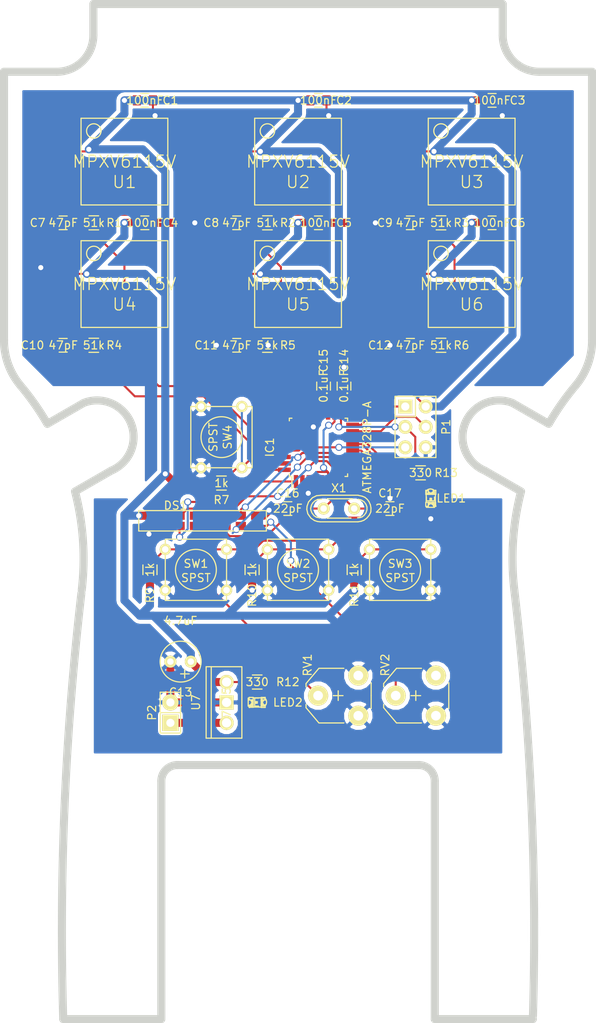
<source format=kicad_pcb>
(kicad_pcb (version 4) (host pcbnew 0.201501062116+5355~20~ubuntu14.04.1-product)

  (general
    (links 126)
    (no_connects 4)
    (area -205.470001 25.607999 469.630001 167.821641)
    (thickness 1.6)
    (drawings 30)
    (tracks 495)
    (zones 0)
    (modules 49)
    (nets 68)
  )

  (page A4)
  (layers
    (0 F.Cu signal)
    (31 B.Cu signal)
    (32 B.Adhes user)
    (33 F.Adhes user)
    (34 B.Paste user)
    (35 F.Paste user)
    (36 B.SilkS user)
    (37 F.SilkS user)
    (38 B.Mask user)
    (39 F.Mask user)
    (40 Dwgs.User user)
    (41 Cmts.User user)
    (42 Eco1.User user)
    (43 Eco2.User user)
    (44 Edge.Cuts user)
    (45 Margin user)
    (46 B.CrtYd user)
    (47 F.CrtYd user)
    (48 B.Fab user)
    (49 F.Fab user)
  )

  (setup
    (last_trace_width 0.254)
    (user_trace_width 0.254)
    (user_trace_width 1)
    (trace_clearance 0.254)
    (zone_clearance 0.508)
    (zone_45_only no)
    (trace_min 0.254)
    (segment_width 0.2)
    (edge_width 1)
    (via_size 0.889)
    (via_drill 0.635)
    (via_min_size 0.889)
    (via_min_drill 0.508)
    (uvia_size 0.508)
    (uvia_drill 0.127)
    (uvias_allowed no)
    (uvia_min_size 0.508)
    (uvia_min_drill 0.127)
    (pcb_text_width 0.3)
    (pcb_text_size 1.5 1.5)
    (mod_edge_width 0.15)
    (mod_text_size 1 1)
    (mod_text_width 0.15)
    (pad_size 1.5 1.5)
    (pad_drill 0.6)
    (pad_to_mask_clearance 0)
    (aux_axis_origin 0 0)
    (visible_elements FFFFFF7F)
    (pcbplotparams
      (layerselection 0x01030_80000001)
      (usegerberextensions false)
      (excludeedgelayer true)
      (linewidth 0.100000)
      (plotframeref false)
      (viasonmask false)
      (mode 1)
      (useauxorigin false)
      (hpglpennumber 1)
      (hpglpenspeed 20)
      (hpglpendiameter 15)
      (hpglpenoverlay 2)
      (psnegative false)
      (psa4output false)
      (plotreference true)
      (plotvalue true)
      (plotinvisibletext false)
      (padsonsilk false)
      (subtractmaskfromsilk false)
      (outputformat 1)
      (mirror false)
      (drillshape 0)
      (scaleselection 1)
      (outputdirectory /home/ndq/dev/kicad/CS/Gerbers/))
  )

  (net 0 "")
  (net 1 +5V)
  (net 2 GND)
  (net 3 S1)
  (net 4 S2)
  (net 5 S3)
  (net 6 S4)
  (net 7 S5)
  (net 8 S6)
  (net 9 "Net-(C16-Pad2)")
  (net 10 "Net-(C17-Pad2)")
  (net 11 LCD_RS)
  (net 12 LCD_RW)
  (net 13 LCD_E)
  (net 14 LCD_DB4)
  (net 15 LCD_DB5)
  (net 16 LCD_DB6)
  (net 17 LCD_DB7)
  (net 18 B0)
  (net 19 B1)
  (net 20 B2)
  (net 21 /MOSI)
  (net 22 /MISO)
  (net 23 /SCK)
  (net 24 "Net-(IC1-Pad19)")
  (net 25 "Net-(IC1-Pad22)")
  (net 26 /RESET)
  (net 27 "Net-(IC1-Pad30)")
  (net 28 "Net-(U1-Pad6)")
  (net 29 "Net-(U1-Pad7)")
  (net 30 "Net-(U1-Pad8)")
  (net 31 "Net-(U1-Pad5)")
  (net 32 "Net-(U1-Pad1)")
  (net 33 "Net-(U2-Pad6)")
  (net 34 "Net-(U2-Pad7)")
  (net 35 "Net-(U2-Pad8)")
  (net 36 "Net-(U2-Pad5)")
  (net 37 "Net-(U2-Pad1)")
  (net 38 "Net-(U3-Pad6)")
  (net 39 "Net-(U3-Pad7)")
  (net 40 "Net-(U3-Pad8)")
  (net 41 "Net-(U3-Pad5)")
  (net 42 "Net-(U3-Pad1)")
  (net 43 "Net-(U4-Pad6)")
  (net 44 "Net-(U4-Pad7)")
  (net 45 "Net-(U4-Pad8)")
  (net 46 "Net-(U4-Pad5)")
  (net 47 "Net-(U4-Pad1)")
  (net 48 "Net-(U5-Pad6)")
  (net 49 "Net-(U5-Pad7)")
  (net 50 "Net-(U5-Pad8)")
  (net 51 "Net-(U5-Pad5)")
  (net 52 "Net-(U5-Pad1)")
  (net 53 "Net-(U6-Pad6)")
  (net 54 "Net-(U6-Pad7)")
  (net 55 "Net-(U6-Pad8)")
  (net 56 "Net-(U6-Pad5)")
  (net 57 "Net-(U6-Pad1)")
  (net 58 +BATT)
  (net 59 "Net-(C15-Pad1)")
  (net 60 "Net-(LED1-Pad1)")
  (net 61 "Net-(LED2-Pad1)")
  (net 62 "Net-(DS1-Pad3)")
  (net 63 "Net-(DS1-Pad15)")
  (net 64 "Net-(DS1-Pad7)")
  (net 65 "Net-(DS1-Pad8)")
  (net 66 "Net-(DS1-Pad9)")
  (net 67 "Net-(DS1-Pad10)")

  (net_class Default "This is the default net class."
    (clearance 0.254)
    (trace_width 0.254)
    (via_dia 0.889)
    (via_drill 0.635)
    (uvia_dia 0.508)
    (uvia_drill 0.127)
    (add_net /MISO)
    (add_net /MOSI)
    (add_net /RESET)
    (add_net /SCK)
    (add_net B0)
    (add_net B1)
    (add_net B2)
    (add_net LCD_DB4)
    (add_net LCD_DB5)
    (add_net LCD_DB6)
    (add_net LCD_DB7)
    (add_net LCD_E)
    (add_net LCD_RS)
    (add_net LCD_RW)
    (add_net "Net-(C15-Pad1)")
    (add_net "Net-(C16-Pad2)")
    (add_net "Net-(C17-Pad2)")
    (add_net "Net-(DS1-Pad10)")
    (add_net "Net-(DS1-Pad15)")
    (add_net "Net-(DS1-Pad3)")
    (add_net "Net-(DS1-Pad7)")
    (add_net "Net-(DS1-Pad8)")
    (add_net "Net-(DS1-Pad9)")
    (add_net "Net-(IC1-Pad19)")
    (add_net "Net-(IC1-Pad22)")
    (add_net "Net-(IC1-Pad30)")
    (add_net "Net-(LED1-Pad1)")
    (add_net "Net-(LED2-Pad1)")
    (add_net "Net-(U1-Pad1)")
    (add_net "Net-(U1-Pad5)")
    (add_net "Net-(U1-Pad6)")
    (add_net "Net-(U1-Pad7)")
    (add_net "Net-(U1-Pad8)")
    (add_net "Net-(U2-Pad1)")
    (add_net "Net-(U2-Pad5)")
    (add_net "Net-(U2-Pad6)")
    (add_net "Net-(U2-Pad7)")
    (add_net "Net-(U2-Pad8)")
    (add_net "Net-(U3-Pad1)")
    (add_net "Net-(U3-Pad5)")
    (add_net "Net-(U3-Pad6)")
    (add_net "Net-(U3-Pad7)")
    (add_net "Net-(U3-Pad8)")
    (add_net "Net-(U4-Pad1)")
    (add_net "Net-(U4-Pad5)")
    (add_net "Net-(U4-Pad6)")
    (add_net "Net-(U4-Pad7)")
    (add_net "Net-(U4-Pad8)")
    (add_net "Net-(U5-Pad1)")
    (add_net "Net-(U5-Pad5)")
    (add_net "Net-(U5-Pad6)")
    (add_net "Net-(U5-Pad7)")
    (add_net "Net-(U5-Pad8)")
    (add_net "Net-(U6-Pad1)")
    (add_net "Net-(U6-Pad5)")
    (add_net "Net-(U6-Pad6)")
    (add_net "Net-(U6-Pad7)")
    (add_net "Net-(U6-Pad8)")
    (add_net S1)
    (add_net S2)
    (add_net S3)
    (add_net S4)
    (add_net S5)
    (add_net S6)
  )

  (net_class Power ""
    (clearance 0.254)
    (trace_width 1)
    (via_dia 0.889)
    (via_drill 0.635)
    (uvia_dia 0.508)
    (uvia_drill 0.127)
    (add_net +5V)
    (add_net +BATT)
    (add_net GND)
  )

  (module Capacitors_SMD:C_0805 (layer F.Cu) (tedit 5415D6EA) (tstamp 54D7F87D)
    (at 124.46 68.58 180)
    (descr "Capacitor SMD 0805, reflow soldering, AVX (see smccp.pdf)")
    (tags "capacitor 0805")
    (path /54D70DFC)
    (attr smd)
    (fp_text reference C11 (at 3.81 0 180) (layer F.SilkS)
      (effects (font (size 1 1) (thickness 0.15)))
    )
    (fp_text value 47pF (at 0 0 360) (layer F.SilkS)
      (effects (font (size 1 1) (thickness 0.15)))
    )
    (fp_line (start -1.8 -1) (end 1.8 -1) (layer F.CrtYd) (width 0.05))
    (fp_line (start -1.8 1) (end 1.8 1) (layer F.CrtYd) (width 0.05))
    (fp_line (start -1.8 -1) (end -1.8 1) (layer F.CrtYd) (width 0.05))
    (fp_line (start 1.8 -1) (end 1.8 1) (layer F.CrtYd) (width 0.05))
    (fp_line (start 0.5 -0.85) (end -0.5 -0.85) (layer F.SilkS) (width 0.15))
    (fp_line (start -0.5 0.85) (end 0.5 0.85) (layer F.SilkS) (width 0.15))
    (pad 1 smd rect (at -1 0 180) (size 1 1.25) (layers F.Cu F.Paste F.Mask)
      (net 6 S4))
    (pad 2 smd rect (at 1 0 180) (size 1 1.25) (layers F.Cu F.Paste F.Mask)
      (net 2 GND))
    (model Capacitors_SMD/C_0805.wrl
      (at (xyz 0 0 0))
      (scale (xyz 1 1 1))
      (rotate (xyz 0 0 0))
    )
  )

  (module NQBit_edit:MPXV6115V (layer F.Cu) (tedit 54D6E417) (tstamp 54D6F550)
    (at 153.67 60.96)
    (path /54D6CE9C)
    (fp_text reference U6 (at 0 2.54) (layer F.SilkS)
      (effects (font (size 1.5 1.5) (thickness 0.15)))
    )
    (fp_text value MPXV6115V (at 0 0) (layer F.SilkS)
      (effects (font (size 1.5 1.5) (thickness 0.15)))
    )
    (fp_circle (center -3.81 -3.81) (end -3.175 -4.445) (layer F.SilkS) (width 0.15))
    (fp_line (start -5.395 -5.395) (end 5.395 -5.395) (layer F.SilkS) (width 0.15))
    (fp_line (start 5.395 -5.395) (end 5.395 5.395) (layer F.SilkS) (width 0.15))
    (fp_line (start 5.395 5.395) (end -5.395 5.395) (layer F.SilkS) (width 0.15))
    (fp_line (start -5.395 5.395) (end -5.395 -5.395) (layer F.SilkS) (width 0.15))
    (pad 6 smd rect (at 8.38 1.27) (size 2.54 1.524) (layers F.Cu F.Paste F.Mask)
      (net 53 "Net-(U6-Pad6)"))
    (pad 7 smd rect (at 8.38 -1.27) (size 2.54 1.524) (layers F.Cu F.Paste F.Mask)
      (net 54 "Net-(U6-Pad7)"))
    (pad 8 smd rect (at 8.38 -3.81) (size 2.54 1.524) (layers F.Cu F.Paste F.Mask)
      (net 55 "Net-(U6-Pad8)"))
    (pad 5 smd rect (at 8.38 3.81) (size 2.54 1.524) (layers F.Cu F.Paste F.Mask)
      (net 56 "Net-(U6-Pad5)"))
    (pad 4 smd rect (at -8.38 3.81) (size 2.54 1.524) (layers F.Cu F.Paste F.Mask)
      (net 4 S2))
    (pad 3 smd rect (at -8.38 1.27) (size 2.54 1.524) (layers F.Cu F.Paste F.Mask)
      (net 2 GND))
    (pad 2 smd rect (at -8.38 -1.27) (size 2.54 1.524) (layers F.Cu F.Paste F.Mask)
      (net 1 +5V))
    (pad 1 smd rect (at -8.38 -3.81) (size 2.54 1.524) (layers F.Cu F.Paste F.Mask)
      (net 57 "Net-(U6-Pad1)"))
  )

  (module Capacitors_SMD:C_0805 (layer F.Cu) (tedit 5415D6EA) (tstamp 54D70100)
    (at 113.03 38.1)
    (descr "Capacitor SMD 0805, reflow soldering, AVX (see smccp.pdf)")
    (tags "capacitor 0805")
    (path /54D6D4C4)
    (attr smd)
    (fp_text reference C1 (at 3.175 0) (layer F.SilkS)
      (effects (font (size 1 1) (thickness 0.15)))
    )
    (fp_text value 100nF (at 0 0) (layer F.SilkS)
      (effects (font (size 1 1) (thickness 0.15)))
    )
    (fp_line (start -1.8 -1) (end 1.8 -1) (layer F.CrtYd) (width 0.05))
    (fp_line (start -1.8 1) (end 1.8 1) (layer F.CrtYd) (width 0.05))
    (fp_line (start -1.8 -1) (end -1.8 1) (layer F.CrtYd) (width 0.05))
    (fp_line (start 1.8 -1) (end 1.8 1) (layer F.CrtYd) (width 0.05))
    (fp_line (start 0.5 -0.85) (end -0.5 -0.85) (layer F.SilkS) (width 0.15))
    (fp_line (start -0.5 0.85) (end 0.5 0.85) (layer F.SilkS) (width 0.15))
    (pad 1 smd rect (at -1 0) (size 1 1.25) (layers F.Cu F.Paste F.Mask)
      (net 1 +5V))
    (pad 2 smd rect (at 1 0) (size 1 1.25) (layers F.Cu F.Paste F.Mask)
      (net 2 GND))
    (model Capacitors_SMD/C_0805.wrl
      (at (xyz 0 0 0))
      (scale (xyz 1 1 1))
      (rotate (xyz 0 0 0))
    )
  )

  (module Capacitors_SMD:C_0805 (layer F.Cu) (tedit 5415D6EA) (tstamp 54D6E1A0)
    (at 134.62 38.1)
    (descr "Capacitor SMD 0805, reflow soldering, AVX (see smccp.pdf)")
    (tags "capacitor 0805")
    (path /54D6DFF6)
    (attr smd)
    (fp_text reference C2 (at 3.175 0) (layer F.SilkS)
      (effects (font (size 1 1) (thickness 0.15)))
    )
    (fp_text value 100nF (at 0 0) (layer F.SilkS)
      (effects (font (size 1 1) (thickness 0.15)))
    )
    (fp_line (start -1.8 -1) (end 1.8 -1) (layer F.CrtYd) (width 0.05))
    (fp_line (start -1.8 1) (end 1.8 1) (layer F.CrtYd) (width 0.05))
    (fp_line (start -1.8 -1) (end -1.8 1) (layer F.CrtYd) (width 0.05))
    (fp_line (start 1.8 -1) (end 1.8 1) (layer F.CrtYd) (width 0.05))
    (fp_line (start 0.5 -0.85) (end -0.5 -0.85) (layer F.SilkS) (width 0.15))
    (fp_line (start -0.5 0.85) (end 0.5 0.85) (layer F.SilkS) (width 0.15))
    (pad 1 smd rect (at -1 0) (size 1 1.25) (layers F.Cu F.Paste F.Mask)
      (net 1 +5V))
    (pad 2 smd rect (at 1 0) (size 1 1.25) (layers F.Cu F.Paste F.Mask)
      (net 2 GND))
    (model Capacitors_SMD/C_0805.wrl
      (at (xyz 0 0 0))
      (scale (xyz 1 1 1))
      (rotate (xyz 0 0 0))
    )
  )

  (module Capacitors_SMD:C_0805 (layer F.Cu) (tedit 5415D6EA) (tstamp 54D6F79D)
    (at 156.21 38.1)
    (descr "Capacitor SMD 0805, reflow soldering, AVX (see smccp.pdf)")
    (tags "capacitor 0805")
    (path /54D6E04C)
    (attr smd)
    (fp_text reference C3 (at 3.175 0 180) (layer F.SilkS)
      (effects (font (size 1 1) (thickness 0.15)))
    )
    (fp_text value 100nF (at 0 0) (layer F.SilkS)
      (effects (font (size 1 1) (thickness 0.15)))
    )
    (fp_line (start -1.8 -1) (end 1.8 -1) (layer F.CrtYd) (width 0.05))
    (fp_line (start -1.8 1) (end 1.8 1) (layer F.CrtYd) (width 0.05))
    (fp_line (start -1.8 -1) (end -1.8 1) (layer F.CrtYd) (width 0.05))
    (fp_line (start 1.8 -1) (end 1.8 1) (layer F.CrtYd) (width 0.05))
    (fp_line (start 0.5 -0.85) (end -0.5 -0.85) (layer F.SilkS) (width 0.15))
    (fp_line (start -0.5 0.85) (end 0.5 0.85) (layer F.SilkS) (width 0.15))
    (pad 1 smd rect (at -1 0) (size 1 1.25) (layers F.Cu F.Paste F.Mask)
      (net 1 +5V))
    (pad 2 smd rect (at 1 0) (size 1 1.25) (layers F.Cu F.Paste F.Mask)
      (net 2 GND))
    (model Capacitors_SMD/C_0805.wrl
      (at (xyz 0 0 0))
      (scale (xyz 1 1 1))
      (rotate (xyz 0 0 0))
    )
  )

  (module Capacitors_SMD:C_0805 (layer F.Cu) (tedit 54D6F100) (tstamp 54D6E1B8)
    (at 113.03 53.34)
    (descr "Capacitor SMD 0805, reflow soldering, AVX (see smccp.pdf)")
    (tags "capacitor 0805")
    (path /54D6E073)
    (attr smd)
    (fp_text reference C4 (at 3.175 0) (layer F.SilkS)
      (effects (font (size 1 1) (thickness 0.15)))
    )
    (fp_text value 100nF (at 0 0) (layer F.SilkS)
      (effects (font (size 1 1) (thickness 0.15)))
    )
    (fp_line (start -1.8 -1) (end 1.8 -1) (layer F.CrtYd) (width 0.05))
    (fp_line (start -1.8 1) (end 1.8 1) (layer F.CrtYd) (width 0.05))
    (fp_line (start -1.8 -1) (end -1.8 1) (layer F.CrtYd) (width 0.05))
    (fp_line (start 1.8 -1) (end 1.8 1) (layer F.CrtYd) (width 0.05))
    (fp_line (start 0.5 -0.85) (end -0.5 -0.85) (layer F.SilkS) (width 0.15))
    (fp_line (start -0.5 0.85) (end 0.5 0.85) (layer F.SilkS) (width 0.15))
    (pad 1 smd rect (at -1 0) (size 1 1.25) (layers F.Cu F.Paste F.Mask)
      (net 1 +5V))
    (pad 2 smd rect (at 1 0) (size 1 1.25) (layers F.Cu F.Paste F.Mask)
      (net 2 GND))
    (model Capacitors_SMD/C_0805.wrl
      (at (xyz 0 0 0))
      (scale (xyz 1 1 1))
      (rotate (xyz 0 0 0))
    )
  )

  (module Capacitors_SMD:C_0805 (layer F.Cu) (tedit 5415D6EA) (tstamp 54D6E1C4)
    (at 134.62 53.34)
    (descr "Capacitor SMD 0805, reflow soldering, AVX (see smccp.pdf)")
    (tags "capacitor 0805")
    (path /54D6E0A5)
    (attr smd)
    (fp_text reference C5 (at 3.175 0) (layer F.SilkS)
      (effects (font (size 1 1) (thickness 0.15)))
    )
    (fp_text value 100nF (at 0 0) (layer F.SilkS)
      (effects (font (size 1 1) (thickness 0.15)))
    )
    (fp_line (start -1.8 -1) (end 1.8 -1) (layer F.CrtYd) (width 0.05))
    (fp_line (start -1.8 1) (end 1.8 1) (layer F.CrtYd) (width 0.05))
    (fp_line (start -1.8 -1) (end -1.8 1) (layer F.CrtYd) (width 0.05))
    (fp_line (start 1.8 -1) (end 1.8 1) (layer F.CrtYd) (width 0.05))
    (fp_line (start 0.5 -0.85) (end -0.5 -0.85) (layer F.SilkS) (width 0.15))
    (fp_line (start -0.5 0.85) (end 0.5 0.85) (layer F.SilkS) (width 0.15))
    (pad 1 smd rect (at -1 0) (size 1 1.25) (layers F.Cu F.Paste F.Mask)
      (net 1 +5V))
    (pad 2 smd rect (at 1 0) (size 1 1.25) (layers F.Cu F.Paste F.Mask)
      (net 2 GND))
    (model Capacitors_SMD/C_0805.wrl
      (at (xyz 0 0 0))
      (scale (xyz 1 1 1))
      (rotate (xyz 0 0 0))
    )
  )

  (module Capacitors_SMD:C_0805 (layer F.Cu) (tedit 5415D6EA) (tstamp 54D6E1D0)
    (at 156.21 53.34)
    (descr "Capacitor SMD 0805, reflow soldering, AVX (see smccp.pdf)")
    (tags "capacitor 0805")
    (path /54D6E0FA)
    (attr smd)
    (fp_text reference C6 (at 3.175 0) (layer F.SilkS)
      (effects (font (size 1 1) (thickness 0.15)))
    )
    (fp_text value 100nF (at 0 0) (layer F.SilkS)
      (effects (font (size 1 1) (thickness 0.15)))
    )
    (fp_line (start -1.8 -1) (end 1.8 -1) (layer F.CrtYd) (width 0.05))
    (fp_line (start -1.8 1) (end 1.8 1) (layer F.CrtYd) (width 0.05))
    (fp_line (start -1.8 -1) (end -1.8 1) (layer F.CrtYd) (width 0.05))
    (fp_line (start 1.8 -1) (end 1.8 1) (layer F.CrtYd) (width 0.05))
    (fp_line (start 0.5 -0.85) (end -0.5 -0.85) (layer F.SilkS) (width 0.15))
    (fp_line (start -0.5 0.85) (end 0.5 0.85) (layer F.SilkS) (width 0.15))
    (pad 1 smd rect (at -1 0) (size 1 1.25) (layers F.Cu F.Paste F.Mask)
      (net 1 +5V))
    (pad 2 smd rect (at 1 0) (size 1 1.25) (layers F.Cu F.Paste F.Mask)
      (net 2 GND))
    (model Capacitors_SMD/C_0805.wrl
      (at (xyz 0 0 0))
      (scale (xyz 1 1 1))
      (rotate (xyz 0 0 0))
    )
  )

  (module Capacitors_SMD:C_0805 (layer F.Cu) (tedit 5415D6EA) (tstamp 54D6E1E7)
    (at 124.46 53.34 180)
    (descr "Capacitor SMD 0805, reflow soldering, AVX (see smccp.pdf)")
    (tags "capacitor 0805")
    (path /54D7084B)
    (attr smd)
    (fp_text reference C8 (at 3.175 0 180) (layer F.SilkS)
      (effects (font (size 1 1) (thickness 0.15)))
    )
    (fp_text value 47pF (at 0 0 180) (layer F.SilkS)
      (effects (font (size 1 1) (thickness 0.15)))
    )
    (fp_line (start -1.8 -1) (end 1.8 -1) (layer F.CrtYd) (width 0.05))
    (fp_line (start -1.8 1) (end 1.8 1) (layer F.CrtYd) (width 0.05))
    (fp_line (start -1.8 -1) (end -1.8 1) (layer F.CrtYd) (width 0.05))
    (fp_line (start 1.8 -1) (end 1.8 1) (layer F.CrtYd) (width 0.05))
    (fp_line (start 0.5 -0.85) (end -0.5 -0.85) (layer F.SilkS) (width 0.15))
    (fp_line (start -0.5 0.85) (end 0.5 0.85) (layer F.SilkS) (width 0.15))
    (pad 1 smd rect (at -1 0 180) (size 1 1.25) (layers F.Cu F.Paste F.Mask)
      (net 5 S3))
    (pad 2 smd rect (at 1 0 180) (size 1 1.25) (layers F.Cu F.Paste F.Mask)
      (net 2 GND))
    (model Capacitors_SMD/C_0805.wrl
      (at (xyz 0 0 0))
      (scale (xyz 1 1 1))
      (rotate (xyz 0 0 0))
    )
  )

  (module Capacitors_SMD:C_0805 (layer F.Cu) (tedit 5415D6EA) (tstamp 54D6E1F3)
    (at 146.05 53.34 180)
    (descr "Capacitor SMD 0805, reflow soldering, AVX (see smccp.pdf)")
    (tags "capacitor 0805")
    (path /54D70BB2)
    (attr smd)
    (fp_text reference C9 (at 3.175 0 180) (layer F.SilkS)
      (effects (font (size 1 1) (thickness 0.15)))
    )
    (fp_text value 47pF (at 0 0 180) (layer F.SilkS)
      (effects (font (size 1 1) (thickness 0.15)))
    )
    (fp_line (start -1.8 -1) (end 1.8 -1) (layer F.CrtYd) (width 0.05))
    (fp_line (start -1.8 1) (end 1.8 1) (layer F.CrtYd) (width 0.05))
    (fp_line (start -1.8 -1) (end -1.8 1) (layer F.CrtYd) (width 0.05))
    (fp_line (start 1.8 -1) (end 1.8 1) (layer F.CrtYd) (width 0.05))
    (fp_line (start 0.5 -0.85) (end -0.5 -0.85) (layer F.SilkS) (width 0.15))
    (fp_line (start -0.5 0.85) (end 0.5 0.85) (layer F.SilkS) (width 0.15))
    (pad 1 smd rect (at -1 0 180) (size 1 1.25) (layers F.Cu F.Paste F.Mask)
      (net 3 S1))
    (pad 2 smd rect (at 1 0 180) (size 1 1.25) (layers F.Cu F.Paste F.Mask)
      (net 2 GND))
    (model Capacitors_SMD/C_0805.wrl
      (at (xyz 0 0 0))
      (scale (xyz 1 1 1))
      (rotate (xyz 0 0 0))
    )
  )

  (module Capacitors_SMD:C_0805 (layer F.Cu) (tedit 5415D6EA) (tstamp 54D6E1FF)
    (at 102.87 68.58 180)
    (descr "Capacitor SMD 0805, reflow soldering, AVX (see smccp.pdf)")
    (tags "capacitor 0805")
    (path /54D70BCD)
    (attr smd)
    (fp_text reference C10 (at 3.81 0 360) (layer F.SilkS)
      (effects (font (size 1 1) (thickness 0.15)))
    )
    (fp_text value 47pF (at 0 0 360) (layer F.SilkS)
      (effects (font (size 1 1) (thickness 0.15)))
    )
    (fp_line (start -1.8 -1) (end 1.8 -1) (layer F.CrtYd) (width 0.05))
    (fp_line (start -1.8 1) (end 1.8 1) (layer F.CrtYd) (width 0.05))
    (fp_line (start -1.8 -1) (end -1.8 1) (layer F.CrtYd) (width 0.05))
    (fp_line (start 1.8 -1) (end 1.8 1) (layer F.CrtYd) (width 0.05))
    (fp_line (start 0.5 -0.85) (end -0.5 -0.85) (layer F.SilkS) (width 0.15))
    (fp_line (start -0.5 0.85) (end 0.5 0.85) (layer F.SilkS) (width 0.15))
    (pad 1 smd rect (at -1 0 180) (size 1 1.25) (layers F.Cu F.Paste F.Mask)
      (net 8 S6))
    (pad 2 smd rect (at 1 0 180) (size 1 1.25) (layers F.Cu F.Paste F.Mask)
      (net 2 GND))
    (model Capacitors_SMD/C_0805.wrl
      (at (xyz 0 0 0))
      (scale (xyz 1 1 1))
      (rotate (xyz 0 0 0))
    )
  )

  (module Capacitors_SMD:C_0805 (layer F.Cu) (tedit 5415D6EA) (tstamp 54D6E217)
    (at 146.05 68.58 180)
    (descr "Capacitor SMD 0805, reflow soldering, AVX (see smccp.pdf)")
    (tags "capacitor 0805")
    (path /54D70E17)
    (attr smd)
    (fp_text reference C12 (at 3.81 0 180) (layer F.SilkS)
      (effects (font (size 1 1) (thickness 0.15)))
    )
    (fp_text value 47pF (at 0 0 180) (layer F.SilkS)
      (effects (font (size 1 1) (thickness 0.15)))
    )
    (fp_line (start -1.8 -1) (end 1.8 -1) (layer F.CrtYd) (width 0.05))
    (fp_line (start -1.8 1) (end 1.8 1) (layer F.CrtYd) (width 0.05))
    (fp_line (start -1.8 -1) (end -1.8 1) (layer F.CrtYd) (width 0.05))
    (fp_line (start 1.8 -1) (end 1.8 1) (layer F.CrtYd) (width 0.05))
    (fp_line (start 0.5 -0.85) (end -0.5 -0.85) (layer F.SilkS) (width 0.15))
    (fp_line (start -0.5 0.85) (end 0.5 0.85) (layer F.SilkS) (width 0.15))
    (pad 1 smd rect (at -1 0 180) (size 1 1.25) (layers F.Cu F.Paste F.Mask)
      (net 4 S2))
    (pad 2 smd rect (at 1 0 180) (size 1 1.25) (layers F.Cu F.Paste F.Mask)
      (net 2 GND))
    (model Capacitors_SMD/C_0805.wrl
      (at (xyz 0 0 0))
      (scale (xyz 1 1 1))
      (rotate (xyz 0 0 0))
    )
  )

  (module Capacitors_SMD:C_0805 (layer F.Cu) (tedit 5415D6EA) (tstamp 54D6E22F)
    (at 137.795 73.66 90)
    (descr "Capacitor SMD 0805, reflow soldering, AVX (see smccp.pdf)")
    (tags "capacitor 0805")
    (path /54D7BA10)
    (attr smd)
    (fp_text reference C14 (at 3.175 0 90) (layer F.SilkS)
      (effects (font (size 1 1) (thickness 0.15)))
    )
    (fp_text value 0.1uF (at 0 0 90) (layer F.SilkS)
      (effects (font (size 1 1) (thickness 0.15)))
    )
    (fp_line (start -1.8 -1) (end 1.8 -1) (layer F.CrtYd) (width 0.05))
    (fp_line (start -1.8 1) (end 1.8 1) (layer F.CrtYd) (width 0.05))
    (fp_line (start -1.8 -1) (end -1.8 1) (layer F.CrtYd) (width 0.05))
    (fp_line (start 1.8 -1) (end 1.8 1) (layer F.CrtYd) (width 0.05))
    (fp_line (start 0.5 -0.85) (end -0.5 -0.85) (layer F.SilkS) (width 0.15))
    (fp_line (start -0.5 0.85) (end 0.5 0.85) (layer F.SilkS) (width 0.15))
    (pad 1 smd rect (at -1 0 90) (size 1 1.25) (layers F.Cu F.Paste F.Mask)
      (net 1 +5V))
    (pad 2 smd rect (at 1 0 90) (size 1 1.25) (layers F.Cu F.Paste F.Mask)
      (net 2 GND))
    (model Capacitors_SMD/C_0805.wrl
      (at (xyz 0 0 0))
      (scale (xyz 1 1 1))
      (rotate (xyz 0 0 0))
    )
  )

  (module Capacitors_SMD:C_0805 (layer F.Cu) (tedit 5415D6EA) (tstamp 54D6E23B)
    (at 135.255 73.66 90)
    (descr "Capacitor SMD 0805, reflow soldering, AVX (see smccp.pdf)")
    (tags "capacitor 0805")
    (path /54D74DC0)
    (attr smd)
    (fp_text reference C15 (at 3.175 0 90) (layer F.SilkS)
      (effects (font (size 1 1) (thickness 0.15)))
    )
    (fp_text value 0.1uF (at 0 0 90) (layer F.SilkS)
      (effects (font (size 1 1) (thickness 0.15)))
    )
    (fp_line (start -1.8 -1) (end 1.8 -1) (layer F.CrtYd) (width 0.05))
    (fp_line (start -1.8 1) (end 1.8 1) (layer F.CrtYd) (width 0.05))
    (fp_line (start -1.8 -1) (end -1.8 1) (layer F.CrtYd) (width 0.05))
    (fp_line (start 1.8 -1) (end 1.8 1) (layer F.CrtYd) (width 0.05))
    (fp_line (start 0.5 -0.85) (end -0.5 -0.85) (layer F.SilkS) (width 0.15))
    (fp_line (start -0.5 0.85) (end 0.5 0.85) (layer F.SilkS) (width 0.15))
    (pad 1 smd rect (at -1 0 90) (size 1 1.25) (layers F.Cu F.Paste F.Mask)
      (net 59 "Net-(C15-Pad1)"))
    (pad 2 smd rect (at 1 0 90) (size 1 1.25) (layers F.Cu F.Paste F.Mask)
      (net 2 GND))
    (model Capacitors_SMD/C_0805.wrl
      (at (xyz 0 0 0))
      (scale (xyz 1 1 1))
      (rotate (xyz 0 0 0))
    )
  )

  (module Capacitors_SMD:C_0805 (layer F.Cu) (tedit 5415D6EA) (tstamp 54D8111D)
    (at 130.81 88.9)
    (descr "Capacitor SMD 0805, reflow soldering, AVX (see smccp.pdf)")
    (tags "capacitor 0805")
    (path /54D7ADA1)
    (attr smd)
    (fp_text reference C16 (at 0 -1.905) (layer F.SilkS)
      (effects (font (size 1 1) (thickness 0.15)))
    )
    (fp_text value 22pF (at 0 0) (layer F.SilkS)
      (effects (font (size 1 1) (thickness 0.15)))
    )
    (fp_line (start -1.8 -1) (end 1.8 -1) (layer F.CrtYd) (width 0.05))
    (fp_line (start -1.8 1) (end 1.8 1) (layer F.CrtYd) (width 0.05))
    (fp_line (start -1.8 -1) (end -1.8 1) (layer F.CrtYd) (width 0.05))
    (fp_line (start 1.8 -1) (end 1.8 1) (layer F.CrtYd) (width 0.05))
    (fp_line (start 0.5 -0.85) (end -0.5 -0.85) (layer F.SilkS) (width 0.15))
    (fp_line (start -0.5 0.85) (end 0.5 0.85) (layer F.SilkS) (width 0.15))
    (pad 1 smd rect (at -1 0) (size 1 1.25) (layers F.Cu F.Paste F.Mask)
      (net 2 GND))
    (pad 2 smd rect (at 1 0) (size 1 1.25) (layers F.Cu F.Paste F.Mask)
      (net 9 "Net-(C16-Pad2)"))
    (model Capacitors_SMD/C_0805.wrl
      (at (xyz 0 0 0))
      (scale (xyz 1 1 1))
      (rotate (xyz 0 0 0))
    )
  )

  (module Capacitors_SMD:C_0805 (layer F.Cu) (tedit 5415D6EA) (tstamp 54D8115F)
    (at 143.51 88.9 180)
    (descr "Capacitor SMD 0805, reflow soldering, AVX (see smccp.pdf)")
    (tags "capacitor 0805")
    (path /54D7AD55)
    (attr smd)
    (fp_text reference C17 (at 0 1.905 180) (layer F.SilkS)
      (effects (font (size 1 1) (thickness 0.15)))
    )
    (fp_text value 22pF (at 0 0 180) (layer F.SilkS)
      (effects (font (size 1 1) (thickness 0.15)))
    )
    (fp_line (start -1.8 -1) (end 1.8 -1) (layer F.CrtYd) (width 0.05))
    (fp_line (start -1.8 1) (end 1.8 1) (layer F.CrtYd) (width 0.05))
    (fp_line (start -1.8 -1) (end -1.8 1) (layer F.CrtYd) (width 0.05))
    (fp_line (start 1.8 -1) (end 1.8 1) (layer F.CrtYd) (width 0.05))
    (fp_line (start 0.5 -0.85) (end -0.5 -0.85) (layer F.SilkS) (width 0.15))
    (fp_line (start -0.5 0.85) (end 0.5 0.85) (layer F.SilkS) (width 0.15))
    (pad 1 smd rect (at -1 0 180) (size 1 1.25) (layers F.Cu F.Paste F.Mask)
      (net 2 GND))
    (pad 2 smd rect (at 1 0 180) (size 1 1.25) (layers F.Cu F.Paste F.Mask)
      (net 10 "Net-(C17-Pad2)"))
    (model Capacitors_SMD/C_0805.wrl
      (at (xyz 0 0 0))
      (scale (xyz 1 1 1))
      (rotate (xyz 0 0 0))
    )
  )

  (module LEDs:LED-0805 (layer F.Cu) (tedit 54D6DFE4) (tstamp 54D80FCC)
    (at 148.59 87.63 270)
    (descr "LED 0805 smd package")
    (tags "LED 0805 SMD")
    (path /54D7D55B)
    (attr smd)
    (fp_text reference LED1 (at 0 -2.54 360) (layer F.SilkS)
      (effects (font (size 1 1) (thickness 0.15)))
    )
    (fp_text value LED (at 0 0 270) (layer F.SilkS)
      (effects (font (size 1 1) (thickness 0.15)))
    )
    (fp_line (start 0.49784 0.29972) (end 0.49784 0.62484) (layer F.SilkS) (width 0.15))
    (fp_line (start 0.49784 0.62484) (end 0.99822 0.62484) (layer F.SilkS) (width 0.15))
    (fp_line (start 0.99822 0.29972) (end 0.99822 0.62484) (layer F.SilkS) (width 0.15))
    (fp_line (start 0.49784 0.29972) (end 0.99822 0.29972) (layer F.SilkS) (width 0.15))
    (fp_line (start 0.49784 -0.32258) (end 0.49784 -0.17272) (layer F.SilkS) (width 0.15))
    (fp_line (start 0.49784 -0.17272) (end 0.7493 -0.17272) (layer F.SilkS) (width 0.15))
    (fp_line (start 0.7493 -0.32258) (end 0.7493 -0.17272) (layer F.SilkS) (width 0.15))
    (fp_line (start 0.49784 -0.32258) (end 0.7493 -0.32258) (layer F.SilkS) (width 0.15))
    (fp_line (start 0.49784 0.17272) (end 0.49784 0.32258) (layer F.SilkS) (width 0.15))
    (fp_line (start 0.49784 0.32258) (end 0.7493 0.32258) (layer F.SilkS) (width 0.15))
    (fp_line (start 0.7493 0.17272) (end 0.7493 0.32258) (layer F.SilkS) (width 0.15))
    (fp_line (start 0.49784 0.17272) (end 0.7493 0.17272) (layer F.SilkS) (width 0.15))
    (fp_line (start 0.49784 -0.19812) (end 0.49784 0.19812) (layer F.SilkS) (width 0.15))
    (fp_line (start 0.49784 0.19812) (end 0.6731 0.19812) (layer F.SilkS) (width 0.15))
    (fp_line (start 0.6731 -0.19812) (end 0.6731 0.19812) (layer F.SilkS) (width 0.15))
    (fp_line (start 0.49784 -0.19812) (end 0.6731 -0.19812) (layer F.SilkS) (width 0.15))
    (fp_line (start -0.99822 0.29972) (end -0.99822 0.62484) (layer F.SilkS) (width 0.15))
    (fp_line (start -0.99822 0.62484) (end -0.49784 0.62484) (layer F.SilkS) (width 0.15))
    (fp_line (start -0.49784 0.29972) (end -0.49784 0.62484) (layer F.SilkS) (width 0.15))
    (fp_line (start -0.99822 0.29972) (end -0.49784 0.29972) (layer F.SilkS) (width 0.15))
    (fp_line (start -0.99822 -0.62484) (end -0.99822 -0.29972) (layer F.SilkS) (width 0.15))
    (fp_line (start -0.99822 -0.29972) (end -0.49784 -0.29972) (layer F.SilkS) (width 0.15))
    (fp_line (start -0.49784 -0.62484) (end -0.49784 -0.29972) (layer F.SilkS) (width 0.15))
    (fp_line (start -0.99822 -0.62484) (end -0.49784 -0.62484) (layer F.SilkS) (width 0.15))
    (fp_line (start -0.7493 0.17272) (end -0.7493 0.32258) (layer F.SilkS) (width 0.15))
    (fp_line (start -0.7493 0.32258) (end -0.49784 0.32258) (layer F.SilkS) (width 0.15))
    (fp_line (start -0.49784 0.17272) (end -0.49784 0.32258) (layer F.SilkS) (width 0.15))
    (fp_line (start -0.7493 0.17272) (end -0.49784 0.17272) (layer F.SilkS) (width 0.15))
    (fp_line (start -0.7493 -0.32258) (end -0.7493 -0.17272) (layer F.SilkS) (width 0.15))
    (fp_line (start -0.7493 -0.17272) (end -0.49784 -0.17272) (layer F.SilkS) (width 0.15))
    (fp_line (start -0.49784 -0.32258) (end -0.49784 -0.17272) (layer F.SilkS) (width 0.15))
    (fp_line (start -0.7493 -0.32258) (end -0.49784 -0.32258) (layer F.SilkS) (width 0.15))
    (fp_line (start -0.6731 -0.19812) (end -0.6731 0.19812) (layer F.SilkS) (width 0.15))
    (fp_line (start -0.6731 0.19812) (end -0.49784 0.19812) (layer F.SilkS) (width 0.15))
    (fp_line (start -0.49784 -0.19812) (end -0.49784 0.19812) (layer F.SilkS) (width 0.15))
    (fp_line (start -0.6731 -0.19812) (end -0.49784 -0.19812) (layer F.SilkS) (width 0.15))
    (fp_line (start 0 -0.09906) (end 0 0.09906) (layer F.SilkS) (width 0.15))
    (fp_line (start 0 0.09906) (end 0.19812 0.09906) (layer F.SilkS) (width 0.15))
    (fp_line (start 0.19812 -0.09906) (end 0.19812 0.09906) (layer F.SilkS) (width 0.15))
    (fp_line (start 0 -0.09906) (end 0.19812 -0.09906) (layer F.SilkS) (width 0.15))
    (fp_line (start 0.49784 -0.59944) (end 0.49784 -0.29972) (layer F.SilkS) (width 0.15))
    (fp_line (start 0.49784 -0.29972) (end 0.79756 -0.29972) (layer F.SilkS) (width 0.15))
    (fp_line (start 0.79756 -0.59944) (end 0.79756 -0.29972) (layer F.SilkS) (width 0.15))
    (fp_line (start 0.49784 -0.59944) (end 0.79756 -0.59944) (layer F.SilkS) (width 0.15))
    (fp_line (start 0.92456 -0.62484) (end 0.92456 -0.39878) (layer F.SilkS) (width 0.15))
    (fp_line (start 0.92456 -0.39878) (end 0.99822 -0.39878) (layer F.SilkS) (width 0.15))
    (fp_line (start 0.99822 -0.62484) (end 0.99822 -0.39878) (layer F.SilkS) (width 0.15))
    (fp_line (start 0.92456 -0.62484) (end 0.99822 -0.62484) (layer F.SilkS) (width 0.15))
    (fp_line (start 0.52324 0.57404) (end -0.52324 0.57404) (layer F.SilkS) (width 0.15))
    (fp_line (start -0.49784 -0.57404) (end 0.92456 -0.57404) (layer F.SilkS) (width 0.15))
    (fp_circle (center 0.84836 -0.44958) (end 0.89916 -0.50038) (layer F.SilkS) (width 0.15))
    (fp_arc (start 0.99822 0) (end 0.99822 0.34798) (angle 180) (layer F.SilkS) (width 0.15))
    (fp_arc (start -0.99822 0) (end -0.99822 -0.34798) (angle 180) (layer F.SilkS) (width 0.15))
    (pad 1 smd rect (at -1.04902 0 270) (size 1.19888 1.19888) (layers F.Cu F.Paste F.Mask)
      (net 60 "Net-(LED1-Pad1)"))
    (pad 2 smd rect (at 1.04902 0 270) (size 1.19888 1.19888) (layers F.Cu F.Paste F.Mask)
      (net 2 GND))
  )

  (module Housings_QFP:TQFP-32_7x7mm_Pitch0.8mm (layer F.Cu) (tedit 54130A77) (tstamp 54D6E36A)
    (at 134.62 81.28 90)
    (descr "32-Lead Plastic Thin Quad Flatpack (PT) - 7x7x1.0 mm Body, 2.00 mm [TQFP] (see Microchip Packaging Specification 00000049BS.pdf)")
    (tags "QFP 0.8")
    (path /54D72857)
    (attr smd)
    (fp_text reference IC1 (at 0 -6.05 90) (layer F.SilkS)
      (effects (font (size 1 1) (thickness 0.15)))
    )
    (fp_text value ATMEGA328P-A (at 0 6.05 90) (layer F.SilkS)
      (effects (font (size 1 1) (thickness 0.15)))
    )
    (fp_line (start -5.3 -5.3) (end -5.3 5.3) (layer F.CrtYd) (width 0.05))
    (fp_line (start 5.3 -5.3) (end 5.3 5.3) (layer F.CrtYd) (width 0.05))
    (fp_line (start -5.3 -5.3) (end 5.3 -5.3) (layer F.CrtYd) (width 0.05))
    (fp_line (start -5.3 5.3) (end 5.3 5.3) (layer F.CrtYd) (width 0.05))
    (fp_line (start -3.625 -3.625) (end -3.625 -3.3) (layer F.SilkS) (width 0.15))
    (fp_line (start 3.625 -3.625) (end 3.625 -3.3) (layer F.SilkS) (width 0.15))
    (fp_line (start 3.625 3.625) (end 3.625 3.3) (layer F.SilkS) (width 0.15))
    (fp_line (start -3.625 3.625) (end -3.625 3.3) (layer F.SilkS) (width 0.15))
    (fp_line (start -3.625 -3.625) (end -3.3 -3.625) (layer F.SilkS) (width 0.15))
    (fp_line (start -3.625 3.625) (end -3.3 3.625) (layer F.SilkS) (width 0.15))
    (fp_line (start 3.625 3.625) (end 3.3 3.625) (layer F.SilkS) (width 0.15))
    (fp_line (start 3.625 -3.625) (end 3.3 -3.625) (layer F.SilkS) (width 0.15))
    (fp_line (start -3.625 -3.3) (end -5.05 -3.3) (layer F.SilkS) (width 0.15))
    (pad 1 smd rect (at -4.25 -2.8 90) (size 1.6 0.55) (layers F.Cu F.Paste F.Mask)
      (net 13 LCD_E))
    (pad 2 smd rect (at -4.25 -2 90) (size 1.6 0.55) (layers F.Cu F.Paste F.Mask)
      (net 14 LCD_DB4))
    (pad 3 smd rect (at -4.25 -1.2 90) (size 1.6 0.55) (layers F.Cu F.Paste F.Mask)
      (net 2 GND))
    (pad 4 smd rect (at -4.25 -0.4 90) (size 1.6 0.55) (layers F.Cu F.Paste F.Mask)
      (net 1 +5V))
    (pad 5 smd rect (at -4.25 0.4 90) (size 1.6 0.55) (layers F.Cu F.Paste F.Mask)
      (net 2 GND))
    (pad 6 smd rect (at -4.25 1.2 90) (size 1.6 0.55) (layers F.Cu F.Paste F.Mask)
      (net 1 +5V))
    (pad 7 smd rect (at -4.25 2 90) (size 1.6 0.55) (layers F.Cu F.Paste F.Mask)
      (net 9 "Net-(C16-Pad2)"))
    (pad 8 smd rect (at -4.25 2.8 90) (size 1.6 0.55) (layers F.Cu F.Paste F.Mask)
      (net 10 "Net-(C17-Pad2)"))
    (pad 9 smd rect (at -2.8 4.25 180) (size 1.6 0.55) (layers F.Cu F.Paste F.Mask)
      (net 15 LCD_DB5))
    (pad 10 smd rect (at -2 4.25 180) (size 1.6 0.55) (layers F.Cu F.Paste F.Mask)
      (net 16 LCD_DB6))
    (pad 11 smd rect (at -1.2 4.25 180) (size 1.6 0.55) (layers F.Cu F.Paste F.Mask)
      (net 17 LCD_DB7))
    (pad 12 smd rect (at -0.4 4.25 180) (size 1.6 0.55) (layers F.Cu F.Paste F.Mask)
      (net 18 B0))
    (pad 13 smd rect (at 0.4 4.25 180) (size 1.6 0.55) (layers F.Cu F.Paste F.Mask)
      (net 19 B1))
    (pad 14 smd rect (at 1.2 4.25 180) (size 1.6 0.55) (layers F.Cu F.Paste F.Mask)
      (net 20 B2))
    (pad 15 smd rect (at 2 4.25 180) (size 1.6 0.55) (layers F.Cu F.Paste F.Mask)
      (net 21 /MOSI))
    (pad 16 smd rect (at 2.8 4.25 180) (size 1.6 0.55) (layers F.Cu F.Paste F.Mask)
      (net 22 /MISO))
    (pad 17 smd rect (at 4.25 2.8 90) (size 1.6 0.55) (layers F.Cu F.Paste F.Mask)
      (net 23 /SCK))
    (pad 18 smd rect (at 4.25 2 90) (size 1.6 0.55) (layers F.Cu F.Paste F.Mask)
      (net 1 +5V))
    (pad 19 smd rect (at 4.25 1.2 90) (size 1.6 0.55) (layers F.Cu F.Paste F.Mask)
      (net 24 "Net-(IC1-Pad19)"))
    (pad 20 smd rect (at 4.25 0.4 90) (size 1.6 0.55) (layers F.Cu F.Paste F.Mask)
      (net 59 "Net-(C15-Pad1)"))
    (pad 21 smd rect (at 4.25 -0.4 90) (size 1.6 0.55) (layers F.Cu F.Paste F.Mask)
      (net 2 GND))
    (pad 22 smd rect (at 4.25 -1.2 90) (size 1.6 0.55) (layers F.Cu F.Paste F.Mask)
      (net 25 "Net-(IC1-Pad22)"))
    (pad 23 smd rect (at 4.25 -2 90) (size 1.6 0.55) (layers F.Cu F.Paste F.Mask)
      (net 3 S1))
    (pad 24 smd rect (at 4.25 -2.8 90) (size 1.6 0.55) (layers F.Cu F.Paste F.Mask)
      (net 4 S2))
    (pad 25 smd rect (at 2.8 -4.25 180) (size 1.6 0.55) (layers F.Cu F.Paste F.Mask)
      (net 5 S3))
    (pad 26 smd rect (at 2 -4.25 180) (size 1.6 0.55) (layers F.Cu F.Paste F.Mask)
      (net 6 S4))
    (pad 27 smd rect (at 1.2 -4.25 180) (size 1.6 0.55) (layers F.Cu F.Paste F.Mask)
      (net 7 S5))
    (pad 28 smd rect (at 0.4 -4.25 180) (size 1.6 0.55) (layers F.Cu F.Paste F.Mask)
      (net 8 S6))
    (pad 29 smd rect (at -0.4 -4.25 180) (size 1.6 0.55) (layers F.Cu F.Paste F.Mask)
      (net 26 /RESET))
    (pad 30 smd rect (at -1.2 -4.25 180) (size 1.6 0.55) (layers F.Cu F.Paste F.Mask)
      (net 27 "Net-(IC1-Pad30)"))
    (pad 31 smd rect (at -2 -4.25 180) (size 1.6 0.55) (layers F.Cu F.Paste F.Mask)
      (net 11 LCD_RS))
    (pad 32 smd rect (at -2.8 -4.25 180) (size 1.6 0.55) (layers F.Cu F.Paste F.Mask)
      (net 12 LCD_RW))
    (model Housings_QFP/TQFP-32_7x7mm_Pitch0.8mm.wrl
      (at (xyz 0 0 0))
      (scale (xyz 1 1 1))
      (rotate (xyz 0 0 0))
    )
  )

  (module Resistors_SMD:R_0805 (layer F.Cu) (tedit 54D6F104) (tstamp 54D6E3A9)
    (at 106.68 53.34)
    (descr "Resistor SMD 0805, reflow soldering, Vishay (see dcrcw.pdf)")
    (tags "resistor 0805")
    (path /54D6FDCD)
    (attr smd)
    (fp_text reference R1 (at 2.54 0) (layer F.SilkS)
      (effects (font (size 1 1) (thickness 0.15)))
    )
    (fp_text value 51k (at 0 0) (layer F.SilkS)
      (effects (font (size 1 1) (thickness 0.15)))
    )
    (fp_line (start -1.6 -1) (end 1.6 -1) (layer F.CrtYd) (width 0.05))
    (fp_line (start -1.6 1) (end 1.6 1) (layer F.CrtYd) (width 0.05))
    (fp_line (start -1.6 -1) (end -1.6 1) (layer F.CrtYd) (width 0.05))
    (fp_line (start 1.6 -1) (end 1.6 1) (layer F.CrtYd) (width 0.05))
    (fp_line (start 0.6 0.875) (end -0.6 0.875) (layer F.SilkS) (width 0.15))
    (fp_line (start -0.6 -0.875) (end 0.6 -0.875) (layer F.SilkS) (width 0.15))
    (pad 1 smd rect (at -0.95 0) (size 0.7 1.3) (layers F.Cu F.Paste F.Mask)
      (net 7 S5))
    (pad 2 smd rect (at 0.95 0) (size 0.7 1.3) (layers F.Cu F.Paste F.Mask)
      (net 2 GND))
    (model Resistors_SMD/R_0805.wrl
      (at (xyz 0 0 0))
      (scale (xyz 1 1 1))
      (rotate (xyz 0 0 0))
    )
  )

  (module Resistors_SMD:R_0805 (layer F.Cu) (tedit 5415CDEB) (tstamp 54D6E3B5)
    (at 128.27 53.34)
    (descr "Resistor SMD 0805, reflow soldering, Vishay (see dcrcw.pdf)")
    (tags "resistor 0805")
    (path /54D70851)
    (attr smd)
    (fp_text reference R2 (at 2.54 0) (layer F.SilkS)
      (effects (font (size 1 1) (thickness 0.15)))
    )
    (fp_text value 51k (at 0 0) (layer F.SilkS)
      (effects (font (size 1 1) (thickness 0.15)))
    )
    (fp_line (start -1.6 -1) (end 1.6 -1) (layer F.CrtYd) (width 0.05))
    (fp_line (start -1.6 1) (end 1.6 1) (layer F.CrtYd) (width 0.05))
    (fp_line (start -1.6 -1) (end -1.6 1) (layer F.CrtYd) (width 0.05))
    (fp_line (start 1.6 -1) (end 1.6 1) (layer F.CrtYd) (width 0.05))
    (fp_line (start 0.6 0.875) (end -0.6 0.875) (layer F.SilkS) (width 0.15))
    (fp_line (start -0.6 -0.875) (end 0.6 -0.875) (layer F.SilkS) (width 0.15))
    (pad 1 smd rect (at -0.95 0) (size 0.7 1.3) (layers F.Cu F.Paste F.Mask)
      (net 5 S3))
    (pad 2 smd rect (at 0.95 0) (size 0.7 1.3) (layers F.Cu F.Paste F.Mask)
      (net 2 GND))
    (model Resistors_SMD/R_0805.wrl
      (at (xyz 0 0 0))
      (scale (xyz 1 1 1))
      (rotate (xyz 0 0 0))
    )
  )

  (module Resistors_SMD:R_0805 (layer F.Cu) (tedit 5415CDEB) (tstamp 54D6F924)
    (at 149.86 53.34)
    (descr "Resistor SMD 0805, reflow soldering, Vishay (see dcrcw.pdf)")
    (tags "resistor 0805")
    (path /54D70BB8)
    (attr smd)
    (fp_text reference R3 (at 2.54 0) (layer F.SilkS)
      (effects (font (size 1 1) (thickness 0.15)))
    )
    (fp_text value 51k (at 0 0) (layer F.SilkS)
      (effects (font (size 1 1) (thickness 0.15)))
    )
    (fp_line (start -1.6 -1) (end 1.6 -1) (layer F.CrtYd) (width 0.05))
    (fp_line (start -1.6 1) (end 1.6 1) (layer F.CrtYd) (width 0.05))
    (fp_line (start -1.6 -1) (end -1.6 1) (layer F.CrtYd) (width 0.05))
    (fp_line (start 1.6 -1) (end 1.6 1) (layer F.CrtYd) (width 0.05))
    (fp_line (start 0.6 0.875) (end -0.6 0.875) (layer F.SilkS) (width 0.15))
    (fp_line (start -0.6 -0.875) (end 0.6 -0.875) (layer F.SilkS) (width 0.15))
    (pad 1 smd rect (at -0.95 0) (size 0.7 1.3) (layers F.Cu F.Paste F.Mask)
      (net 3 S1))
    (pad 2 smd rect (at 0.95 0) (size 0.7 1.3) (layers F.Cu F.Paste F.Mask)
      (net 2 GND))
    (model Resistors_SMD/R_0805.wrl
      (at (xyz 0 0 0))
      (scale (xyz 1 1 1))
      (rotate (xyz 0 0 0))
    )
  )

  (module Resistors_SMD:R_0805 (layer F.Cu) (tedit 5415CDEB) (tstamp 54D6F352)
    (at 106.68 68.58)
    (descr "Resistor SMD 0805, reflow soldering, Vishay (see dcrcw.pdf)")
    (tags "resistor 0805")
    (path /54D70BD3)
    (attr smd)
    (fp_text reference R4 (at 2.54 0 180) (layer F.SilkS)
      (effects (font (size 1 1) (thickness 0.15)))
    )
    (fp_text value 51k (at 0 0 180) (layer F.SilkS)
      (effects (font (size 1 1) (thickness 0.15)))
    )
    (fp_line (start -1.6 -1) (end 1.6 -1) (layer F.CrtYd) (width 0.05))
    (fp_line (start -1.6 1) (end 1.6 1) (layer F.CrtYd) (width 0.05))
    (fp_line (start -1.6 -1) (end -1.6 1) (layer F.CrtYd) (width 0.05))
    (fp_line (start 1.6 -1) (end 1.6 1) (layer F.CrtYd) (width 0.05))
    (fp_line (start 0.6 0.875) (end -0.6 0.875) (layer F.SilkS) (width 0.15))
    (fp_line (start -0.6 -0.875) (end 0.6 -0.875) (layer F.SilkS) (width 0.15))
    (pad 1 smd rect (at -0.95 0) (size 0.7 1.3) (layers F.Cu F.Paste F.Mask)
      (net 8 S6))
    (pad 2 smd rect (at 0.95 0) (size 0.7 1.3) (layers F.Cu F.Paste F.Mask)
      (net 2 GND))
    (model Resistors_SMD/R_0805.wrl
      (at (xyz 0 0 0))
      (scale (xyz 1 1 1))
      (rotate (xyz 0 0 0))
    )
  )

  (module Resistors_SMD:R_0805 (layer F.Cu) (tedit 5415CDEB) (tstamp 54D6E3D9)
    (at 128.27 68.58)
    (descr "Resistor SMD 0805, reflow soldering, Vishay (see dcrcw.pdf)")
    (tags "resistor 0805")
    (path /54D70E02)
    (attr smd)
    (fp_text reference R5 (at 2.54 0) (layer F.SilkS)
      (effects (font (size 1 1) (thickness 0.15)))
    )
    (fp_text value 51k (at 0 0) (layer F.SilkS)
      (effects (font (size 1 1) (thickness 0.15)))
    )
    (fp_line (start -1.6 -1) (end 1.6 -1) (layer F.CrtYd) (width 0.05))
    (fp_line (start -1.6 1) (end 1.6 1) (layer F.CrtYd) (width 0.05))
    (fp_line (start -1.6 -1) (end -1.6 1) (layer F.CrtYd) (width 0.05))
    (fp_line (start 1.6 -1) (end 1.6 1) (layer F.CrtYd) (width 0.05))
    (fp_line (start 0.6 0.875) (end -0.6 0.875) (layer F.SilkS) (width 0.15))
    (fp_line (start -0.6 -0.875) (end 0.6 -0.875) (layer F.SilkS) (width 0.15))
    (pad 1 smd rect (at -0.95 0) (size 0.7 1.3) (layers F.Cu F.Paste F.Mask)
      (net 6 S4))
    (pad 2 smd rect (at 0.95 0) (size 0.7 1.3) (layers F.Cu F.Paste F.Mask)
      (net 2 GND))
    (model Resistors_SMD/R_0805.wrl
      (at (xyz 0 0 0))
      (scale (xyz 1 1 1))
      (rotate (xyz 0 0 0))
    )
  )

  (module Resistors_SMD:R_0805 (layer F.Cu) (tedit 5415CDEB) (tstamp 54D6F931)
    (at 149.86 68.58)
    (descr "Resistor SMD 0805, reflow soldering, Vishay (see dcrcw.pdf)")
    (tags "resistor 0805")
    (path /54D70E1D)
    (attr smd)
    (fp_text reference R6 (at 2.54 0) (layer F.SilkS)
      (effects (font (size 1 1) (thickness 0.15)))
    )
    (fp_text value 51k (at 0 0) (layer F.SilkS)
      (effects (font (size 1 1) (thickness 0.15)))
    )
    (fp_line (start -1.6 -1) (end 1.6 -1) (layer F.CrtYd) (width 0.05))
    (fp_line (start -1.6 1) (end 1.6 1) (layer F.CrtYd) (width 0.05))
    (fp_line (start -1.6 -1) (end -1.6 1) (layer F.CrtYd) (width 0.05))
    (fp_line (start 1.6 -1) (end 1.6 1) (layer F.CrtYd) (width 0.05))
    (fp_line (start 0.6 0.875) (end -0.6 0.875) (layer F.SilkS) (width 0.15))
    (fp_line (start -0.6 -0.875) (end 0.6 -0.875) (layer F.SilkS) (width 0.15))
    (pad 1 smd rect (at -0.95 0) (size 0.7 1.3) (layers F.Cu F.Paste F.Mask)
      (net 4 S2))
    (pad 2 smd rect (at 0.95 0) (size 0.7 1.3) (layers F.Cu F.Paste F.Mask)
      (net 2 GND))
    (model Resistors_SMD/R_0805.wrl
      (at (xyz 0 0 0))
      (scale (xyz 1 1 1))
      (rotate (xyz 0 0 0))
    )
  )

  (module Resistors_SMD:R_0805 (layer F.Cu) (tedit 5415CDEB) (tstamp 54D6F972)
    (at 122.555 85.725 180)
    (descr "Resistor SMD 0805, reflow soldering, Vishay (see dcrcw.pdf)")
    (tags "resistor 0805")
    (path /54D78C44)
    (attr smd)
    (fp_text reference R7 (at 0 -2.1 180) (layer F.SilkS)
      (effects (font (size 1 1) (thickness 0.15)))
    )
    (fp_text value 1k (at 0 0 180) (layer F.SilkS)
      (effects (font (size 1 1) (thickness 0.15)))
    )
    (fp_line (start -1.6 -1) (end 1.6 -1) (layer F.CrtYd) (width 0.05))
    (fp_line (start -1.6 1) (end 1.6 1) (layer F.CrtYd) (width 0.05))
    (fp_line (start -1.6 -1) (end -1.6 1) (layer F.CrtYd) (width 0.05))
    (fp_line (start 1.6 -1) (end 1.6 1) (layer F.CrtYd) (width 0.05))
    (fp_line (start 0.6 0.875) (end -0.6 0.875) (layer F.SilkS) (width 0.15))
    (fp_line (start -0.6 -0.875) (end 0.6 -0.875) (layer F.SilkS) (width 0.15))
    (pad 1 smd rect (at -0.95 0 180) (size 0.7 1.3) (layers F.Cu F.Paste F.Mask)
      (net 26 /RESET))
    (pad 2 smd rect (at 0.95 0 180) (size 0.7 1.3) (layers F.Cu F.Paste F.Mask)
      (net 1 +5V))
    (model Resistors_SMD/R_0805.wrl
      (at (xyz 0 0 0))
      (scale (xyz 1 1 1))
      (rotate (xyz 0 0 0))
    )
  )

  (module Resistors_SMD:R_0805 (layer F.Cu) (tedit 5415CDEB) (tstamp 54D6FA0B)
    (at 113.665 96.52 270)
    (descr "Resistor SMD 0805, reflow soldering, Vishay (see dcrcw.pdf)")
    (tags "resistor 0805")
    (path /54D96BBF)
    (attr smd)
    (fp_text reference R9 (at 3.175 0 270) (layer F.SilkS)
      (effects (font (size 1 1) (thickness 0.15)))
    )
    (fp_text value 1k (at 0 0 270) (layer F.SilkS)
      (effects (font (size 1 1) (thickness 0.15)))
    )
    (fp_line (start -1.6 -1) (end 1.6 -1) (layer F.CrtYd) (width 0.05))
    (fp_line (start -1.6 1) (end 1.6 1) (layer F.CrtYd) (width 0.05))
    (fp_line (start -1.6 -1) (end -1.6 1) (layer F.CrtYd) (width 0.05))
    (fp_line (start 1.6 -1) (end 1.6 1) (layer F.CrtYd) (width 0.05))
    (fp_line (start 0.6 0.875) (end -0.6 0.875) (layer F.SilkS) (width 0.15))
    (fp_line (start -0.6 -0.875) (end 0.6 -0.875) (layer F.SilkS) (width 0.15))
    (pad 1 smd rect (at -0.95 0 270) (size 0.7 1.3) (layers F.Cu F.Paste F.Mask)
      (net 18 B0))
    (pad 2 smd rect (at 0.95 0 270) (size 0.7 1.3) (layers F.Cu F.Paste F.Mask)
      (net 1 +5V))
    (model Resistors_SMD/R_0805.wrl
      (at (xyz 0 0 0))
      (scale (xyz 1 1 1))
      (rotate (xyz 0 0 0))
    )
  )

  (module Resistors_SMD:R_0805 (layer F.Cu) (tedit 5415CDEB) (tstamp 54D6F98C)
    (at 126.365 96.52 270)
    (descr "Resistor SMD 0805, reflow soldering, Vishay (see dcrcw.pdf)")
    (tags "resistor 0805")
    (path /54D98EB2)
    (attr smd)
    (fp_text reference R10 (at 3.175 0 270) (layer F.SilkS)
      (effects (font (size 1 1) (thickness 0.15)))
    )
    (fp_text value 1k (at 0 0 270) (layer F.SilkS)
      (effects (font (size 1 1) (thickness 0.15)))
    )
    (fp_line (start -1.6 -1) (end 1.6 -1) (layer F.CrtYd) (width 0.05))
    (fp_line (start -1.6 1) (end 1.6 1) (layer F.CrtYd) (width 0.05))
    (fp_line (start -1.6 -1) (end -1.6 1) (layer F.CrtYd) (width 0.05))
    (fp_line (start 1.6 -1) (end 1.6 1) (layer F.CrtYd) (width 0.05))
    (fp_line (start 0.6 0.875) (end -0.6 0.875) (layer F.SilkS) (width 0.15))
    (fp_line (start -0.6 -0.875) (end 0.6 -0.875) (layer F.SilkS) (width 0.15))
    (pad 1 smd rect (at -0.95 0 270) (size 0.7 1.3) (layers F.Cu F.Paste F.Mask)
      (net 19 B1))
    (pad 2 smd rect (at 0.95 0 270) (size 0.7 1.3) (layers F.Cu F.Paste F.Mask)
      (net 1 +5V))
    (model Resistors_SMD/R_0805.wrl
      (at (xyz 0 0 0))
      (scale (xyz 1 1 1))
      (rotate (xyz 0 0 0))
    )
  )

  (module Discret:SW_PUSH_SMALL (layer F.Cu) (tedit 54D6DFE5) (tstamp 54D80EC6)
    (at 119.38 96.52)
    (path /54D96BAD)
    (fp_text reference SW1 (at 0 -0.762) (layer F.SilkS)
      (effects (font (size 1 1) (thickness 0.15)))
    )
    (fp_text value SPST (at 0 1.016) (layer F.SilkS)
      (effects (font (size 1 1) (thickness 0.15)))
    )
    (fp_circle (center 0 0) (end 0 -2.54) (layer F.SilkS) (width 0.15))
    (fp_line (start -3.81 -3.81) (end 3.81 -3.81) (layer F.SilkS) (width 0.15))
    (fp_line (start 3.81 -3.81) (end 3.81 3.81) (layer F.SilkS) (width 0.15))
    (fp_line (start 3.81 3.81) (end -3.81 3.81) (layer F.SilkS) (width 0.15))
    (fp_line (start -3.81 -3.81) (end -3.81 3.81) (layer F.SilkS) (width 0.15))
    (pad 1 thru_hole circle (at 3.81 -2.54) (size 1.397 1.397) (drill 0.8128) (layers *.Cu *.Mask F.SilkS)
      (net 18 B0))
    (pad 2 thru_hole circle (at 3.81 2.54) (size 1.397 1.397) (drill 0.8128) (layers *.Cu *.Mask F.SilkS)
      (net 2 GND))
    (pad 1 thru_hole circle (at -3.81 -2.54) (size 1.397 1.397) (drill 0.8128) (layers *.Cu *.Mask F.SilkS)
      (net 18 B0))
    (pad 2 thru_hole circle (at -3.81 2.54) (size 1.397 1.397) (drill 0.8128) (layers *.Cu *.Mask F.SilkS)
      (net 2 GND))
  )

  (module Discret:SW_PUSH_SMALL (layer F.Cu) (tedit 54D6DFE5) (tstamp 54D6E45D)
    (at 132.08 96.52)
    (path /54D98EA0)
    (fp_text reference SW2 (at 0 -0.762) (layer F.SilkS)
      (effects (font (size 1 1) (thickness 0.15)))
    )
    (fp_text value SPST (at 0 1.016) (layer F.SilkS)
      (effects (font (size 1 1) (thickness 0.15)))
    )
    (fp_circle (center 0 0) (end 0 -2.54) (layer F.SilkS) (width 0.15))
    (fp_line (start -3.81 -3.81) (end 3.81 -3.81) (layer F.SilkS) (width 0.15))
    (fp_line (start 3.81 -3.81) (end 3.81 3.81) (layer F.SilkS) (width 0.15))
    (fp_line (start 3.81 3.81) (end -3.81 3.81) (layer F.SilkS) (width 0.15))
    (fp_line (start -3.81 -3.81) (end -3.81 3.81) (layer F.SilkS) (width 0.15))
    (pad 1 thru_hole circle (at 3.81 -2.54) (size 1.397 1.397) (drill 0.8128) (layers *.Cu *.Mask F.SilkS)
      (net 19 B1))
    (pad 2 thru_hole circle (at 3.81 2.54) (size 1.397 1.397) (drill 0.8128) (layers *.Cu *.Mask F.SilkS)
      (net 2 GND))
    (pad 1 thru_hole circle (at -3.81 -2.54) (size 1.397 1.397) (drill 0.8128) (layers *.Cu *.Mask F.SilkS)
      (net 19 B1))
    (pad 2 thru_hole circle (at -3.81 2.54) (size 1.397 1.397) (drill 0.8128) (layers *.Cu *.Mask F.SilkS)
      (net 2 GND))
  )

  (module Discret:SW_PUSH_SMALL (layer F.Cu) (tedit 54D6DFE5) (tstamp 54D6E46A)
    (at 144.78 96.52)
    (path /54D98F6D)
    (fp_text reference SW3 (at 0 -0.762) (layer F.SilkS)
      (effects (font (size 1 1) (thickness 0.15)))
    )
    (fp_text value SPST (at 0 1.016) (layer F.SilkS)
      (effects (font (size 1 1) (thickness 0.15)))
    )
    (fp_circle (center 0 0) (end 0 -2.54) (layer F.SilkS) (width 0.15))
    (fp_line (start -3.81 -3.81) (end 3.81 -3.81) (layer F.SilkS) (width 0.15))
    (fp_line (start 3.81 -3.81) (end 3.81 3.81) (layer F.SilkS) (width 0.15))
    (fp_line (start 3.81 3.81) (end -3.81 3.81) (layer F.SilkS) (width 0.15))
    (fp_line (start -3.81 -3.81) (end -3.81 3.81) (layer F.SilkS) (width 0.15))
    (pad 1 thru_hole circle (at 3.81 -2.54) (size 1.397 1.397) (drill 0.8128) (layers *.Cu *.Mask F.SilkS)
      (net 20 B2))
    (pad 2 thru_hole circle (at 3.81 2.54) (size 1.397 1.397) (drill 0.8128) (layers *.Cu *.Mask F.SilkS)
      (net 2 GND))
    (pad 1 thru_hole circle (at -3.81 -2.54) (size 1.397 1.397) (drill 0.8128) (layers *.Cu *.Mask F.SilkS)
      (net 20 B2))
    (pad 2 thru_hole circle (at -3.81 2.54) (size 1.397 1.397) (drill 0.8128) (layers *.Cu *.Mask F.SilkS)
      (net 2 GND))
  )

  (module Discret:SW_PUSH_SMALL (layer F.Cu) (tedit 54D6DFE5) (tstamp 54D6E477)
    (at 122.555 80.01 270)
    (path /54D769CD)
    (fp_text reference SW4 (at 0 -0.762 270) (layer F.SilkS)
      (effects (font (size 1 1) (thickness 0.15)))
    )
    (fp_text value SPST (at 0 1.016 270) (layer F.SilkS)
      (effects (font (size 1 1) (thickness 0.15)))
    )
    (fp_circle (center 0 0) (end 0 -2.54) (layer F.SilkS) (width 0.15))
    (fp_line (start -3.81 -3.81) (end 3.81 -3.81) (layer F.SilkS) (width 0.15))
    (fp_line (start 3.81 -3.81) (end 3.81 3.81) (layer F.SilkS) (width 0.15))
    (fp_line (start 3.81 3.81) (end -3.81 3.81) (layer F.SilkS) (width 0.15))
    (fp_line (start -3.81 -3.81) (end -3.81 3.81) (layer F.SilkS) (width 0.15))
    (pad 1 thru_hole circle (at 3.81 -2.54 270) (size 1.397 1.397) (drill 0.8128) (layers *.Cu *.Mask F.SilkS)
      (net 26 /RESET))
    (pad 2 thru_hole circle (at 3.81 2.54 270) (size 1.397 1.397) (drill 0.8128) (layers *.Cu *.Mask F.SilkS)
      (net 2 GND))
    (pad 1 thru_hole circle (at -3.81 -2.54 270) (size 1.397 1.397) (drill 0.8128) (layers *.Cu *.Mask F.SilkS)
      (net 26 /RESET))
    (pad 2 thru_hole circle (at -3.81 2.54 270) (size 1.397 1.397) (drill 0.8128) (layers *.Cu *.Mask F.SilkS)
      (net 2 GND))
  )

  (module Crystals:Crystal_HC52-U_Vertical (layer F.Cu) (tedit 54D6DFE5) (tstamp 54D81152)
    (at 137.16 88.9 180)
    (descr "Crystal, Quarz, HC52/U, vertical, stehend,")
    (tags "Crystal, Quarz, HC52/U, vertical, stehend,")
    (path /54D795DF)
    (fp_text reference X1 (at 0 2.54 180) (layer F.SilkS)
      (effects (font (size 1 1) (thickness 0.15)))
    )
    (fp_text value CRYSTAL (at 0 3.81 180) (layer F.SilkS) hide
      (effects (font (size 1 1) (thickness 0.15)))
    )
    (fp_line (start 1.4605 -1.19126) (end -1.50114 -1.19126) (layer F.SilkS) (width 0.15))
    (fp_line (start 2.21996 1.66116) (end -2.41046 1.66116) (layer F.SilkS) (width 0.15))
    (fp_line (start -1.69926 1.2192) (end 1.45034 1.2192) (layer F.SilkS) (width 0.15))
    (fp_line (start 2.39014 -1.15062) (end 2.80924 -1.06934) (layer F.SilkS) (width 0.15))
    (fp_line (start 2.80924 -1.06934) (end 3.09118 -0.889) (layer F.SilkS) (width 0.15))
    (fp_line (start 3.09118 -0.889) (end 3.35026 -0.55118) (layer F.SilkS) (width 0.15))
    (fp_line (start 3.35026 -0.55118) (end 3.4798 -0.22098) (layer F.SilkS) (width 0.15))
    (fp_line (start 3.4798 -0.22098) (end 3.51028 0.02032) (layer F.SilkS) (width 0.15))
    (fp_line (start 3.51028 0.02032) (end 3.41884 0.40894) (layer F.SilkS) (width 0.15))
    (fp_line (start 3.41884 0.40894) (end 3.25882 0.70104) (layer F.SilkS) (width 0.15))
    (fp_line (start 3.25882 0.70104) (end 2.98958 0.96012) (layer F.SilkS) (width 0.15))
    (fp_line (start 2.98958 0.96012) (end 2.63906 1.1303) (layer F.SilkS) (width 0.15))
    (fp_line (start 2.63906 1.1303) (end 2.14884 1.16078) (layer F.SilkS) (width 0.15))
    (fp_line (start -2.41046 1.15062) (end -2.80924 1.04902) (layer F.SilkS) (width 0.15))
    (fp_line (start -2.80924 1.04902) (end -3.13944 0.84074) (layer F.SilkS) (width 0.15))
    (fp_line (start -3.13944 0.84074) (end -3.36042 0.54102) (layer F.SilkS) (width 0.15))
    (fp_line (start -3.36042 0.54102) (end -3.48996 0.21082) (layer F.SilkS) (width 0.15))
    (fp_line (start -3.48996 0.21082) (end -3.48996 -0.17018) (layer F.SilkS) (width 0.15))
    (fp_line (start -3.48996 -0.17018) (end -3.36042 -0.54102) (layer F.SilkS) (width 0.15))
    (fp_line (start -3.36042 -0.54102) (end -3.12928 -0.8509) (layer F.SilkS) (width 0.15))
    (fp_line (start -3.12928 -0.8509) (end -2.8702 -1.04902) (layer F.SilkS) (width 0.15))
    (fp_line (start -2.8702 -1.04902) (end -2.54 -1.1303) (layer F.SilkS) (width 0.15))
    (fp_line (start -2.54 -1.1303) (end -2.32918 -1.15062) (layer F.SilkS) (width 0.15))
    (fp_line (start -2.39014 -1.651) (end 2.32918 -1.651) (layer F.SilkS) (width 0.15))
    (fp_line (start 2.32918 -1.651) (end 2.66954 -1.61036) (layer F.SilkS) (width 0.15))
    (fp_line (start 2.66954 -1.61036) (end 3.04038 -1.49098) (layer F.SilkS) (width 0.15))
    (fp_line (start 3.04038 -1.49098) (end 3.4798 -1.19126) (layer F.SilkS) (width 0.15))
    (fp_line (start 3.4798 -1.19126) (end 3.8608 -0.6604) (layer F.SilkS) (width 0.15))
    (fp_line (start 3.8608 -0.6604) (end 3.99034 -0.10922) (layer F.SilkS) (width 0.15))
    (fp_line (start 3.99034 -0.10922) (end 3.95986 0.28956) (layer F.SilkS) (width 0.15))
    (fp_line (start 3.95986 0.28956) (end 3.76936 0.83058) (layer F.SilkS) (width 0.15))
    (fp_line (start 3.76936 0.83058) (end 3.2893 1.34874) (layer F.SilkS) (width 0.15))
    (fp_line (start 3.2893 1.34874) (end 2.77876 1.6002) (layer F.SilkS) (width 0.15))
    (fp_line (start 2.77876 1.6002) (end 2.24028 1.651) (layer F.SilkS) (width 0.15))
    (fp_line (start -2.42062 1.64084) (end -2.90068 1.53924) (layer F.SilkS) (width 0.15))
    (fp_line (start -2.90068 1.53924) (end -3.24104 1.39954) (layer F.SilkS) (width 0.15))
    (fp_line (start -3.24104 1.39954) (end -3.52044 1.15062) (layer F.SilkS) (width 0.15))
    (fp_line (start -3.52044 1.15062) (end -3.73888 0.87122) (layer F.SilkS) (width 0.15))
    (fp_line (start -3.73888 0.87122) (end -3.91922 0.45974) (layer F.SilkS) (width 0.15))
    (fp_line (start -3.91922 0.45974) (end -3.99034 0.07112) (layer F.SilkS) (width 0.15))
    (fp_line (start -3.99034 0.07112) (end -3.97002 -0.4191) (layer F.SilkS) (width 0.15))
    (fp_line (start -3.97002 -0.4191) (end -3.77952 -0.82042) (layer F.SilkS) (width 0.15))
    (fp_line (start -3.77952 -0.82042) (end -3.46964 -1.19126) (layer F.SilkS) (width 0.15))
    (fp_line (start -3.46964 -1.19126) (end -3.11912 -1.45034) (layer F.SilkS) (width 0.15))
    (fp_line (start -3.11912 -1.45034) (end -2.77876 -1.57988) (layer F.SilkS) (width 0.15))
    (fp_line (start -2.77876 -1.57988) (end -2.37998 -1.651) (layer F.SilkS) (width 0.15))
    (pad 1 thru_hole circle (at -1.89992 0 180) (size 1.50114 1.50114) (drill 0.8001) (layers *.Cu *.Mask F.SilkS)
      (net 10 "Net-(C17-Pad2)"))
    (pad 2 thru_hole circle (at 1.89992 0 180) (size 1.50114 1.50114) (drill 0.8001) (layers *.Cu *.Mask F.SilkS)
      (net 9 "Net-(C16-Pad2)"))
  )

  (module NQBit_edit:MPXV6115V (layer F.Cu) (tedit 54D6F111) (tstamp 54D6F7E4)
    (at 110.49 45.72)
    (path /54D6CDA4)
    (fp_text reference U1 (at 0 2.54) (layer F.SilkS)
      (effects (font (size 1.5 1.5) (thickness 0.15)))
    )
    (fp_text value MPXV6115V (at 0 0) (layer F.SilkS)
      (effects (font (size 1.5 1.5) (thickness 0.15)))
    )
    (fp_circle (center -3.81 -3.81) (end -3.175 -4.445) (layer F.SilkS) (width 0.15))
    (fp_line (start -5.395 -5.395) (end 5.395 -5.395) (layer F.SilkS) (width 0.15))
    (fp_line (start 5.395 -5.395) (end 5.395 5.395) (layer F.SilkS) (width 0.15))
    (fp_line (start 5.395 5.395) (end -5.395 5.395) (layer F.SilkS) (width 0.15))
    (fp_line (start -5.395 5.395) (end -5.395 -5.395) (layer F.SilkS) (width 0.15))
    (pad 6 smd rect (at 8.38 1.27) (size 2.54 1.524) (layers F.Cu F.Paste F.Mask)
      (net 28 "Net-(U1-Pad6)"))
    (pad 7 smd rect (at 8.38 -1.27) (size 2.54 1.524) (layers F.Cu F.Paste F.Mask)
      (net 29 "Net-(U1-Pad7)"))
    (pad 8 smd rect (at 8.38 -3.81) (size 2.54 1.524) (layers F.Cu F.Paste F.Mask)
      (net 30 "Net-(U1-Pad8)"))
    (pad 5 smd rect (at 8.38 3.81) (size 2.54 1.524) (layers F.Cu F.Paste F.Mask)
      (net 31 "Net-(U1-Pad5)"))
    (pad 4 smd rect (at -8.38 3.81) (size 2.54 1.524) (layers F.Cu F.Paste F.Mask)
      (net 7 S5))
    (pad 3 smd rect (at -8.38 1.27) (size 2.54 1.524) (layers F.Cu F.Paste F.Mask)
      (net 2 GND))
    (pad 2 smd rect (at -8.38 -1.27) (size 2.54 1.524) (layers F.Cu F.Paste F.Mask)
      (net 1 +5V))
    (pad 1 smd rect (at -8.38 -3.81) (size 2.54 1.524) (layers F.Cu F.Paste F.Mask)
      (net 32 "Net-(U1-Pad1)"))
  )

  (module NQBit_edit:MPXV6115V (layer F.Cu) (tedit 54D6E417) (tstamp 54D70351)
    (at 132.08 45.72)
    (path /54D6CE61)
    (fp_text reference U2 (at 0 2.54) (layer F.SilkS)
      (effects (font (size 1.5 1.5) (thickness 0.15)))
    )
    (fp_text value MPXV6115V (at 0 0) (layer F.SilkS)
      (effects (font (size 1.5 1.5) (thickness 0.15)))
    )
    (fp_circle (center -3.81 -3.81) (end -3.175 -4.445) (layer F.SilkS) (width 0.15))
    (fp_line (start -5.395 -5.395) (end 5.395 -5.395) (layer F.SilkS) (width 0.15))
    (fp_line (start 5.395 -5.395) (end 5.395 5.395) (layer F.SilkS) (width 0.15))
    (fp_line (start 5.395 5.395) (end -5.395 5.395) (layer F.SilkS) (width 0.15))
    (fp_line (start -5.395 5.395) (end -5.395 -5.395) (layer F.SilkS) (width 0.15))
    (pad 6 smd rect (at 8.38 1.27) (size 2.54 1.524) (layers F.Cu F.Paste F.Mask)
      (net 33 "Net-(U2-Pad6)"))
    (pad 7 smd rect (at 8.38 -1.27) (size 2.54 1.524) (layers F.Cu F.Paste F.Mask)
      (net 34 "Net-(U2-Pad7)"))
    (pad 8 smd rect (at 8.38 -3.81) (size 2.54 1.524) (layers F.Cu F.Paste F.Mask)
      (net 35 "Net-(U2-Pad8)"))
    (pad 5 smd rect (at 8.38 3.81) (size 2.54 1.524) (layers F.Cu F.Paste F.Mask)
      (net 36 "Net-(U2-Pad5)"))
    (pad 4 smd rect (at -8.38 3.81) (size 2.54 1.524) (layers F.Cu F.Paste F.Mask)
      (net 5 S3))
    (pad 3 smd rect (at -8.38 1.27) (size 2.54 1.524) (layers F.Cu F.Paste F.Mask)
      (net 2 GND))
    (pad 2 smd rect (at -8.38 -1.27) (size 2.54 1.524) (layers F.Cu F.Paste F.Mask)
      (net 1 +5V))
    (pad 1 smd rect (at -8.38 -3.81) (size 2.54 1.524) (layers F.Cu F.Paste F.Mask)
      (net 37 "Net-(U2-Pad1)"))
  )

  (module NQBit_edit:MPXV6115V (layer F.Cu) (tedit 54D6E417) (tstamp 54D80A6E)
    (at 153.67 45.72)
    (path /54D6D387)
    (fp_text reference U3 (at 0 2.54) (layer F.SilkS)
      (effects (font (size 1.5 1.5) (thickness 0.15)))
    )
    (fp_text value MPXV6115V (at 0 0) (layer F.SilkS)
      (effects (font (size 1.5 1.5) (thickness 0.15)))
    )
    (fp_circle (center -3.81 -3.81) (end -3.175 -4.445) (layer F.SilkS) (width 0.15))
    (fp_line (start -5.395 -5.395) (end 5.395 -5.395) (layer F.SilkS) (width 0.15))
    (fp_line (start 5.395 -5.395) (end 5.395 5.395) (layer F.SilkS) (width 0.15))
    (fp_line (start 5.395 5.395) (end -5.395 5.395) (layer F.SilkS) (width 0.15))
    (fp_line (start -5.395 5.395) (end -5.395 -5.395) (layer F.SilkS) (width 0.15))
    (pad 6 smd rect (at 8.38 1.27) (size 2.54 1.524) (layers F.Cu F.Paste F.Mask)
      (net 38 "Net-(U3-Pad6)"))
    (pad 7 smd rect (at 8.38 -1.27) (size 2.54 1.524) (layers F.Cu F.Paste F.Mask)
      (net 39 "Net-(U3-Pad7)"))
    (pad 8 smd rect (at 8.38 -3.81) (size 2.54 1.524) (layers F.Cu F.Paste F.Mask)
      (net 40 "Net-(U3-Pad8)"))
    (pad 5 smd rect (at 8.38 3.81) (size 2.54 1.524) (layers F.Cu F.Paste F.Mask)
      (net 41 "Net-(U3-Pad5)"))
    (pad 4 smd rect (at -8.38 3.81) (size 2.54 1.524) (layers F.Cu F.Paste F.Mask)
      (net 3 S1))
    (pad 3 smd rect (at -8.38 1.27) (size 2.54 1.524) (layers F.Cu F.Paste F.Mask)
      (net 2 GND))
    (pad 2 smd rect (at -8.38 -1.27) (size 2.54 1.524) (layers F.Cu F.Paste F.Mask)
      (net 1 +5V))
    (pad 1 smd rect (at -8.38 -3.81) (size 2.54 1.524) (layers F.Cu F.Paste F.Mask)
      (net 42 "Net-(U3-Pad1)"))
  )

  (module NQBit_edit:MPXV6115V (layer F.Cu) (tedit 54D6F10C) (tstamp 54D80AB7)
    (at 110.49 60.96)
    (path /54D6CF01)
    (fp_text reference U4 (at 0 2.54) (layer F.SilkS)
      (effects (font (size 1.5 1.5) (thickness 0.15)))
    )
    (fp_text value MPXV6115V (at 0 0) (layer F.SilkS)
      (effects (font (size 1.5 1.5) (thickness 0.15)))
    )
    (fp_circle (center -3.81 -3.81) (end -3.175 -4.445) (layer F.SilkS) (width 0.15))
    (fp_line (start -5.395 -5.395) (end 5.395 -5.395) (layer F.SilkS) (width 0.15))
    (fp_line (start 5.395 -5.395) (end 5.395 5.395) (layer F.SilkS) (width 0.15))
    (fp_line (start 5.395 5.395) (end -5.395 5.395) (layer F.SilkS) (width 0.15))
    (fp_line (start -5.395 5.395) (end -5.395 -5.395) (layer F.SilkS) (width 0.15))
    (pad 6 smd rect (at 8.38 1.27) (size 2.54 1.524) (layers F.Cu F.Paste F.Mask)
      (net 43 "Net-(U4-Pad6)"))
    (pad 7 smd rect (at 8.38 -1.27) (size 2.54 1.524) (layers F.Cu F.Paste F.Mask)
      (net 44 "Net-(U4-Pad7)"))
    (pad 8 smd rect (at 8.38 -3.81) (size 2.54 1.524) (layers F.Cu F.Paste F.Mask)
      (net 45 "Net-(U4-Pad8)"))
    (pad 5 smd rect (at 8.38 3.81) (size 2.54 1.524) (layers F.Cu F.Paste F.Mask)
      (net 46 "Net-(U4-Pad5)"))
    (pad 4 smd rect (at -8.38 3.81) (size 2.54 1.524) (layers F.Cu F.Paste F.Mask)
      (net 8 S6))
    (pad 3 smd rect (at -8.38 1.27) (size 2.54 1.524) (layers F.Cu F.Paste F.Mask)
      (net 2 GND))
    (pad 2 smd rect (at -8.38 -1.27) (size 2.54 1.524) (layers F.Cu F.Paste F.Mask)
      (net 1 +5V))
    (pad 1 smd rect (at -8.38 -3.81) (size 2.54 1.524) (layers F.Cu F.Paste F.Mask)
      (net 47 "Net-(U4-Pad1)"))
  )

  (module NQBit_edit:MPXV6115V (layer F.Cu) (tedit 54D6E417) (tstamp 54D6F767)
    (at 132.08 60.96)
    (path /54D6D1FA)
    (fp_text reference U5 (at 0 2.54) (layer F.SilkS)
      (effects (font (size 1.5 1.5) (thickness 0.15)))
    )
    (fp_text value MPXV6115V (at 0 0) (layer F.SilkS)
      (effects (font (size 1.5 1.5) (thickness 0.15)))
    )
    (fp_circle (center -3.81 -3.81) (end -3.175 -4.445) (layer F.SilkS) (width 0.15))
    (fp_line (start -5.395 -5.395) (end 5.395 -5.395) (layer F.SilkS) (width 0.15))
    (fp_line (start 5.395 -5.395) (end 5.395 5.395) (layer F.SilkS) (width 0.15))
    (fp_line (start 5.395 5.395) (end -5.395 5.395) (layer F.SilkS) (width 0.15))
    (fp_line (start -5.395 5.395) (end -5.395 -5.395) (layer F.SilkS) (width 0.15))
    (pad 6 smd rect (at 8.38 1.27) (size 2.54 1.524) (layers F.Cu F.Paste F.Mask)
      (net 48 "Net-(U5-Pad6)"))
    (pad 7 smd rect (at 8.38 -1.27) (size 2.54 1.524) (layers F.Cu F.Paste F.Mask)
      (net 49 "Net-(U5-Pad7)"))
    (pad 8 smd rect (at 8.38 -3.81) (size 2.54 1.524) (layers F.Cu F.Paste F.Mask)
      (net 50 "Net-(U5-Pad8)"))
    (pad 5 smd rect (at 8.38 3.81) (size 2.54 1.524) (layers F.Cu F.Paste F.Mask)
      (net 51 "Net-(U5-Pad5)"))
    (pad 4 smd rect (at -8.38 3.81) (size 2.54 1.524) (layers F.Cu F.Paste F.Mask)
      (net 6 S4))
    (pad 3 smd rect (at -8.38 1.27) (size 2.54 1.524) (layers F.Cu F.Paste F.Mask)
      (net 2 GND))
    (pad 2 smd rect (at -8.38 -1.27) (size 2.54 1.524) (layers F.Cu F.Paste F.Mask)
      (net 1 +5V))
    (pad 1 smd rect (at -8.38 -3.81) (size 2.54 1.524) (layers F.Cu F.Paste F.Mask)
      (net 52 "Net-(U5-Pad1)"))
  )

  (module Resistors_SMD:R_0805 (layer F.Cu) (tedit 5415CDEB) (tstamp 54D6FCD7)
    (at 139.065 96.52 270)
    (descr "Resistor SMD 0805, reflow soldering, Vishay (see dcrcw.pdf)")
    (tags "resistor 0805")
    (path /54D98F7F)
    (attr smd)
    (fp_text reference R11 (at 3.175 0 270) (layer F.SilkS)
      (effects (font (size 1 1) (thickness 0.15)))
    )
    (fp_text value 1k (at 0 0 270) (layer F.SilkS)
      (effects (font (size 1 1) (thickness 0.15)))
    )
    (fp_line (start -1.6 -1) (end 1.6 -1) (layer F.CrtYd) (width 0.05))
    (fp_line (start -1.6 1) (end 1.6 1) (layer F.CrtYd) (width 0.05))
    (fp_line (start -1.6 -1) (end -1.6 1) (layer F.CrtYd) (width 0.05))
    (fp_line (start 1.6 -1) (end 1.6 1) (layer F.CrtYd) (width 0.05))
    (fp_line (start 0.6 0.875) (end -0.6 0.875) (layer F.SilkS) (width 0.15))
    (fp_line (start -0.6 -0.875) (end 0.6 -0.875) (layer F.SilkS) (width 0.15))
    (pad 1 smd rect (at -0.95 0 270) (size 0.7 1.3) (layers F.Cu F.Paste F.Mask)
      (net 20 B2))
    (pad 2 smd rect (at 0.95 0 270) (size 0.7 1.3) (layers F.Cu F.Paste F.Mask)
      (net 1 +5V))
    (model Resistors_SMD/R_0805.wrl
      (at (xyz 0 0 0))
      (scale (xyz 1 1 1))
      (rotate (xyz 0 0 0))
    )
  )

  (module Resistors_SMD:R_0805 (layer F.Cu) (tedit 5415CDEB) (tstamp 54D80F43)
    (at 147.32 84.455 180)
    (descr "Resistor SMD 0805, reflow soldering, Vishay (see dcrcw.pdf)")
    (tags "resistor 0805")
    (path /54D7E718)
    (attr smd)
    (fp_text reference R13 (at -3.175 0 180) (layer F.SilkS)
      (effects (font (size 1 1) (thickness 0.15)))
    )
    (fp_text value 330 (at 0 0 180) (layer F.SilkS)
      (effects (font (size 1 1) (thickness 0.15)))
    )
    (fp_line (start -1.6 -1) (end 1.6 -1) (layer F.CrtYd) (width 0.05))
    (fp_line (start -1.6 1) (end 1.6 1) (layer F.CrtYd) (width 0.05))
    (fp_line (start -1.6 -1) (end -1.6 1) (layer F.CrtYd) (width 0.05))
    (fp_line (start 1.6 -1) (end 1.6 1) (layer F.CrtYd) (width 0.05))
    (fp_line (start 0.6 0.875) (end -0.6 0.875) (layer F.SilkS) (width 0.15))
    (fp_line (start -0.6 -0.875) (end 0.6 -0.875) (layer F.SilkS) (width 0.15))
    (pad 1 smd rect (at -0.95 0 180) (size 0.7 1.3) (layers F.Cu F.Paste F.Mask)
      (net 60 "Net-(LED1-Pad1)"))
    (pad 2 smd rect (at 0.95 0 180) (size 0.7 1.3) (layers F.Cu F.Paste F.Mask)
      (net 23 /SCK))
    (model Resistors_SMD/R_0805.wrl
      (at (xyz 0 0 0))
      (scale (xyz 1 1 1))
      (rotate (xyz 0 0 0))
    )
  )

  (module LEDs:LED-0805 (layer F.Cu) (tedit 54D6ECEA) (tstamp 54D720BE)
    (at 127 113.03 180)
    (descr "LED 0805 smd package")
    (tags "LED 0805 SMD")
    (path /54D9DEEA)
    (attr smd)
    (fp_text reference LED2 (at -3.81 0 180) (layer F.SilkS)
      (effects (font (size 1 1) (thickness 0.15)))
    )
    (fp_text value LED (at 0 0 180) (layer F.SilkS)
      (effects (font (size 1 1) (thickness 0.15)))
    )
    (fp_line (start 0.49784 0.29972) (end 0.49784 0.62484) (layer F.SilkS) (width 0.15))
    (fp_line (start 0.49784 0.62484) (end 0.99822 0.62484) (layer F.SilkS) (width 0.15))
    (fp_line (start 0.99822 0.29972) (end 0.99822 0.62484) (layer F.SilkS) (width 0.15))
    (fp_line (start 0.49784 0.29972) (end 0.99822 0.29972) (layer F.SilkS) (width 0.15))
    (fp_line (start 0.49784 -0.32258) (end 0.49784 -0.17272) (layer F.SilkS) (width 0.15))
    (fp_line (start 0.49784 -0.17272) (end 0.7493 -0.17272) (layer F.SilkS) (width 0.15))
    (fp_line (start 0.7493 -0.32258) (end 0.7493 -0.17272) (layer F.SilkS) (width 0.15))
    (fp_line (start 0.49784 -0.32258) (end 0.7493 -0.32258) (layer F.SilkS) (width 0.15))
    (fp_line (start 0.49784 0.17272) (end 0.49784 0.32258) (layer F.SilkS) (width 0.15))
    (fp_line (start 0.49784 0.32258) (end 0.7493 0.32258) (layer F.SilkS) (width 0.15))
    (fp_line (start 0.7493 0.17272) (end 0.7493 0.32258) (layer F.SilkS) (width 0.15))
    (fp_line (start 0.49784 0.17272) (end 0.7493 0.17272) (layer F.SilkS) (width 0.15))
    (fp_line (start 0.49784 -0.19812) (end 0.49784 0.19812) (layer F.SilkS) (width 0.15))
    (fp_line (start 0.49784 0.19812) (end 0.6731 0.19812) (layer F.SilkS) (width 0.15))
    (fp_line (start 0.6731 -0.19812) (end 0.6731 0.19812) (layer F.SilkS) (width 0.15))
    (fp_line (start 0.49784 -0.19812) (end 0.6731 -0.19812) (layer F.SilkS) (width 0.15))
    (fp_line (start -0.99822 0.29972) (end -0.99822 0.62484) (layer F.SilkS) (width 0.15))
    (fp_line (start -0.99822 0.62484) (end -0.49784 0.62484) (layer F.SilkS) (width 0.15))
    (fp_line (start -0.49784 0.29972) (end -0.49784 0.62484) (layer F.SilkS) (width 0.15))
    (fp_line (start -0.99822 0.29972) (end -0.49784 0.29972) (layer F.SilkS) (width 0.15))
    (fp_line (start -0.99822 -0.62484) (end -0.99822 -0.29972) (layer F.SilkS) (width 0.15))
    (fp_line (start -0.99822 -0.29972) (end -0.49784 -0.29972) (layer F.SilkS) (width 0.15))
    (fp_line (start -0.49784 -0.62484) (end -0.49784 -0.29972) (layer F.SilkS) (width 0.15))
    (fp_line (start -0.99822 -0.62484) (end -0.49784 -0.62484) (layer F.SilkS) (width 0.15))
    (fp_line (start -0.7493 0.17272) (end -0.7493 0.32258) (layer F.SilkS) (width 0.15))
    (fp_line (start -0.7493 0.32258) (end -0.49784 0.32258) (layer F.SilkS) (width 0.15))
    (fp_line (start -0.49784 0.17272) (end -0.49784 0.32258) (layer F.SilkS) (width 0.15))
    (fp_line (start -0.7493 0.17272) (end -0.49784 0.17272) (layer F.SilkS) (width 0.15))
    (fp_line (start -0.7493 -0.32258) (end -0.7493 -0.17272) (layer F.SilkS) (width 0.15))
    (fp_line (start -0.7493 -0.17272) (end -0.49784 -0.17272) (layer F.SilkS) (width 0.15))
    (fp_line (start -0.49784 -0.32258) (end -0.49784 -0.17272) (layer F.SilkS) (width 0.15))
    (fp_line (start -0.7493 -0.32258) (end -0.49784 -0.32258) (layer F.SilkS) (width 0.15))
    (fp_line (start -0.6731 -0.19812) (end -0.6731 0.19812) (layer F.SilkS) (width 0.15))
    (fp_line (start -0.6731 0.19812) (end -0.49784 0.19812) (layer F.SilkS) (width 0.15))
    (fp_line (start -0.49784 -0.19812) (end -0.49784 0.19812) (layer F.SilkS) (width 0.15))
    (fp_line (start -0.6731 -0.19812) (end -0.49784 -0.19812) (layer F.SilkS) (width 0.15))
    (fp_line (start 0 -0.09906) (end 0 0.09906) (layer F.SilkS) (width 0.15))
    (fp_line (start 0 0.09906) (end 0.19812 0.09906) (layer F.SilkS) (width 0.15))
    (fp_line (start 0.19812 -0.09906) (end 0.19812 0.09906) (layer F.SilkS) (width 0.15))
    (fp_line (start 0 -0.09906) (end 0.19812 -0.09906) (layer F.SilkS) (width 0.15))
    (fp_line (start 0.49784 -0.59944) (end 0.49784 -0.29972) (layer F.SilkS) (width 0.15))
    (fp_line (start 0.49784 -0.29972) (end 0.79756 -0.29972) (layer F.SilkS) (width 0.15))
    (fp_line (start 0.79756 -0.59944) (end 0.79756 -0.29972) (layer F.SilkS) (width 0.15))
    (fp_line (start 0.49784 -0.59944) (end 0.79756 -0.59944) (layer F.SilkS) (width 0.15))
    (fp_line (start 0.92456 -0.62484) (end 0.92456 -0.39878) (layer F.SilkS) (width 0.15))
    (fp_line (start 0.92456 -0.39878) (end 0.99822 -0.39878) (layer F.SilkS) (width 0.15))
    (fp_line (start 0.99822 -0.62484) (end 0.99822 -0.39878) (layer F.SilkS) (width 0.15))
    (fp_line (start 0.92456 -0.62484) (end 0.99822 -0.62484) (layer F.SilkS) (width 0.15))
    (fp_line (start 0.52324 0.57404) (end -0.52324 0.57404) (layer F.SilkS) (width 0.15))
    (fp_line (start -0.49784 -0.57404) (end 0.92456 -0.57404) (layer F.SilkS) (width 0.15))
    (fp_circle (center 0.84836 -0.44958) (end 0.89916 -0.50038) (layer F.SilkS) (width 0.15))
    (fp_arc (start 0.99822 0) (end 0.99822 0.34798) (angle 180) (layer F.SilkS) (width 0.15))
    (fp_arc (start -0.99822 0) (end -0.99822 -0.34798) (angle 180) (layer F.SilkS) (width 0.15))
    (pad 1 smd rect (at -1.04902 0 180) (size 1.19888 1.19888) (layers F.Cu F.Paste F.Mask)
      (net 61 "Net-(LED2-Pad1)"))
    (pad 2 smd rect (at 1.04902 0 180) (size 1.19888 1.19888) (layers F.Cu F.Paste F.Mask)
      (net 2 GND))
  )

  (module Resistors_SMD:R_0805 (layer F.Cu) (tedit 5415CDEB) (tstamp 54D720CA)
    (at 127 110.49 180)
    (descr "Resistor SMD 0805, reflow soldering, Vishay (see dcrcw.pdf)")
    (tags "resistor 0805")
    (path /54D9DEF0)
    (attr smd)
    (fp_text reference R12 (at -3.81 0 180) (layer F.SilkS)
      (effects (font (size 1 1) (thickness 0.15)))
    )
    (fp_text value 330 (at 0 0 180) (layer F.SilkS)
      (effects (font (size 1 1) (thickness 0.15)))
    )
    (fp_line (start -1.6 -1) (end 1.6 -1) (layer F.CrtYd) (width 0.05))
    (fp_line (start -1.6 1) (end 1.6 1) (layer F.CrtYd) (width 0.05))
    (fp_line (start -1.6 -1) (end -1.6 1) (layer F.CrtYd) (width 0.05))
    (fp_line (start 1.6 -1) (end 1.6 1) (layer F.CrtYd) (width 0.05))
    (fp_line (start 0.6 0.875) (end -0.6 0.875) (layer F.SilkS) (width 0.15))
    (fp_line (start -0.6 -0.875) (end 0.6 -0.875) (layer F.SilkS) (width 0.15))
    (pad 1 smd rect (at -0.95 0 180) (size 0.7 1.3) (layers F.Cu F.Paste F.Mask)
      (net 61 "Net-(LED2-Pad1)"))
    (pad 2 smd rect (at 0.95 0 180) (size 0.7 1.3) (layers F.Cu F.Paste F.Mask)
      (net 1 +5V))
    (model Resistors_SMD/R_0805.wrl
      (at (xyz 0 0 0))
      (scale (xyz 1 1 1))
      (rotate (xyz 0 0 0))
    )
  )

  (module Pin_Headers:Pin_Header_Straight_2x03 (layer F.Cu) (tedit 54D6ECEE) (tstamp 54D72352)
    (at 146.685 78.74 270)
    (descr "Through hole pin header")
    (tags "pin header")
    (path /54D7F958)
    (fp_text reference P1 (at 0 -3.81 270) (layer F.SilkS)
      (effects (font (size 1 1) (thickness 0.15)))
    )
    (fp_text value CONN_02X03 (at 0 0 270) (layer F.SilkS) hide
      (effects (font (size 1 1) (thickness 0.15)))
    )
    (fp_line (start -3.81 0) (end -1.27 0) (layer F.SilkS) (width 0.15))
    (fp_line (start -1.27 0) (end -1.27 2.54) (layer F.SilkS) (width 0.15))
    (fp_line (start -3.81 2.54) (end 3.81 2.54) (layer F.SilkS) (width 0.15))
    (fp_line (start 3.81 2.54) (end 3.81 -2.54) (layer F.SilkS) (width 0.15))
    (fp_line (start 3.81 -2.54) (end -1.27 -2.54) (layer F.SilkS) (width 0.15))
    (fp_line (start -3.81 2.54) (end -3.81 0) (layer F.SilkS) (width 0.15))
    (fp_line (start -3.81 -2.54) (end -3.81 0) (layer F.SilkS) (width 0.15))
    (fp_line (start -1.27 -2.54) (end -3.81 -2.54) (layer F.SilkS) (width 0.15))
    (pad 1 thru_hole rect (at -2.54 1.27 270) (size 1.7272 1.7272) (drill 1.016) (layers *.Cu *.Mask F.SilkS)
      (net 22 /MISO))
    (pad 2 thru_hole oval (at -2.54 -1.27 270) (size 1.7272 1.7272) (drill 1.016) (layers *.Cu *.Mask F.SilkS)
      (net 1 +5V))
    (pad 3 thru_hole oval (at 0 1.27 270) (size 1.7272 1.7272) (drill 1.016) (layers *.Cu *.Mask F.SilkS)
      (net 23 /SCK))
    (pad 4 thru_hole oval (at 0 -1.27 270) (size 1.7272 1.7272) (drill 1.016) (layers *.Cu *.Mask F.SilkS)
      (net 21 /MOSI))
    (pad 5 thru_hole oval (at 2.54 1.27 270) (size 1.7272 1.7272) (drill 1.016) (layers *.Cu *.Mask F.SilkS)
      (net 26 /RESET))
    (pad 6 thru_hole oval (at 2.54 -1.27 270) (size 1.7272 1.7272) (drill 1.016) (layers *.Cu *.Mask F.SilkS)
      (net 2 GND))
    (model Pin_Headers/Pin_Header_Straight_2x03.wrl
      (at (xyz 0 0 0))
      (scale (xyz 1 1 1))
      (rotate (xyz 0 0 0))
    )
  )

  (module Capacitors_SMD:C_0805 (layer F.Cu) (tedit 5415D6EA) (tstamp 54D725DD)
    (at 102.87 53.34 180)
    (descr "Capacitor SMD 0805, reflow soldering, AVX (see smccp.pdf)")
    (tags "capacitor 0805")
    (path /54D6FD41)
    (attr smd)
    (fp_text reference C7 (at 3.175 0 180) (layer F.SilkS)
      (effects (font (size 1 1) (thickness 0.15)))
    )
    (fp_text value 47pF (at 0 0 180) (layer F.SilkS)
      (effects (font (size 1 1) (thickness 0.15)))
    )
    (fp_line (start -1.8 -1) (end 1.8 -1) (layer F.CrtYd) (width 0.05))
    (fp_line (start -1.8 1) (end 1.8 1) (layer F.CrtYd) (width 0.05))
    (fp_line (start -1.8 -1) (end -1.8 1) (layer F.CrtYd) (width 0.05))
    (fp_line (start 1.8 -1) (end 1.8 1) (layer F.CrtYd) (width 0.05))
    (fp_line (start 0.5 -0.85) (end -0.5 -0.85) (layer F.SilkS) (width 0.15))
    (fp_line (start -0.5 0.85) (end 0.5 0.85) (layer F.SilkS) (width 0.15))
    (pad 1 smd rect (at -1 0 180) (size 1 1.25) (layers F.Cu F.Paste F.Mask)
      (net 7 S5))
    (pad 2 smd rect (at 1 0 180) (size 1 1.25) (layers F.Cu F.Paste F.Mask)
      (net 2 GND))
    (model Capacitors_SMD/C_0805.wrl
      (at (xyz 0 0 0))
      (scale (xyz 1 1 1))
      (rotate (xyz 0 0 0))
    )
  )

  (module Capacitors_Elko_ThroughHole:Elko_vert_11x5mm_RM2.5 (layer F.Cu) (tedit 5454A2C2) (tstamp 54D725E8)
    (at 118.745 107.95 180)
    (descr "Electrolytic Capacitor, vertical, diameter 5mm, radial, RM 2,5mm")
    (tags "Electrolytic Capacitor, vertical, diameter 5mm, radial, RM 2,5mm, Elko, Electrolytkondensator, Kondensator gepolt, Durchmesser 5mm")
    (path /54D9B98A)
    (fp_text reference C13 (at 1.27 -3.81 180) (layer F.SilkS)
      (effects (font (size 1 1) (thickness 0.15)))
    )
    (fp_text value 4.7uF (at 1.27 5.08 180) (layer F.SilkS)
      (effects (font (size 1 1) (thickness 0.15)))
    )
    (fp_line (start 0.2032 -1.524) (end 1.27 -1.524) (layer F.Cu) (width 0.15))
    (fp_line (start 0.762 -2.032) (end 0.762 -0.9906) (layer F.Cu) (width 0.15))
    (fp_line (start 1.27 -1.524) (end 0.2032 -1.524) (layer F.SilkS) (width 0.15))
    (fp_line (start 0.762 -2.032) (end 0.762 -0.9906) (layer F.SilkS) (width 0.15))
    (fp_circle (center 1.27 0) (end 3.81 0) (layer F.SilkS) (width 0.15))
    (pad 2 thru_hole circle (at 2.54 0 180) (size 1.50114 1.50114) (drill 0.8001) (layers *.Cu *.Mask F.SilkS)
      (net 2 GND))
    (pad 1 thru_hole circle (at 0 0 180) (size 1.50114 1.50114) (drill 0.8001) (layers *.Cu *.Mask F.SilkS)
      (net 1 +5V))
    (model Capacitors_Elko_ThroughHole/Elko_vert_11x5mm_RM2.5.wrl
      (at (xyz 0 0 0))
      (scale (xyz 1 1 1))
      (rotate (xyz 0 0 0))
    )
  )

  (module Pin_Headers:Pin_Header_Straight_1x02 (layer F.Cu) (tedit 54D6F80F) (tstamp 54D6F97A)
    (at 116.205 114.3 90)
    (descr "Through hole pin header")
    (tags "pin header")
    (path /54D6F898)
    (fp_text reference P2 (at 0 -2.286 90) (layer F.SilkS)
      (effects (font (size 1 1) (thickness 0.15)))
    )
    (fp_text value CONN_01X02 (at 0 0 90) (layer F.SilkS) hide
      (effects (font (size 1 1) (thickness 0.15)))
    )
    (fp_line (start 0 -1.27) (end 0 1.27) (layer F.SilkS) (width 0.15))
    (fp_line (start -2.54 -1.27) (end -2.54 1.27) (layer F.SilkS) (width 0.15))
    (fp_line (start -2.54 1.27) (end 0 1.27) (layer F.SilkS) (width 0.15))
    (fp_line (start 0 1.27) (end 2.54 1.27) (layer F.SilkS) (width 0.15))
    (fp_line (start 2.54 1.27) (end 2.54 -1.27) (layer F.SilkS) (width 0.15))
    (fp_line (start 2.54 -1.27) (end -2.54 -1.27) (layer F.SilkS) (width 0.15))
    (pad 1 thru_hole rect (at -1.27 0 90) (size 2.032 2.032) (drill 1.016) (layers *.Cu *.Mask F.SilkS)
      (net 58 +BATT))
    (pad 2 thru_hole oval (at 1.27 0 90) (size 2.032 2.032) (drill 1.016) (layers *.Cu *.Mask F.SilkS)
      (net 2 GND))
    (model Pin_Headers/Pin_Header_Straight_1x02.wrl
      (at (xyz 0 0 0))
      (scale (xyz 1 1 1))
      (rotate (xyz 0 0 0))
    )
  )

  (module Discret:LM78XXV (layer F.Cu) (tedit 54D7FE3D) (tstamp 54D7FF34)
    (at 123.19 113.03 180)
    (descr "Regulateur TO220 serie LM78xx")
    (tags "TR TO220")
    (path /54D71C2D)
    (fp_text reference U7 (at 3.81 0 270) (layer F.SilkS)
      (effects (font (size 1 1) (thickness 0.15)))
    )
    (fp_text value 7805 (at 0 0 270) (layer F.SilkS)
      (effects (font (size 1 1) (thickness 0.15)))
    )
    (fp_line (start 1.905 -4.445) (end 2.54 -4.445) (layer F.SilkS) (width 0.15))
    (fp_line (start 2.54 -4.445) (end 2.54 4.445) (layer F.SilkS) (width 0.15))
    (fp_line (start 2.54 4.445) (end 1.905 4.445) (layer F.SilkS) (width 0.15))
    (fp_line (start -1.905 -4.445) (end 1.905 -4.445) (layer F.SilkS) (width 0.15))
    (fp_line (start 1.905 -4.445) (end 1.905 4.445) (layer F.SilkS) (width 0.15))
    (fp_line (start 1.905 4.445) (end -1.905 4.445) (layer F.SilkS) (width 0.15))
    (fp_line (start -1.905 4.445) (end -1.905 -4.445) (layer F.SilkS) (width 0.15))
    (pad VI thru_hole circle (at 0 -2.54 180) (size 1.778 1.778) (drill 1.143) (layers *.Cu *.Mask F.SilkS)
      (net 58 +BATT))
    (pad GND thru_hole rect (at 0 0 180) (size 1.778 1.778) (drill 1.143) (layers *.Cu *.Mask F.SilkS)
      (net 2 GND))
    (pad VO thru_hole circle (at 0 2.54 180) (size 1.778 1.778) (drill 1.143) (layers *.Cu *.Mask F.SilkS)
      (net 1 +5V))
  )

  (module Potentiometers:Potentiometer_VishaySpectrol-Econtrim-Type36M (layer F.Cu) (tedit 5446FD75) (tstamp 54D82499)
    (at 139.573 114.681 90)
    (descr "Potentiometer, Trimmer, Spectrol Type 36M, Econtrim, Rev A, 02 Aug 2010,")
    (tags "Potentiometer, Trimmer, Spectrol Type 36M, Econtrim, Rev A, 02 Aug 2010,")
    (path /54D8E482)
    (fp_text reference RV1 (at 6.30936 -6.30936 90) (layer F.SilkS)
      (effects (font (size 1 1) (thickness 0.15)))
    )
    (fp_text value 10k (at 2.49936 3.85064 90) (layer F.SilkS) hide
      (effects (font (size 1 1) (thickness 0.15)))
    )
    (fp_line (start 3.0988 -2.49936) (end 1.89992 -2.49936) (layer F.SilkS) (width 0.15))
    (fp_line (start 2.49936 -3.0988) (end 2.49936 -1.89992) (layer F.SilkS) (width 0.15))
    (fp_line (start 1.39954 -6.49986) (end 0.99822 -6.49986) (layer F.SilkS) (width 0.15))
    (fp_line (start 0.99822 -6.49986) (end -0.9017 -4.89966) (layer F.SilkS) (width 0.15))
    (fp_line (start -0.9017 -4.89966) (end -0.9017 -1.79832) (layer F.SilkS) (width 0.15))
    (fp_line (start 3.59918 -6.49986) (end 4.0005 -6.49986) (layer F.SilkS) (width 0.15))
    (fp_line (start 4.0005 -6.49986) (end 5.90042 -4.89966) (layer F.SilkS) (width 0.15))
    (fp_line (start 5.90042 -4.89966) (end 5.90042 -1.79832) (layer F.SilkS) (width 0.15))
    (fp_line (start 2.49936 1.6002) (end 0.89916 1.6002) (layer F.SilkS) (width 0.15))
    (fp_line (start 2.49936 1.6002) (end 4.09956 1.6002) (layer F.SilkS) (width 0.15))
    (pad 2 thru_hole circle (at 2.49936 -4.99872 90) (size 2.49936 2.49936) (drill 1.19888) (layers *.Cu *.Mask F.SilkS)
      (net 62 "Net-(DS1-Pad3)"))
    (pad 3 thru_hole circle (at 4.99872 0 90) (size 2.49936 2.49936) (drill 1.19888) (layers *.Cu *.Mask F.SilkS)
      (net 1 +5V))
    (pad 1 thru_hole circle (at 0 0 90) (size 2.49936 2.49936) (drill 1.19888) (layers *.Cu *.Mask F.SilkS)
      (net 2 GND))
  )

  (module Potentiometers:Potentiometer_VishaySpectrol-Econtrim-Type36M (layer F.Cu) (tedit 5446FD75) (tstamp 54D824AA)
    (at 149.225 114.681 90)
    (descr "Potentiometer, Trimmer, Spectrol Type 36M, Econtrim, Rev A, 02 Aug 2010,")
    (tags "Potentiometer, Trimmer, Spectrol Type 36M, Econtrim, Rev A, 02 Aug 2010,")
    (path /54D8A5FC)
    (fp_text reference RV2 (at 6.30936 -6.30936 90) (layer F.SilkS)
      (effects (font (size 1 1) (thickness 0.15)))
    )
    (fp_text value 10k (at 2.49936 3.85064 90) (layer F.SilkS) hide
      (effects (font (size 1 1) (thickness 0.15)))
    )
    (fp_line (start 3.0988 -2.49936) (end 1.89992 -2.49936) (layer F.SilkS) (width 0.15))
    (fp_line (start 2.49936 -3.0988) (end 2.49936 -1.89992) (layer F.SilkS) (width 0.15))
    (fp_line (start 1.39954 -6.49986) (end 0.99822 -6.49986) (layer F.SilkS) (width 0.15))
    (fp_line (start 0.99822 -6.49986) (end -0.9017 -4.89966) (layer F.SilkS) (width 0.15))
    (fp_line (start -0.9017 -4.89966) (end -0.9017 -1.79832) (layer F.SilkS) (width 0.15))
    (fp_line (start 3.59918 -6.49986) (end 4.0005 -6.49986) (layer F.SilkS) (width 0.15))
    (fp_line (start 4.0005 -6.49986) (end 5.90042 -4.89966) (layer F.SilkS) (width 0.15))
    (fp_line (start 5.90042 -4.89966) (end 5.90042 -1.79832) (layer F.SilkS) (width 0.15))
    (fp_line (start 2.49936 1.6002) (end 0.89916 1.6002) (layer F.SilkS) (width 0.15))
    (fp_line (start 2.49936 1.6002) (end 4.09956 1.6002) (layer F.SilkS) (width 0.15))
    (pad 2 thru_hole circle (at 2.49936 -4.99872 90) (size 2.49936 2.49936) (drill 1.19888) (layers *.Cu *.Mask F.SilkS)
      (net 63 "Net-(DS1-Pad15)"))
    (pad 3 thru_hole circle (at 4.99872 0 90) (size 2.49936 2.49936) (drill 1.19888) (layers *.Cu *.Mask F.SilkS)
      (net 1 +5V))
    (pad 1 thru_hole circle (at 0 0 90) (size 2.49936 2.49936) (drill 1.19888) (layers *.Cu *.Mask F.SilkS)
      (net 2 GND))
  )

  (module Connect:GS_8x2 (layer F.Cu) (tedit 54D82110) (tstamp 54D82682)
    (at 119.888 90.424)
    (descr "Double rangee de contacts 2 x 8 pins")
    (tags CONN)
    (path /54D89B20)
    (fp_text reference DS1 (at -3.048 -1.905) (layer F.SilkS)
      (effects (font (size 1 1) (thickness 0.15)))
    )
    (fp_text value LCD-016N002L (at 3.937 -1.905) (layer F.SilkS) hide
      (effects (font (size 1 1) (thickness 0.15)))
    )
    (fp_line (start -7.62 -1.27) (end 8.255 -1.27) (layer F.SilkS) (width 0.15))
    (fp_line (start 8.255 -1.27) (end 8.255 1.27) (layer F.SilkS) (width 0.15))
    (fp_line (start 8.255 1.27) (end -7.62 1.27) (layer F.SilkS) (width 0.15))
    (fp_line (start -7.62 1.27) (end -7.62 -1.27) (layer F.SilkS) (width 0.15))
    (pad 1 smd rect (at -6.35 0.635) (size 1.27 1.016) (layers F.Cu F.Paste F.Mask)
      (net 2 GND))
    (pad 2 smd rect (at -6.35 -0.635) (size 1.27 1.016) (layers F.Cu F.Paste F.Mask)
      (net 1 +5V))
    (pad 3 smd rect (at -4.445 0.635) (size 1.27 1.016) (layers F.Cu F.Paste F.Mask)
      (net 62 "Net-(DS1-Pad3)"))
    (pad 4 smd rect (at -4.445 -0.635) (size 1.27 1.016) (layers F.Cu F.Paste F.Mask)
      (net 11 LCD_RS))
    (pad 5 smd rect (at -2.54 0.635) (size 1.27 1.016) (layers F.Cu F.Paste F.Mask)
      (net 12 LCD_RW))
    (pad 6 smd rect (at -2.54 -0.635) (size 1.27 1.016) (layers F.Cu F.Paste F.Mask)
      (net 13 LCD_E))
    (pad 7 smd rect (at -0.635 0.635) (size 1.27 1.016) (layers F.Cu F.Paste F.Mask)
      (net 64 "Net-(DS1-Pad7)"))
    (pad 8 smd rect (at -0.635 -0.635) (size 1.27 1.016) (layers F.Cu F.Paste F.Mask)
      (net 65 "Net-(DS1-Pad8)"))
    (pad 9 smd rect (at 1.27 0.635) (size 1.27 1.016) (layers F.Cu F.Paste F.Mask)
      (net 66 "Net-(DS1-Pad9)"))
    (pad 10 smd rect (at 1.27 -0.635) (size 1.27 1.016) (layers F.Cu F.Paste F.Mask)
      (net 67 "Net-(DS1-Pad10)"))
    (pad 11 smd rect (at 3.175 0.635) (size 1.27 1.016) (layers F.Cu F.Paste F.Mask)
      (net 14 LCD_DB4))
    (pad 12 smd rect (at 3.175 -0.635) (size 1.27 1.016) (layers F.Cu F.Paste F.Mask)
      (net 15 LCD_DB5))
    (pad 13 smd rect (at 5.08 0.635) (size 1.27 1.016) (layers F.Cu F.Paste F.Mask)
      (net 16 LCD_DB6))
    (pad 14 smd rect (at 5.08 -0.635) (size 1.27 1.016) (layers F.Cu F.Paste F.Mask)
      (net 17 LCD_DB7))
    (pad 15 smd rect (at 6.985 0.635) (size 1.27 1.016) (layers F.Cu F.Paste F.Mask)
      (net 63 "Net-(DS1-Pad15)"))
    (pad 16 smd rect (at 6.985 -0.635) (size 1.27 1.016) (layers F.Cu F.Paste F.Mask)
      (net 2 GND))
  )

  (gr_line (start 106.628 29.99) (end 106.628 26.108) (angle 90) (layer Edge.Cuts) (width 1) (tstamp 54604C85))
  (gr_arc (start 102.08 29.99) (end 102.08 34.538) (angle -90) (layer Edge.Cuts) (width 1) (tstamp 54604C86))
  (gr_line (start 95.516 34.538) (end 102.08 34.538) (angle 90) (layer Edge.Cuts) (width 1) (tstamp 54604C87))
  (gr_line (start 95.516 67.964) (end 95.516 34.538) (angle 90) (layer Edge.Cuts) (width 1) (tstamp 54604C88))
  (gr_arc (start 104.28 67.964) (end 97.567 73.598) (angle 40) (layer Edge.Cuts) (width 1) (tstamp 54604C89))
  (gr_arc (start 71.897 95.143) (end 100.905 78.36) (angle -9.9) (layer Edge.Cuts) (width 1) (tstamp 54604CA5))
  (gr_line (start 105.405 75.762) (end 100.905 78.36) (angle 90) (layer Edge.Cuts) (width 1) (tstamp 54604C8A))
  (gr_arc (start 107.08 79.99) (end 108.849 84.18) (angle -178.7) (layer Edge.Cuts) (width 1) (tstamp 54604C8B))
  (gr_line (start 104.349 86.778) (end 108.849 84.18) (angle 90) (layer Edge.Cuts) (width 1) (tstamp 54604C8C))
  (gr_arc (start 71.897 95.143) (end 105.184 99.027) (angle -21.1) (layer Edge.Cuts) (width 1) (tstamp 54604CA9))
  (gr_arc (start 469.13 141.49) (end 102.879 152.442) (angle 8.3) (layer Edge.Cuts) (width 1))
  (gr_line (start 115.077 152.442) (end 102.879 152.442) (angle 90) (layer Edge.Cuts) (width 1) (tstamp 54604C8D))
  (gr_line (start 115.077 122.819) (end 115.077 152.442) (angle 90) (layer Edge.Cuts) (width 1) (tstamp 54604C8E))
  (gr_arc (start 117.077 122.819) (end 117.077 120.819) (angle -90) (layer Edge.Cuts) (width 1) (tstamp 54604C8F))
  (gr_line (start 147.083 120.819) (end 117.077 120.819) (angle 90) (layer Edge.Cuts) (width 1) (tstamp 54604C90))
  (gr_arc (start 147.083 122.819) (end 149.083 122.819) (angle -90) (layer Edge.Cuts) (width 1) (tstamp 54D810C7))
  (gr_line (start 149.083 152.442) (end 149.083 122.819) (angle 90) (layer Edge.Cuts) (width 1) (tstamp 54604C92))
  (gr_line (start 161.281 152.442) (end 149.083 152.442) (angle 90) (layer Edge.Cuts) (width 1) (tstamp 54604C93))
  (gr_arc (start -204.97 141.49) (end 158.976 99.027) (angle 8.3) (layer Edge.Cuts) (width 1))
  (gr_arc (start 192.263 95.143) (end 159.811 86.778) (angle -21.1) (layer Edge.Cuts) (width 1) (tstamp 54604CB1))
  (gr_line (start 155.311 84.18) (end 159.811 86.778) (angle 90) (layer Edge.Cuts) (width 1) (tstamp 54604C94))
  (gr_arc (start 157.08 79.99) (end 158.755 75.762) (angle -178.7) (layer Edge.Cuts) (width 1) (tstamp 54604C95))
  (gr_line (start 163.255 78.36) (end 158.755 75.762) (angle 90) (layer Edge.Cuts) (width 1) (tstamp 54604C96))
  (gr_arc (start 192.263 95.143) (end 166.593 73.598) (angle -9.9) (layer Edge.Cuts) (width 1) (tstamp 54604C97))
  (gr_arc (start 159.88 67.964) (end 168.644 67.964) (angle 40) (layer Edge.Cuts) (width 1) (tstamp 54604C98))
  (gr_line (start 168.644 34.538) (end 168.644 67.964) (angle 90) (layer Edge.Cuts) (width 1) (tstamp 54604C99))
  (gr_line (start 162.08 34.538) (end 168.644 34.538) (angle 90) (layer Edge.Cuts) (width 1) (tstamp 54604C9A))
  (gr_arc (start 162.08 29.99) (end 157.532 29.99) (angle -90) (layer Edge.Cuts) (width 1) (tstamp 54604C9B))
  (gr_line (start 157.532 26.108) (end 157.532 29.99) (angle 90) (layer Edge.Cuts) (width 1) (tstamp 54604C9C))
  (gr_line (start 106.628 26.108) (end 157.532 26.108) (angle 90) (layer Edge.Cuts) (width 1) (tstamp 54604C9D))

  (segment (start 149.225 109.68228) (end 147.975321 108.432601) (width 1) (layer B.Cu) (net 1))
  (segment (start 140.822679 108.432601) (end 139.573 109.68228) (width 1) (layer B.Cu) (net 1))
  (segment (start 147.975321 108.432601) (end 140.822679 108.432601) (width 1) (layer B.Cu) (net 1))
  (segment (start 139.573 109.68228) (end 138.323321 108.432601) (width 1) (layer B.Cu) (net 1))
  (segment (start 138.323321 108.432601) (end 138.323321 104.668321) (width 1) (layer B.Cu) (net 1))
  (segment (start 138.323321 104.668321) (end 135.89 102.235) (width 1) (layer B.Cu) (net 1))
  (segment (start 149.86 76.2) (end 158.75 67.31) (width 1) (layer B.Cu) (net 1))
  (segment (start 158.75 67.31) (end 158.75 62.23) (width 1) (layer B.Cu) (net 1))
  (segment (start 147.955 76.2) (end 149.86 76.2) (width 1) (layer B.Cu) (net 1) (status 10))
  (segment (start 137.795 74.66) (end 146.415 74.66) (width 0.254) (layer F.Cu) (net 1) (status 10))
  (segment (start 146.415 74.66) (end 147.955 76.2) (width 0.254) (layer F.Cu) (net 1) (status 20))
  (segment (start 121.605 85.725) (end 116.713 85.725) (width 1) (layer F.Cu) (net 1) (status 10))
  (segment (start 116.713 85.725) (end 115.57 84.582) (width 1) (layer F.Cu) (net 1))
  (via (at 115.57 84.582) (size 0.889) (drill 0.635) (layers F.Cu B.Cu) (net 1))
  (segment (start 112.395 102.235) (end 110.49 100.33) (width 1) (layer B.Cu) (net 1))
  (segment (start 110.49 89.662) (end 115.57 84.582) (width 1) (layer B.Cu) (net 1))
  (segment (start 110.49 100.33) (end 110.49 89.662) (width 1) (layer B.Cu) (net 1))
  (segment (start 110.49 53.34) (end 110.49 55.005) (width 1) (layer B.Cu) (net 1))
  (segment (start 110.49 55.005) (end 105.805 59.69) (width 1) (layer B.Cu) (net 1))
  (segment (start 112.03 53.34) (end 110.49 53.34) (width 1) (layer F.Cu) (net 1) (status 10))
  (via (at 110.49 53.34) (size 0.889) (drill 0.635) (layers F.Cu B.Cu) (net 1))
  (segment (start 132.08 53.34) (end 132.08 55.005) (width 1) (layer B.Cu) (net 1))
  (segment (start 132.08 55.005) (end 127.395 59.69) (width 1) (layer B.Cu) (net 1))
  (segment (start 133.62 53.34) (end 132.08 53.34) (width 1) (layer F.Cu) (net 1) (status 10))
  (via (at 132.08 53.34) (size 0.889) (drill 0.635) (layers F.Cu B.Cu) (net 1))
  (segment (start 153.67 53.34) (end 153.67 55.005) (width 1) (layer B.Cu) (net 1))
  (segment (start 153.67 55.005) (end 148.985 59.69) (width 1) (layer B.Cu) (net 1))
  (segment (start 155.21 53.34) (end 153.67 53.34) (width 1) (layer F.Cu) (net 1) (status 10))
  (via (at 153.67 53.34) (size 0.889) (drill 0.635) (layers F.Cu B.Cu) (net 1))
  (segment (start 110.49 38.1) (end 110.49 39.765) (width 1) (layer B.Cu) (net 1))
  (segment (start 110.49 39.765) (end 106.063015 44.191985) (width 1) (layer B.Cu) (net 1))
  (segment (start 112.03 38.1) (end 110.49 38.1) (width 1) (layer F.Cu) (net 1) (status 10))
  (via (at 110.49 38.1) (size 0.889) (drill 0.635) (layers F.Cu B.Cu) (net 1))
  (segment (start 132.08 38.1) (end 132.08 39.765) (width 1) (layer B.Cu) (net 1))
  (segment (start 132.08 39.765) (end 127.395 44.45) (width 1) (layer B.Cu) (net 1))
  (segment (start 133.62 38.1) (end 132.08 38.1) (width 1) (layer F.Cu) (net 1) (status 10))
  (via (at 132.08 38.1) (size 0.889) (drill 0.635) (layers F.Cu B.Cu) (net 1))
  (segment (start 153.67 38.1) (end 153.67 39.765) (width 1) (layer B.Cu) (net 1))
  (segment (start 153.67 39.765) (end 148.985 44.45) (width 1) (layer B.Cu) (net 1))
  (segment (start 155.21 38.1) (end 153.67 38.1) (width 1) (layer F.Cu) (net 1) (status 10))
  (via (at 153.67 38.1) (size 0.889) (drill 0.635) (layers F.Cu B.Cu) (net 1))
  (segment (start 126.05 110.49) (end 123.19 110.49) (width 0.254) (layer F.Cu) (net 1) (status 30))
  (segment (start 158.75 46.99) (end 158.75 62.23) (width 1) (layer B.Cu) (net 1))
  (segment (start 156.21 59.69) (end 158.75 62.23) (width 1) (layer B.Cu) (net 1))
  (segment (start 148.985 59.69) (end 156.21 59.69) (width 1) (layer B.Cu) (net 1))
  (segment (start 156.21 44.45) (end 158.75 46.99) (width 1) (layer B.Cu) (net 1))
  (segment (start 148.985 44.45) (end 156.21 44.45) (width 1) (layer B.Cu) (net 1))
  (segment (start 115.57 46.99) (end 115.57 62.23) (width 1) (layer B.Cu) (net 1))
  (segment (start 113.03 59.69) (end 115.57 62.23) (width 1) (layer B.Cu) (net 1))
  (segment (start 105.805 59.69) (end 113.03 59.69) (width 1) (layer B.Cu) (net 1))
  (segment (start 112.771985 44.191985) (end 115.57 46.99) (width 1) (layer B.Cu) (net 1))
  (segment (start 106.063015 44.191985) (end 112.771985 44.191985) (width 1) (layer B.Cu) (net 1))
  (segment (start 137.16 46.99) (end 137.16 62.23) (width 1) (layer B.Cu) (net 1))
  (segment (start 134.62 59.69) (end 137.16 62.23) (width 1) (layer B.Cu) (net 1))
  (segment (start 127.395 59.69) (end 134.62 59.69) (width 1) (layer B.Cu) (net 1))
  (segment (start 134.62 44.45) (end 137.16 46.99) (width 1) (layer B.Cu) (net 1))
  (segment (start 127.395 44.45) (end 134.62 44.45) (width 1) (layer B.Cu) (net 1))
  (segment (start 145.29 59.69) (end 148.985 59.69) (width 0.254) (layer F.Cu) (net 1) (status 10))
  (via (at 148.985 59.69) (size 0.889) (drill 0.635) (layers F.Cu B.Cu) (net 1))
  (segment (start 145.29 44.45) (end 148.985 44.45) (width 0.254) (layer F.Cu) (net 1) (status 10))
  (via (at 148.985 44.45) (size 0.889) (drill 0.635) (layers F.Cu B.Cu) (net 1))
  (segment (start 123.7 59.69) (end 127.395 59.69) (width 0.254) (layer F.Cu) (net 1) (status 10))
  (via (at 127.395 59.69) (size 0.889) (drill 0.635) (layers F.Cu B.Cu) (net 1))
  (segment (start 123.7 44.45) (end 127.395 44.45) (width 0.254) (layer F.Cu) (net 1) (status 10))
  (via (at 127.395 44.45) (size 0.889) (drill 0.635) (layers F.Cu B.Cu) (net 1))
  (segment (start 102.11 59.69) (end 105.805 59.69) (width 0.254) (layer F.Cu) (net 1) (status 10))
  (via (at 105.805 59.69) (size 0.889) (drill 0.635) (layers F.Cu B.Cu) (net 1))
  (segment (start 155.21 53.465) (end 155.21 53.34) (width 0.254) (layer F.Cu) (net 1) (status 30))
  (segment (start 155.21 38.225) (end 155.21 38.1) (width 0.254) (layer F.Cu) (net 1) (status 30))
  (segment (start 133.62 53.465) (end 133.62 53.34) (width 0.254) (layer F.Cu) (net 1) (status 30))
  (segment (start 133.62 38.225) (end 133.62 38.1) (width 0.254) (layer F.Cu) (net 1) (status 30))
  (segment (start 102.11 44.45) (end 105.805 44.45) (width 0.254) (layer F.Cu) (net 1) (status 10))
  (segment (start 112.03 38.225) (end 112.03 38.1) (width 0.254) (layer F.Cu) (net 1) (status 30))
  (segment (start 112.03 53.465) (end 112.03 53.34) (width 0.254) (layer F.Cu) (net 1) (status 30))
  (segment (start 102.11 59.69) (end 101.602 59.69) (width 0.254) (layer F.Cu) (net 1) (status 30))
  (segment (start 145.29 59.69) (end 144.782 59.69) (width 0.254) (layer F.Cu) (net 1) (status 30))
  (segment (start 144.782 44.45) (end 145.29 44.45) (width 0.254) (layer F.Cu) (net 1) (status 30))
  (segment (start 101.602 44.45) (end 102.11 44.45) (width 0.254) (layer F.Cu) (net 1) (status 30))
  (segment (start 123.7 59.69) (end 123.192 59.69) (width 0.254) (layer F.Cu) (net 1) (status 30))
  (segment (start 123.192 44.45) (end 123.7 44.45) (width 0.254) (layer F.Cu) (net 1) (status 30))
  (segment (start 102.11 59.69) (end 102.618 59.69) (width 0.254) (layer F.Cu) (net 1) (status 30))
  (segment (start 123.7 59.69) (end 124.208 59.69) (width 0.254) (layer F.Cu) (net 1) (status 30))
  (segment (start 145.29 59.69) (end 145.798 59.69) (width 0.254) (layer F.Cu) (net 1) (status 30))
  (segment (start 145.29 44.45) (end 145.798 44.45) (width 0.254) (layer F.Cu) (net 1) (status 30))
  (segment (start 123.7 44.45) (end 124.208 44.45) (width 0.254) (layer F.Cu) (net 1) (status 30))
  (via (at 106.063015 44.191985) (size 0.889) (drill 0.635) (layers F.Cu B.Cu) (net 1))
  (segment (start 105.805 44.45) (end 106.063015 44.191985) (width 0.254) (layer F.Cu) (net 1))
  (segment (start 121.285 110.49) (end 118.745 107.95) (width 1) (layer F.Cu) (net 1) (status 20))
  (segment (start 123.19 110.49) (end 121.285 110.49) (width 1) (layer F.Cu) (net 1) (status 10))
  (via (at 113.665 99.06) (size 0.889) (drill 0.635) (layers F.Cu B.Cu) (net 1))
  (segment (start 113.665 99.06) (end 113.665 97.47) (width 1) (layer F.Cu) (net 1) (status 20))
  (via (at 126.365 99.06) (size 0.889) (drill 0.635) (layers F.Cu B.Cu) (net 1))
  (segment (start 126.365 97.47) (end 126.365 99.06) (width 1) (layer F.Cu) (net 1) (status 10))
  (via (at 139.065 99.06) (size 0.889) (drill 0.635) (layers F.Cu B.Cu) (net 1))
  (segment (start 139.065 97.47) (end 139.065 99.06) (width 1) (layer F.Cu) (net 1) (status 10))
  (segment (start 135.89 102.235) (end 139.065 99.06) (width 1) (layer B.Cu) (net 1))
  (segment (start 123.19 102.235) (end 135.89 102.235) (width 1) (layer B.Cu) (net 1))
  (segment (start 126.365 99.06) (end 123.19 102.235) (width 1) (layer B.Cu) (net 1))
  (segment (start 123.19 102.235) (end 112.395 102.235) (width 1) (layer B.Cu) (net 1))
  (segment (start 113.665 100.965) (end 112.395 102.235) (width 1) (layer B.Cu) (net 1))
  (segment (start 113.665 99.06) (end 113.665 100.965) (width 1) (layer B.Cu) (net 1))
  (segment (start 114.091466 102.235) (end 112.395 102.235) (width 1) (layer B.Cu) (net 1))
  (segment (start 118.745 106.888534) (end 114.091466 102.235) (width 1) (layer B.Cu) (net 1))
  (segment (start 118.745 107.95) (end 118.745 106.888534) (width 1) (layer B.Cu) (net 1) (status 10))
  (segment (start 136.525 76.935) (end 136.62 77.03) (width 0.254) (layer F.Cu) (net 1) (status 30))
  (segment (start 136.525 76.164198) (end 136.525 76.935) (width 0.254) (layer F.Cu) (net 1) (status 20))
  (segment (start 137.795 74.894198) (end 136.525 76.164198) (width 0.254) (layer F.Cu) (net 1) (status 10))
  (segment (start 137.795 74.66) (end 137.795 74.894198) (width 0.254) (layer F.Cu) (net 1) (status 30))
  (segment (start 115.57 84.582) (end 115.57 62.23) (width 1) (layer B.Cu) (net 1))
  (segment (start 153.67 38.1) (end 132.08 38.1) (width 1) (layer B.Cu) (net 1))
  (segment (start 132.08 38.1) (end 110.49 38.1) (width 1) (layer B.Cu) (net 1))
  (segment (start 135.82 84.476) (end 135.82 85.53) (width 0.254) (layer F.Cu) (net 1) (status 20))
  (segment (start 134.440199 84.348999) (end 135.692999 84.348999) (width 0.254) (layer F.Cu) (net 1))
  (segment (start 134.22 84.569198) (end 134.440199 84.348999) (width 0.254) (layer F.Cu) (net 1))
  (segment (start 135.692999 84.348999) (end 135.82 84.476) (width 0.254) (layer F.Cu) (net 1))
  (segment (start 134.22 85.53) (end 134.22 84.569198) (width 0.254) (layer F.Cu) (net 1) (status 10))
  (via (at 135.255 83.82) (size 0.889) (drill 0.635) (layers F.Cu B.Cu) (net 1))
  (segment (start 135.82 84.385) (end 135.255 83.82) (width 0.254) (layer F.Cu) (net 1))
  (segment (start 135.82 85.53) (end 135.82 84.385) (width 0.254) (layer F.Cu) (net 1) (status 10))
  (via (at 135.89 78.528502) (size 0.889) (drill 0.635) (layers F.Cu B.Cu) (net 1))
  (segment (start 135.255 79.163502) (end 135.89 78.528502) (width 0.254) (layer B.Cu) (net 1))
  (segment (start 135.255 83.82) (end 135.255 79.163502) (width 0.254) (layer B.Cu) (net 1))
  (segment (start 136.62 78.084) (end 136.62 77.03) (width 0.254) (layer F.Cu) (net 1) (status 20))
  (segment (start 136.175498 78.528502) (end 136.62 78.084) (width 0.254) (layer F.Cu) (net 1))
  (segment (start 135.89 78.528502) (end 136.175498 78.528502) (width 0.254) (layer F.Cu) (net 1))
  (via (at 112.268 89.789) (size 0.889) (drill 0.635) (layers F.Cu B.Cu) (net 1))
  (segment (start 113.538 89.789) (end 112.268 89.789) (width 1) (layer F.Cu) (net 1))
  (segment (start 110.617 89.789) (end 110.49 89.662) (width 1) (layer B.Cu) (net 1))
  (segment (start 112.268 89.789) (end 110.617 89.789) (width 1) (layer B.Cu) (net 1))
  (segment (start 148.59 88.67902) (end 148.59 90.17) (width 1) (layer F.Cu) (net 2) (status 10))
  (via (at 148.59 90.17) (size 0.889) (drill 0.635) (layers F.Cu B.Cu) (net 2))
  (segment (start 137.795 72.66) (end 137.795 71.31051) (width 0.254) (layer F.Cu) (net 2) (status 10))
  (via (at 137.795 71.31051) (size 0.889) (drill 0.635) (layers F.Cu B.Cu) (net 2))
  (segment (start 121.221095 53.34) (end 123.46 53.34) (width 1) (layer F.Cu) (net 2) (status 20))
  (segment (start 123.7 62.23) (end 122.850798 62.23) (width 1) (layer F.Cu) (net 2) (status 30))
  (segment (start 122.850798 62.23) (end 121.221095 60.600297) (width 1) (layer F.Cu) (net 2) (status 10))
  (segment (start 121.221095 60.600297) (end 121.221095 53.34) (width 1) (layer F.Cu) (net 2))
  (segment (start 125.95098 113.03) (end 123.19 113.03) (width 0.254) (layer F.Cu) (net 2) (status 30))
  (segment (start 123.19 113.03) (end 116.205 113.03) (width 1) (layer F.Cu) (net 2) (status 30))
  (segment (start 150.81 68.58) (end 150.81 67.242) (width 0.254) (layer F.Cu) (net 2) (status 10))
  (segment (start 150.81 67.242) (end 145.798 62.23) (width 0.254) (layer F.Cu) (net 2) (status 20))
  (segment (start 145.798 62.23) (end 145.29 62.23) (width 0.254) (layer F.Cu) (net 2) (status 30))
  (segment (start 145.05 68.58) (end 145.05 67.701) (width 0.254) (layer F.Cu) (net 2) (status 10))
  (segment (start 145.05 67.701) (end 143.638999 66.289999) (width 0.254) (layer F.Cu) (net 2))
  (segment (start 143.638999 66.289999) (end 143.638999 63.373001) (width 0.254) (layer F.Cu) (net 2))
  (segment (start 143.638999 63.373001) (end 144.782 62.23) (width 0.254) (layer F.Cu) (net 2) (status 20))
  (segment (start 144.782 62.23) (end 145.29 62.23) (width 0.254) (layer F.Cu) (net 2) (status 30))
  (segment (start 157.21 53.465) (end 157.21 53.34) (width 0.254) (layer F.Cu) (net 2) (status 30))
  (segment (start 150.81 53.34) (end 150.81 52.002) (width 0.254) (layer F.Cu) (net 2) (status 10))
  (segment (start 150.81 52.002) (end 145.798 46.99) (width 0.254) (layer F.Cu) (net 2) (status 20))
  (segment (start 145.798 46.99) (end 145.29 46.99) (width 0.254) (layer F.Cu) (net 2) (status 30))
  (segment (start 145.05 53.34) (end 145.05 52.461) (width 0.254) (layer F.Cu) (net 2) (status 10))
  (segment (start 145.05 52.461) (end 143.638999 51.049999) (width 0.254) (layer F.Cu) (net 2))
  (segment (start 143.638999 51.049999) (end 143.638999 48.133001) (width 0.254) (layer F.Cu) (net 2))
  (segment (start 143.638999 48.133001) (end 144.782 46.99) (width 0.254) (layer F.Cu) (net 2) (status 20))
  (segment (start 144.782 46.99) (end 145.29 46.99) (width 0.254) (layer F.Cu) (net 2) (status 30))
  (segment (start 157.21 38.225) (end 157.21 38.1) (width 0.254) (layer F.Cu) (net 2) (status 30))
  (segment (start 129.22 53.34) (end 129.22 53.04) (width 0.254) (layer F.Cu) (net 2) (status 30))
  (segment (start 129.22 53.04) (end 129.926001 52.333999) (width 0.254) (layer F.Cu) (net 2) (status 10))
  (segment (start 129.926001 52.333999) (end 134.738999 52.333999) (width 0.254) (layer F.Cu) (net 2))
  (segment (start 134.738999 52.333999) (end 135.62 53.215) (width 0.254) (layer F.Cu) (net 2) (status 20))
  (segment (start 135.62 53.215) (end 135.62 53.34) (width 0.254) (layer F.Cu) (net 2) (status 30))
  (segment (start 129.22 53.34) (end 129.22 52.002) (width 0.254) (layer F.Cu) (net 2) (status 10))
  (segment (start 129.22 52.002) (end 124.208 46.99) (width 0.254) (layer F.Cu) (net 2) (status 20))
  (segment (start 124.208 46.99) (end 123.7 46.99) (width 0.254) (layer F.Cu) (net 2) (status 30))
  (segment (start 123.46 53.34) (end 122.706 53.34) (width 0.254) (layer F.Cu) (net 2) (status 10))
  (segment (start 122.706 53.34) (end 122.048999 52.682999) (width 0.254) (layer F.Cu) (net 2))
  (segment (start 122.048999 52.682999) (end 122.048999 48.133001) (width 0.254) (layer F.Cu) (net 2))
  (segment (start 123.192 46.99) (end 123.7 46.99) (width 0.254) (layer F.Cu) (net 2) (status 30))
  (segment (start 122.048999 48.133001) (end 123.192 46.99) (width 0.254) (layer F.Cu) (net 2) (status 20))
  (segment (start 107.63 53.34) (end 108.234 53.34) (width 0.254) (layer F.Cu) (net 2) (status 10))
  (segment (start 108.234 53.34) (end 109.240001 52.333999) (width 0.254) (layer F.Cu) (net 2))
  (segment (start 114.03 53.215) (end 114.03 53.34) (width 0.254) (layer F.Cu) (net 2) (status 30))
  (segment (start 109.240001 52.333999) (end 113.148999 52.333999) (width 0.254) (layer F.Cu) (net 2))
  (segment (start 113.148999 52.333999) (end 114.03 53.215) (width 0.254) (layer F.Cu) (net 2) (status 20))
  (segment (start 129.22 68.58) (end 129.22 67.242) (width 0.254) (layer F.Cu) (net 2) (status 10))
  (segment (start 129.22 67.242) (end 124.208 62.23) (width 0.254) (layer F.Cu) (net 2) (status 20))
  (segment (start 124.208 62.23) (end 123.7 62.23) (width 0.254) (layer F.Cu) (net 2) (status 30))
  (segment (start 123.7 62.23) (end 123.192 62.23) (width 0.254) (layer F.Cu) (net 2) (status 30))
  (segment (start 123.192 62.23) (end 122.048999 63.373001) (width 0.254) (layer F.Cu) (net 2) (status 10))
  (segment (start 122.048999 63.373001) (end 122.048999 66.289999) (width 0.254) (layer F.Cu) (net 2))
  (segment (start 122.048999 66.289999) (end 123.46 67.701) (width 0.254) (layer F.Cu) (net 2))
  (segment (start 123.46 67.701) (end 123.46 68.58) (width 0.254) (layer F.Cu) (net 2) (status 20))
  (segment (start 135.62 53.465) (end 135.62 53.34) (width 0.254) (layer F.Cu) (net 2) (status 30))
  (segment (start 135.62 38.225) (end 135.62 38.1) (width 0.254) (layer F.Cu) (net 2) (status 30))
  (segment (start 114.03 38.225) (end 114.03 38.1) (width 0.254) (layer F.Cu) (net 2) (status 30))
  (segment (start 101.87 53.34) (end 101.87 52.461) (width 0.254) (layer F.Cu) (net 2) (status 10))
  (segment (start 101.87 52.461) (end 100.458999 51.049999) (width 0.254) (layer F.Cu) (net 2))
  (segment (start 100.458999 51.049999) (end 100.458999 48.133001) (width 0.254) (layer F.Cu) (net 2))
  (segment (start 100.458999 48.133001) (end 101.602 46.99) (width 0.254) (layer F.Cu) (net 2) (status 20))
  (segment (start 101.602 46.99) (end 102.11 46.99) (width 0.254) (layer F.Cu) (net 2) (status 30))
  (segment (start 107.63 53.34) (end 107.63 52.002) (width 0.254) (layer F.Cu) (net 2) (status 10))
  (segment (start 107.63 52.002) (end 102.618 46.99) (width 0.254) (layer F.Cu) (net 2) (status 20))
  (segment (start 102.618 46.99) (end 102.11 46.99) (width 0.254) (layer F.Cu) (net 2) (status 30))
  (segment (start 114.03 53.465) (end 114.03 53.34) (width 0.254) (layer F.Cu) (net 2) (status 30))
  (segment (start 107.63 67.242) (end 107.63 68.58) (width 0.254) (layer F.Cu) (net 2) (status 20))
  (segment (start 102.11 62.23) (end 101.602 62.23) (width 0.254) (layer F.Cu) (net 2) (status 30))
  (segment (start 101.602 62.23) (end 100.458999 63.373001) (width 0.254) (layer F.Cu) (net 2) (status 10))
  (segment (start 100.458999 63.373001) (end 100.458999 66.289999) (width 0.254) (layer F.Cu) (net 2))
  (segment (start 100.458999 66.289999) (end 101.87 67.701) (width 0.254) (layer F.Cu) (net 2))
  (segment (start 101.87 67.701) (end 101.87 68.58) (width 0.254) (layer F.Cu) (net 2) (status 20))
  (segment (start 102.11 62.23) (end 102.618 62.23) (width 0.254) (layer F.Cu) (net 2) (status 30))
  (segment (start 102.618 62.23) (end 107.63 67.242) (width 0.254) (layer F.Cu) (net 2) (status 10))
  (segment (start 116.205 113.03) (end 116.205 107.95) (width 1) (layer F.Cu) (net 2) (status 30))
  (segment (start 134.22 73.57) (end 134.22 77.03) (width 0.254) (layer F.Cu) (net 2) (status 20))
  (segment (start 135.13 72.66) (end 134.22 73.57) (width 0.254) (layer F.Cu) (net 2) (status 10))
  (segment (start 135.255 72.66) (end 135.13 72.66) (width 0.254) (layer F.Cu) (net 2) (status 30))
  (segment (start 135.255 72.66) (end 137.795 72.66) (width 0.254) (layer F.Cu) (net 2) (status 30))
  (via (at 121.92 68.58) (size 0.889) (drill 0.635) (layers F.Cu B.Cu) (net 2))
  (segment (start 123.46 68.58) (end 121.92 68.58) (width 1) (layer F.Cu) (net 2) (status 10))
  (via (at 128.368502 68.58) (size 0.889) (drill 0.635) (layers F.Cu B.Cu) (net 2))
  (segment (start 129.22 68.58) (end 128.368502 68.58) (width 0.254) (layer F.Cu) (net 2) (status 10))
  (via (at 143.51 68.58) (size 0.889) (drill 0.635) (layers F.Cu B.Cu) (net 2))
  (segment (start 145.05 68.58) (end 143.51 68.58) (width 0.254) (layer F.Cu) (net 2) (status 10))
  (via (at 114.3 40.005) (size 0.889) (drill 0.635) (layers F.Cu B.Cu) (net 2))
  (segment (start 114.03 39.735) (end 114.3 40.005) (width 0.254) (layer F.Cu) (net 2))
  (segment (start 114.03 38.1) (end 114.03 39.735) (width 0.254) (layer F.Cu) (net 2) (status 10))
  (via (at 135.89 40.005) (size 0.889) (drill 0.635) (layers F.Cu B.Cu) (net 2))
  (segment (start 135.62 39.735) (end 135.89 40.005) (width 0.254) (layer F.Cu) (net 2))
  (segment (start 135.62 38.1) (end 135.62 39.735) (width 0.254) (layer F.Cu) (net 2) (status 10))
  (via (at 157.48 40.005) (size 0.889) (drill 0.635) (layers F.Cu B.Cu) (net 2))
  (segment (start 157.21 39.735) (end 157.48 40.005) (width 0.254) (layer F.Cu) (net 2))
  (segment (start 157.21 38.1) (end 157.21 39.735) (width 0.254) (layer F.Cu) (net 2) (status 10))
  (via (at 141.70007 53.34) (size 0.889) (drill 0.635) (layers F.Cu B.Cu) (net 2))
  (segment (start 140.866757 53.34) (end 141.70007 53.34) (width 0.254) (layer F.Cu) (net 2))
  (segment (start 135.62 53.34) (end 140.866757 53.34) (width 1) (layer F.Cu) (net 2) (status 10))
  (via (at 119.241313 53.34) (size 0.889) (drill 0.635) (layers F.Cu B.Cu) (net 2))
  (segment (start 118.655948 53.34) (end 119.241313 53.34) (width 0.254) (layer F.Cu) (net 2))
  (segment (start 114.03 53.34) (end 118.655948 53.34) (width 1) (layer F.Cu) (net 2) (status 10))
  (segment (start 118.655948 53.34) (end 121.221095 53.34) (width 1) (layer F.Cu) (net 2))
  (segment (start 144.440798 62.23) (end 142.922001 60.711203) (width 1) (layer F.Cu) (net 2) (status 10))
  (segment (start 142.922001 60.711203) (end 142.922001 53.34) (width 1) (layer F.Cu) (net 2))
  (segment (start 145.29 62.23) (end 144.440798 62.23) (width 1) (layer F.Cu) (net 2) (status 30))
  (segment (start 142.922001 53.34) (end 145.05 53.34) (width 1) (layer F.Cu) (net 2) (status 20))
  (segment (start 140.866757 53.34) (end 142.922001 53.34) (width 1) (layer F.Cu) (net 2))
  (segment (start 101.87 53.465) (end 101.87 53.34) (width 1) (layer F.Cu) (net 2) (status 30))
  (segment (start 100.085999 55.249001) (end 101.87 53.465) (width 1) (layer F.Cu) (net 2) (status 20))
  (segment (start 101.260798 62.23) (end 100.085999 61.055201) (width 1) (layer F.Cu) (net 2) (status 10))
  (segment (start 102.11 62.23) (end 101.260798 62.23) (width 1) (layer F.Cu) (net 2) (status 30))
  (via (at 100.085999 58.911216) (size 0.889) (drill 0.635) (layers F.Cu B.Cu) (net 2))
  (segment (start 100.085999 57.875303) (end 100.085999 58.911216) (width 1) (layer F.Cu) (net 2))
  (segment (start 100.085999 61.055201) (end 100.085999 57.875303) (width 1) (layer F.Cu) (net 2))
  (segment (start 100.085999 57.875303) (end 100.085999 55.249001) (width 1) (layer F.Cu) (net 2))
  (via (at 143.51 87.63) (size 0.889) (drill 0.635) (layers F.Cu B.Cu) (net 2))
  (segment (start 144.51 88.63) (end 143.51 87.63) (width 1) (layer F.Cu) (net 2) (status 10))
  (segment (start 144.51 88.9) (end 144.51 88.63) (width 1) (layer F.Cu) (net 2) (status 30))
  (segment (start 133.42 86.584) (end 133.42 85.53) (width 0.254) (layer F.Cu) (net 2) (status 20))
  (segment (start 133.547001 86.711001) (end 133.42 86.584) (width 0.254) (layer F.Cu) (net 2))
  (segment (start 134.892999 86.711001) (end 133.547001 86.711001) (width 0.254) (layer F.Cu) (net 2))
  (segment (start 135.02 86.584) (end 134.892999 86.711001) (width 0.254) (layer F.Cu) (net 2))
  (segment (start 135.02 85.53) (end 135.02 86.584) (width 0.254) (layer F.Cu) (net 2) (status 10))
  (via (at 133.985 78.74) (size 0.889) (drill 0.635) (layers F.Cu B.Cu) (net 2))
  (segment (start 134.22 78.505) (end 133.985 78.74) (width 0.254) (layer F.Cu) (net 2))
  (segment (start 134.22 77.03) (end 134.22 78.505) (width 0.254) (layer F.Cu) (net 2) (status 10))
  (segment (start 155.997 52.002) (end 150.81 52.002) (width 0.254) (layer F.Cu) (net 2))
  (segment (start 157.21 53.215) (end 155.997 52.002) (width 0.254) (layer F.Cu) (net 2) (status 10))
  (segment (start 157.21 53.34) (end 157.21 53.215) (width 0.254) (layer F.Cu) (net 2) (status 30))
  (via (at 133.35 86.995) (size 0.889) (drill 0.635) (layers F.Cu B.Cu) (net 2))
  (segment (start 133.42 86.925) (end 133.35 86.995) (width 0.254) (layer F.Cu) (net 2))
  (segment (start 133.42 85.53) (end 133.42 86.925) (width 0.254) (layer F.Cu) (net 2) (status 10))
  (via (at 128.472731 89.102731) (size 0.889) (drill 0.635) (layers F.Cu B.Cu) (net 2))
  (segment (start 129.81 88.9) (end 129.607269 89.102731) (width 1) (layer F.Cu) (net 2))
  (segment (start 129.101348 89.102731) (end 128.472731 89.102731) (width 1) (layer F.Cu) (net 2))
  (segment (start 129.607269 89.102731) (end 129.101348 89.102731) (width 1) (layer F.Cu) (net 2))
  (segment (start 127.786462 89.789) (end 128.472731 89.102731) (width 1) (layer F.Cu) (net 2))
  (segment (start 126.873 89.789) (end 127.786462 89.789) (width 1) (layer F.Cu) (net 2))
  (via (at 113.538 92.075) (size 0.889) (drill 0.635) (layers F.Cu B.Cu) (net 2))
  (segment (start 113.538 91.059) (end 113.538 92.075) (width 1) (layer F.Cu) (net 2))
  (segment (start 145.29 49.53) (end 145.29 51.58) (width 0.254) (layer F.Cu) (net 3) (status 10))
  (segment (start 145.29 51.58) (end 147.05 53.34) (width 0.254) (layer F.Cu) (net 3) (status 20))
  (segment (start 147.05 53.34) (end 147.05 53.465) (width 0.254) (layer F.Cu) (net 3) (status 30))
  (segment (start 147.05 53.215) (end 147.05 53.34) (width 0.254) (layer F.Cu) (net 3) (status 30))
  (segment (start 147.05 53.34) (end 148.91 53.34) (width 0.254) (layer F.Cu) (net 3) (status 30))
  (segment (start 151.541001 56.271001) (end 148.91 53.64) (width 0.254) (layer F.Cu) (net 3) (status 20))
  (segment (start 151.541001 69.534801) (end 151.541001 56.271001) (width 0.254) (layer F.Cu) (net 3))
  (segment (start 150.590802 70.485) (end 151.541001 69.534801) (width 0.254) (layer F.Cu) (net 3))
  (segment (start 135.619198 70.485) (end 150.590802 70.485) (width 0.254) (layer F.Cu) (net 3))
  (segment (start 132.62 73.484198) (end 135.619198 70.485) (width 0.254) (layer F.Cu) (net 3))
  (segment (start 148.91 53.64) (end 148.91 53.34) (width 0.254) (layer F.Cu) (net 3) (status 30))
  (segment (start 132.62 77.03) (end 132.62 73.484198) (width 0.254) (layer F.Cu) (net 3) (status 10))
  (segment (start 147.05 68.455) (end 147.05 68.58) (width 0.254) (layer F.Cu) (net 4) (status 30))
  (segment (start 145.29 66.82) (end 147.05 68.58) (width 0.254) (layer F.Cu) (net 4) (status 20))
  (segment (start 145.29 64.77) (end 145.29 66.82) (width 0.254) (layer F.Cu) (net 4) (status 10))
  (segment (start 147.05 68.58) (end 148.91 68.58) (width 0.254) (layer F.Cu) (net 4) (status 30))
  (segment (start 147.05 68.705) (end 147.05 68.58) (width 0.254) (layer F.Cu) (net 4) (status 30))
  (segment (start 145.77801 69.97699) (end 147.05 68.705) (width 0.254) (layer F.Cu) (net 4) (status 20))
  (segment (start 135.408774 69.97699) (end 145.77801 69.97699) (width 0.254) (layer F.Cu) (net 4))
  (segment (start 131.82 73.565764) (end 135.408774 69.97699) (width 0.254) (layer F.Cu) (net 4))
  (segment (start 131.82 77.03) (end 131.82 73.565764) (width 0.254) (layer F.Cu) (net 4) (status 10))
  (segment (start 129.951001 58.831001) (end 127.32 56.2) (width 0.254) (layer F.Cu) (net 5))
  (segment (start 127.32 56.2) (end 127.32 53.34) (width 0.254) (layer F.Cu) (net 5) (status 20))
  (segment (start 130.37 78.48) (end 129.8 78.48) (width 0.254) (layer F.Cu) (net 5) (status 30))
  (segment (start 129.8 78.48) (end 129.56539 78.24539) (width 0.254) (layer F.Cu) (net 5) (status 10))
  (segment (start 129.56539 78.24539) (end 129.56539 69.920412) (width 0.254) (layer F.Cu) (net 5))
  (segment (start 129.56539 69.920412) (end 129.951001 69.534801) (width 0.254) (layer F.Cu) (net 5))
  (segment (start 129.951001 69.534801) (end 129.951001 58.831001) (width 0.254) (layer F.Cu) (net 5))
  (segment (start 127.32 53.64) (end 127.32 53.34) (width 0.254) (layer F.Cu) (net 5) (status 30))
  (segment (start 123.7 51.455) (end 123.7 49.53) (width 0.254) (layer F.Cu) (net 5) (status 20))
  (segment (start 125.46 53.34) (end 125.46 53.465) (width 0.254) (layer F.Cu) (net 5) (status 30))
  (segment (start 125.46 53.215) (end 125.46 53.34) (width 0.254) (layer F.Cu) (net 5) (status 30))
  (segment (start 123.7 51.455) (end 125.46 53.215) (width 0.254) (layer F.Cu) (net 5) (status 20))
  (segment (start 125.46 53.34) (end 127.32 53.34) (width 0.254) (layer F.Cu) (net 5) (status 30))
  (segment (start 130.37 78.48) (end 129.845 78.48) (width 0.254) (layer F.Cu) (net 5) (status 30))
  (segment (start 125.46 68.58) (end 125.46 68.705) (width 0.254) (layer F.Cu) (net 6) (status 30))
  (segment (start 125.46 68.455) (end 125.46 68.58) (width 0.254) (layer F.Cu) (net 6) (status 30))
  (segment (start 123.7 66.82) (end 125.46 68.58) (width 0.254) (layer F.Cu) (net 6) (status 20))
  (segment (start 123.7 64.77) (end 123.7 66.82) (width 0.254) (layer F.Cu) (net 6) (status 10))
  (segment (start 125.46 68.58) (end 127.32 68.58) (width 0.254) (layer F.Cu) (net 6) (status 30))
  (segment (start 127 68.9) (end 127.32 68.58) (width 0.254) (layer F.Cu) (net 6) (status 30))
  (segment (start 127 76.964) (end 127 68.9) (width 0.254) (layer F.Cu) (net 6) (status 20))
  (segment (start 129.316 79.28) (end 127 76.964) (width 0.254) (layer F.Cu) (net 6))
  (segment (start 130.37 79.28) (end 129.316 79.28) (width 0.254) (layer F.Cu) (net 6) (status 10))
  (segment (start 103.87 53.34) (end 105.73 53.34) (width 0.254) (layer F.Cu) (net 7) (status 30))
  (segment (start 102.11 51.455) (end 102.11 49.53) (width 0.254) (layer F.Cu) (net 7) (status 20))
  (segment (start 103.87 53.34) (end 103.87 53.465) (width 0.254) (layer F.Cu) (net 7) (status 30))
  (segment (start 103.87 53.215) (end 103.87 53.34) (width 0.254) (layer F.Cu) (net 7) (status 30))
  (segment (start 102.11 51.455) (end 103.87 53.215) (width 0.254) (layer F.Cu) (net 7) (status 20))
  (segment (start 105.73 53.64) (end 105.73 53.34) (width 0.254) (layer F.Cu) (net 7) (status 30))
  (segment (start 110.49 58.4) (end 105.73 53.64) (width 0.254) (layer F.Cu) (net 7) (status 20))
  (segment (start 110.49 69.383566) (end 110.49 58.4) (width 0.254) (layer F.Cu) (net 7))
  (segment (start 114.766434 73.66) (end 110.49 69.383566) (width 0.254) (layer F.Cu) (net 7))
  (segment (start 120.957338 73.66) (end 114.766434 73.66) (width 0.254) (layer F.Cu) (net 7))
  (segment (start 127.377338 80.08) (end 120.957338 73.66) (width 0.254) (layer F.Cu) (net 7))
  (segment (start 130.37 80.08) (end 127.377338 80.08) (width 0.254) (layer F.Cu) (net 7) (status 10))
  (segment (start 103.87 68.455) (end 103.87 68.58) (width 0.254) (layer F.Cu) (net 8) (status 30))
  (segment (start 102.11 66.82) (end 103.87 68.58) (width 0.254) (layer F.Cu) (net 8) (status 20))
  (segment (start 102.11 64.77) (end 102.11 66.82) (width 0.254) (layer F.Cu) (net 8) (status 10))
  (segment (start 103.87 68.58) (end 105.73 68.58) (width 0.254) (layer F.Cu) (net 8) (status 30))
  (segment (start 105.73 68.88) (end 105.73 68.58) (width 0.254) (layer F.Cu) (net 8) (status 30))
  (segment (start 111.78 74.93) (end 105.73 68.88) (width 0.254) (layer F.Cu) (net 8) (status 20))
  (segment (start 120.342662 74.93) (end 111.78 74.93) (width 0.254) (layer F.Cu) (net 8))
  (segment (start 126.292662 80.88) (end 120.342662 74.93) (width 0.254) (layer F.Cu) (net 8))
  (segment (start 130.37 80.88) (end 126.292662 80.88) (width 0.254) (layer F.Cu) (net 8) (status 10))
  (segment (start 136.62 87.54008) (end 135.26008 88.9) (width 0.254) (layer F.Cu) (net 9) (status 20))
  (segment (start 136.62 85.53) (end 136.62 87.54008) (width 0.254) (layer F.Cu) (net 9) (status 10))
  (segment (start 131.81 88.9) (end 135.26008 88.9) (width 0.254) (layer F.Cu) (net 9) (status 30))
  (segment (start 137.42 87.26008) (end 139.05992 88.9) (width 0.254) (layer F.Cu) (net 10) (status 20))
  (segment (start 137.42 85.53) (end 137.42 87.26008) (width 0.254) (layer F.Cu) (net 10) (status 10))
  (segment (start 139.05992 88.9) (end 142.51 88.9) (width 0.254) (layer F.Cu) (net 10) (status 30))
  (segment (start 115.443 89.027) (end 115.443 89.789) (width 0.254) (layer F.Cu) (net 11))
  (segment (start 130.37 83.28) (end 127.500132 83.28) (width 0.254) (layer F.Cu) (net 11))
  (segment (start 127.500132 83.28) (end 124.024131 86.756001) (width 0.254) (layer F.Cu) (net 11))
  (segment (start 124.024131 86.756001) (end 117.713999 86.756001) (width 0.254) (layer F.Cu) (net 11))
  (segment (start 117.713999 86.756001) (end 115.443 89.027) (width 0.254) (layer F.Cu) (net 11))
  (via (at 117.348 92.456) (size 0.889) (drill 0.635) (layers F.Cu B.Cu) (net 12))
  (segment (start 117.348 92.456) (end 117.348 91.059) (width 0.254) (layer F.Cu) (net 12))
  (via (at 118.364 88.074479) (size 0.889) (drill 0.635) (layers F.Cu B.Cu) (net 12))
  (segment (start 118.364 88.703096) (end 118.364 88.074479) (width 0.254) (layer B.Cu) (net 12))
  (segment (start 117.348 92.456) (end 118.364 91.44) (width 0.254) (layer B.Cu) (net 12))
  (segment (start 118.364 91.44) (end 118.364 88.703096) (width 0.254) (layer B.Cu) (net 12))
  (segment (start 130.37 84.08) (end 127.418566 84.08) (width 0.254) (layer F.Cu) (net 12))
  (segment (start 127.418566 84.08) (end 123.424087 88.074479) (width 0.254) (layer F.Cu) (net 12))
  (segment (start 123.424087 88.074479) (end 118.992617 88.074479) (width 0.254) (layer F.Cu) (net 12))
  (segment (start 118.992617 88.074479) (end 118.364 88.074479) (width 0.254) (layer F.Cu) (net 12))
  (segment (start 131.82 85.53) (end 126.687 85.53) (width 0.254) (layer F.Cu) (net 13))
  (segment (start 117.475 89.789) (end 117.348 89.789) (width 0.254) (layer F.Cu) (net 13))
  (segment (start 123.317001 88.899999) (end 118.364001 88.899999) (width 0.254) (layer F.Cu) (net 13))
  (segment (start 118.364001 88.899999) (end 117.475 89.789) (width 0.254) (layer F.Cu) (net 13))
  (segment (start 126.687 85.53) (end 123.317001 88.899999) (width 0.254) (layer F.Cu) (net 13))
  (segment (start 130.691001 89.829801) (end 128.191802 92.329) (width 0.254) (layer F.Cu) (net 14))
  (segment (start 131.005199 87.893999) (end 130.691001 88.208197) (width 0.254) (layer F.Cu) (net 14))
  (segment (start 132.62 86.584) (end 131.310001 87.893999) (width 0.254) (layer F.Cu) (net 14))
  (segment (start 130.691001 88.208197) (end 130.691001 89.829801) (width 0.254) (layer F.Cu) (net 14))
  (segment (start 131.310001 87.893999) (end 131.005199 87.893999) (width 0.254) (layer F.Cu) (net 14))
  (segment (start 132.62 85.53) (end 132.62 86.584) (width 0.254) (layer F.Cu) (net 14))
  (segment (start 123.063 91.821) (end 123.063 91.059) (width 0.254) (layer F.Cu) (net 14))
  (segment (start 123.571 92.329) (end 123.063 91.821) (width 0.254) (layer F.Cu) (net 14))
  (segment (start 128.191802 92.329) (end 123.571 92.329) (width 0.254) (layer F.Cu) (net 14))
  (via (at 133.35 83.82) (size 0.889) (drill 0.635) (layers F.Cu B.Cu) (net 15))
  (segment (start 134.175501 82.994499) (end 133.35 83.82) (width 0.254) (layer F.Cu) (net 15))
  (segment (start 135.651241 82.994499) (end 134.175501 82.994499) (width 0.254) (layer F.Cu) (net 15))
  (segment (start 136.736742 84.08) (end 135.651241 82.994499) (width 0.254) (layer F.Cu) (net 15))
  (segment (start 138.87 84.08) (end 136.736742 84.08) (width 0.254) (layer F.Cu) (net 15))
  (segment (start 133.35 83.82) (end 129.794 87.376) (width 0.254) (layer B.Cu) (net 15))
  (via (at 129.54 87.376) (size 0.889) (drill 0.635) (layers F.Cu B.Cu) (net 15))
  (segment (start 129.794 87.376) (end 129.54 87.376) (width 0.254) (layer B.Cu) (net 15))
  (segment (start 124.044104 89.027) (end 123.952 89.027) (width 0.254) (layer F.Cu) (net 15))
  (segment (start 125.695104 87.376) (end 124.044104 89.027) (width 0.254) (layer F.Cu) (net 15))
  (segment (start 129.54 87.376) (end 125.695104 87.376) (width 0.254) (layer F.Cu) (net 15))
  (segment (start 123.19 89.789) (end 123.063 89.789) (width 0.254) (layer F.Cu) (net 15))
  (segment (start 123.952 89.027) (end 123.19 89.789) (width 0.254) (layer F.Cu) (net 15))
  (segment (start 135.861665 82.486489) (end 133.262049 82.486489) (width 0.254) (layer F.Cu) (net 16))
  (via (at 132.004269 83.744269) (size 0.889) (drill 0.635) (layers F.Cu B.Cu) (net 16))
  (segment (start 138.87 83.28) (end 136.655176 83.28) (width 0.254) (layer F.Cu) (net 16))
  (segment (start 133.262049 82.486489) (end 132.448768 83.29977) (width 0.254) (layer F.Cu) (net 16))
  (segment (start 136.655176 83.28) (end 135.861665 82.486489) (width 0.254) (layer F.Cu) (net 16))
  (segment (start 132.448768 83.29977) (end 132.004269 83.744269) (width 0.254) (layer F.Cu) (net 16))
  (segment (start 124.968 91.059) (end 124.967981 91.058981) (width 0.254) (layer F.Cu) (net 16))
  (segment (start 124.396512 91.352026) (end 124.396512 91.50348) (width 0.254) (layer B.Cu) (net 16))
  (via (at 124.396512 91.50348) (size 0.889) (drill 0.635) (layers F.Cu B.Cu) (net 16))
  (segment (start 123.952 91.948) (end 123.952 91.947992) (width 0.254) (layer B.Cu) (net 16))
  (segment (start 124.967981 91.058981) (end 124.841011 91.058981) (width 0.254) (layer F.Cu) (net 16))
  (segment (start 124.841011 91.058981) (end 124.396512 91.50348) (width 0.254) (layer F.Cu) (net 16))
  (segment (start 123.952 91.947992) (end 123.952013 91.947979) (width 0.254) (layer B.Cu) (net 16))
  (segment (start 123.952013 91.947979) (end 124.396512 91.50348) (width 0.254) (layer B.Cu) (net 16))
  (segment (start 132.004269 83.744269) (end 124.396512 91.352026) (width 0.254) (layer B.Cu) (net 16))
  (segment (start 136.072089 81.978479) (end 132.602597 81.978479) (width 0.254) (layer F.Cu) (net 17))
  (segment (start 131.318 82.55) (end 131.342462 82.525538) (width 0.254) (layer B.Cu) (net 17))
  (via (at 132.055538 82.525538) (size 0.889) (drill 0.635) (layers F.Cu B.Cu) (net 17))
  (segment (start 136.57361 82.48) (end 136.072089 81.978479) (width 0.254) (layer F.Cu) (net 17))
  (segment (start 138.87 82.48) (end 136.57361 82.48) (width 0.254) (layer F.Cu) (net 17))
  (segment (start 132.602597 81.978479) (end 132.500037 82.081039) (width 0.254) (layer F.Cu) (net 17))
  (segment (start 132.500037 82.081039) (end 132.055538 82.525538) (width 0.254) (layer F.Cu) (net 17))
  (segment (start 132.055538 82.525538) (end 131.342462 82.525538) (width 0.254) (layer B.Cu) (net 17))
  (segment (start 124.968 89.789) (end 124.968 89.027) (width 0.254) (layer F.Cu) (net 17))
  (segment (start 125.28178 88.71322) (end 125.525345 88.71322) (width 0.254) (layer F.Cu) (net 17))
  (segment (start 124.968 89.027) (end 125.28178 88.71322) (width 0.254) (layer F.Cu) (net 17))
  (segment (start 131.342462 82.525538) (end 131.342462 82.896103) (width 0.254) (layer B.Cu) (net 17))
  (via (at 125.525345 88.71322) (size 0.889) (drill 0.635) (layers F.Cu B.Cu) (net 17))
  (segment (start 131.342462 82.896103) (end 125.969844 88.268721) (width 0.254) (layer B.Cu) (net 17))
  (segment (start 125.969844 88.268721) (end 125.525345 88.71322) (width 0.254) (layer B.Cu) (net 17))
  (segment (start 115.555 93.98) (end 115.57 93.98) (width 0.254) (layer F.Cu) (net 18) (status 30))
  (segment (start 113.965 95.57) (end 115.555 93.98) (width 0.254) (layer F.Cu) (net 18) (status 30))
  (segment (start 113.665 95.57) (end 113.965 95.57) (width 0.254) (layer F.Cu) (net 18) (status 30))
  (segment (start 123.19 93.98) (end 115.57 93.98) (width 0.254) (layer F.Cu) (net 18) (status 30))
  (segment (start 126.672338 93.98) (end 124.177828 93.98) (width 0.254) (layer F.Cu) (net 18))
  (segment (start 145.415 89.805802) (end 145.189231 90.031571) (width 0.254) (layer F.Cu) (net 18))
  (segment (start 145.415 87.171) (end 145.415 89.805802) (width 0.254) (layer F.Cu) (net 18))
  (segment (start 139.924 81.68) (end 145.415 87.171) (width 0.254) (layer F.Cu) (net 18))
  (segment (start 127.751839 92.900499) (end 126.672338 93.98) (width 0.254) (layer F.Cu) (net 18))
  (segment (start 136.536429 90.031571) (end 133.667501 92.900499) (width 0.254) (layer F.Cu) (net 18))
  (segment (start 145.189231 90.031571) (end 136.536429 90.031571) (width 0.254) (layer F.Cu) (net 18))
  (segment (start 133.667501 92.900499) (end 127.751839 92.900499) (width 0.254) (layer F.Cu) (net 18))
  (segment (start 124.177828 93.98) (end 123.19 93.98) (width 0.254) (layer F.Cu) (net 18))
  (segment (start 138.87 81.68) (end 139.924 81.68) (width 0.254) (layer F.Cu) (net 18))
  (segment (start 140.018434 80.88) (end 145.92301 86.784576) (width 0.254) (layer F.Cu) (net 19))
  (segment (start 145.92301 86.784576) (end 145.92301 90.016226) (width 0.254) (layer F.Cu) (net 19))
  (segment (start 145.92301 90.016226) (end 145.399655 90.539581) (width 0.254) (layer F.Cu) (net 19))
  (segment (start 145.399655 90.539581) (end 139.330419 90.539581) (width 0.254) (layer F.Cu) (net 19))
  (segment (start 139.330419 90.539581) (end 135.89 93.98) (width 0.254) (layer F.Cu) (net 19) (status 20))
  (segment (start 138.87 80.88) (end 140.018434 80.88) (width 0.254) (layer F.Cu) (net 19) (status 10))
  (segment (start 128.255 93.98) (end 128.27 93.98) (width 0.254) (layer F.Cu) (net 19) (status 30))
  (segment (start 126.665 95.57) (end 128.255 93.98) (width 0.254) (layer F.Cu) (net 19) (status 30))
  (segment (start 126.365 95.57) (end 126.665 95.57) (width 0.254) (layer F.Cu) (net 19) (status 30))
  (segment (start 135.89 93.98) (end 128.27 93.98) (width 0.254) (layer F.Cu) (net 19) (status 30))
  (segment (start 139.936868 80.08) (end 138.87 80.08) (width 0.254) (layer F.Cu) (net 20) (status 20))
  (segment (start 146.43102 90.22665) (end 146.43102 86.574152) (width 0.254) (layer F.Cu) (net 20))
  (segment (start 146.43102 86.574152) (end 139.936868 80.08) (width 0.254) (layer F.Cu) (net 20))
  (segment (start 139.38 95.57) (end 140.97 93.98) (width 0.254) (layer F.Cu) (net 20) (status 30))
  (segment (start 139.065 95.57) (end 139.38 95.57) (width 0.254) (layer F.Cu) (net 20) (status 30))
  (segment (start 148.59 93.98) (end 140.97 93.98) (width 0.254) (layer F.Cu) (net 20) (status 30))
  (segment (start 142.67767 93.98) (end 140.97 93.98) (width 0.254) (layer F.Cu) (net 20) (status 20))
  (segment (start 146.43102 90.22665) (end 142.67767 93.98) (width 0.254) (layer F.Cu) (net 20))
  (segment (start 138.87 79.28) (end 142.383258 79.28) (width 0.254) (layer F.Cu) (net 21) (status 10))
  (segment (start 142.383258 79.28) (end 144.167859 77.495399) (width 0.254) (layer F.Cu) (net 21))
  (segment (start 144.167859 77.495399) (end 146.689955 77.495399) (width 0.254) (layer F.Cu) (net 21))
  (segment (start 146.689955 77.495399) (end 147.934556 78.74) (width 0.254) (layer F.Cu) (net 21) (status 20))
  (segment (start 147.934556 78.74) (end 147.955 78.74) (width 0.254) (layer F.Cu) (net 21) (status 30))
  (segment (start 138.87 78.48) (end 139.924 78.48) (width 0.254) (layer F.Cu) (net 22) (status 10))
  (segment (start 139.924 78.48) (end 142.204 76.2) (width 0.254) (layer F.Cu) (net 22))
  (segment (start 142.204 76.2) (end 145.415 76.2) (width 0.254) (layer F.Cu) (net 22) (status 20))
  (via (at 144.145 78.74) (size 0.889) (drill 0.635) (layers F.Cu B.Cu) (net 23))
  (segment (start 145.415 78.74) (end 144.145 78.74) (width 0.254) (layer F.Cu) (net 23) (status 10))
  (via (at 137.16 78.74) (size 0.889) (drill 0.635) (layers F.Cu B.Cu) (net 23))
  (segment (start 144.145 78.74) (end 137.16 78.74) (width 0.254) (layer B.Cu) (net 23))
  (segment (start 137.42 78.48) (end 137.42 77.03) (width 0.254) (layer F.Cu) (net 23) (status 20))
  (segment (start 137.16 78.74) (end 137.42 78.48) (width 0.254) (layer F.Cu) (net 23))
  (segment (start 146.37 83.551) (end 146.37 84.455) (width 0.254) (layer F.Cu) (net 23) (status 20))
  (segment (start 146.659601 83.261399) (end 146.37 83.551) (width 0.254) (layer F.Cu) (net 23))
  (segment (start 146.659601 79.984601) (end 146.659601 83.261399) (width 0.254) (layer F.Cu) (net 23))
  (segment (start 145.415 78.74) (end 146.659601 79.984601) (width 0.254) (layer F.Cu) (net 23) (status 10))
  (segment (start 137.16 81.28) (end 145.415 81.28) (width 0.254) (layer B.Cu) (net 26))
  (via (at 137.16 81.28) (size 0.889) (drill 0.635) (layers F.Cu B.Cu) (net 26))
  (segment (start 127.235 81.68) (end 130.37 81.68) (width 0.254) (layer F.Cu) (net 26) (status 20))
  (segment (start 125.095 83.82) (end 127.235 81.68) (width 0.254) (layer F.Cu) (net 26) (status 10))
  (segment (start 125.095 76.2) (end 125.095 83.82) (width 0.254) (layer B.Cu) (net 26) (status 30))
  (segment (start 130.37 81.68) (end 132.182642 81.68) (width 0.254) (layer F.Cu) (net 26))
  (segment (start 132.582642 81.28) (end 136.531383 81.28) (width 0.254) (layer F.Cu) (net 26))
  (segment (start 132.182642 81.68) (end 132.582642 81.28) (width 0.254) (layer F.Cu) (net 26))
  (segment (start 136.531383 81.28) (end 137.16 81.28) (width 0.254) (layer F.Cu) (net 26))
  (segment (start 123.505 85.725) (end 123.505 84.821) (width 0.254) (layer F.Cu) (net 26))
  (segment (start 123.505 84.821) (end 124.506 83.82) (width 0.254) (layer F.Cu) (net 26))
  (segment (start 124.506 83.82) (end 125.095 83.82) (width 0.254) (layer F.Cu) (net 26))
  (segment (start 123.19 115.57) (end 116.205 115.57) (width 1) (layer F.Cu) (net 58) (status 30))
  (segment (start 135.02 74.895) (end 135.02 77.03) (width 0.254) (layer F.Cu) (net 59) (status 30))
  (segment (start 135.255 74.66) (end 135.02 74.895) (width 0.254) (layer F.Cu) (net 59) (status 30))
  (segment (start 148.27 86.26098) (end 148.59 86.58098) (width 0.254) (layer F.Cu) (net 60) (status 30))
  (segment (start 148.27 84.455) (end 148.27 86.26098) (width 0.254) (layer F.Cu) (net 60) (status 30))
  (segment (start 128.04902 113.03) (end 128.04902 110.58902) (width 0.254) (layer F.Cu) (net 61) (status 30))
  (segment (start 128.04902 110.58902) (end 127.95 110.49) (width 0.254) (layer F.Cu) (net 61) (status 30))
  (segment (start 134.57428 112.18164) (end 118.693641 96.301001) (width 0.254) (layer F.Cu) (net 62))
  (segment (start 118.693641 96.301001) (end 112.710199 96.301001) (width 0.254) (layer F.Cu) (net 62))
  (segment (start 112.710199 96.301001) (end 112.633999 96.224801) (width 0.254) (layer F.Cu) (net 62))
  (segment (start 112.633999 96.224801) (end 112.633999 94.630001) (width 0.254) (layer F.Cu) (net 62))
  (segment (start 112.633999 94.630001) (end 115.443 91.821) (width 0.254) (layer F.Cu) (net 62))
  (segment (start 115.443 91.821) (end 115.443 91.059) (width 0.254) (layer F.Cu) (net 62))
  (segment (start 128.680039 90.590372) (end 128.211411 91.059) (width 0.254) (layer F.Cu) (net 63))
  (segment (start 128.211411 91.059) (end 126.873 91.059) (width 0.254) (layer F.Cu) (net 63))
  (segment (start 131.191 95.377) (end 131.191 93.101333) (width 0.254) (layer B.Cu) (net 63))
  (segment (start 131.191 93.101333) (end 128.680039 90.590372) (width 0.254) (layer B.Cu) (net 63))
  (via (at 128.680039 90.590372) (size 0.889) (drill 0.635) (layers F.Cu B.Cu) (net 63))
  (segment (start 144.22628 112.18164) (end 144.22628 108.993942) (width 0.254) (layer F.Cu) (net 63))
  (segment (start 144.22628 108.993942) (end 131.191 95.958662) (width 0.254) (layer F.Cu) (net 63))
  (segment (start 131.191 95.958662) (end 131.191 95.377) (width 0.254) (layer F.Cu) (net 63))
  (via (at 131.191 95.377) (size 0.889) (drill 0.635) (layers F.Cu B.Cu) (net 63))

  (zone (net 2) (net_name GND) (layer B.Cu) (tstamp 0) (hatch edge 0.508)
    (connect_pads (clearance 0.508))
    (min_thickness 0.254)
    (fill yes (arc_segments 16) (thermal_gap 0.508) (thermal_bridge_width 0.508))
    (polygon
      (pts
        (xy 97.79 36.83) (xy 166.37 36.83) (xy 166.37 69.85) (xy 162.56 73.66) (xy 151.13 73.66)
        (xy 151.13 87.63) (xy 157.48 87.63) (xy 157.48 119.38) (xy 106.68 119.38) (xy 106.68 87.63)
        (xy 113.03 87.63) (xy 113.03 73.66) (xy 101.6 73.66) (xy 97.79 69.85)
      )
    )
    (filled_polygon
      (pts
        (xy 157.615 66.839867) (xy 149.389867 75.065) (xy 148.945869 75.065) (xy 148.528489 74.786115) (xy 147.955 74.672041)
        (xy 147.381511 74.786115) (xy 146.89533 75.110971) (xy 146.885233 75.126081) (xy 146.879063 75.094277) (xy 146.739273 74.881473)
        (xy 146.52824 74.739023) (xy 146.2786 74.68896) (xy 144.5514 74.68896) (xy 144.309277 74.735937) (xy 144.096473 74.875727)
        (xy 143.954023 75.08676) (xy 143.90396 75.3364) (xy 143.90396 77.0636) (xy 143.950937 77.305723) (xy 144.090727 77.518527)
        (xy 144.301253 77.660635) (xy 143.931216 77.660313) (xy 143.534311 77.824311) (xy 143.380353 77.978) (xy 137.924641 77.978)
        (xy 137.772286 77.825378) (xy 137.375668 77.660687) (xy 136.946216 77.660313) (xy 136.664739 77.776616) (xy 136.502286 77.61388)
        (xy 136.105668 77.449189) (xy 135.676216 77.448815) (xy 135.279311 77.612813) (xy 134.975378 77.916216) (xy 134.810687 78.312834)
        (xy 134.810497 78.530374) (xy 134.716185 78.624687) (xy 134.551004 78.871897) (xy 134.493 79.163502) (xy 134.493 83.055358)
        (xy 134.340378 83.207714) (xy 134.30261 83.298667) (xy 134.265689 83.209311) (xy 133.962286 82.905378) (xy 133.565668 82.740687)
        (xy 133.136216 82.740313) (xy 133.134851 82.740876) (xy 133.135225 82.311754) (xy 132.971227 81.914849) (xy 132.667824 81.610916)
        (xy 132.271206 81.446225) (xy 131.841754 81.445851) (xy 131.444849 81.609849) (xy 131.278058 81.776348) (xy 131.050857 81.821542)
        (xy 130.803646 81.986723) (xy 130.779185 82.011185) (xy 130.614004 82.258396) (xy 130.556001 82.55) (xy 130.565114 82.595819)
        (xy 126.428731 86.732202) (xy 126.428731 83.555914) (xy 126.226146 83.06562) (xy 125.857 82.695829) (xy 125.857 77.323539)
        (xy 126.224827 76.956353) (xy 126.428268 76.466413) (xy 126.428731 75.935914) (xy 126.226146 75.44562) (xy 125.851353 75.070173)
        (xy 125.361413 74.866732) (xy 124.830914 74.866269) (xy 124.34062 75.068854) (xy 123.965173 75.443647) (xy 123.761732 75.933587)
        (xy 123.761269 76.464086) (xy 123.963854 76.95438) (xy 124.333 77.32417) (xy 124.333 82.69646) (xy 123.965173 83.063647)
        (xy 123.761732 83.553587) (xy 123.761269 84.084086) (xy 123.963854 84.57438) (xy 124.338647 84.949827) (xy 124.828587 85.153268)
        (xy 125.359086 85.153731) (xy 125.84938 84.951146) (xy 126.224827 84.576353) (xy 126.428268 84.086413) (xy 126.428731 83.555914)
        (xy 126.428731 86.732202) (xy 125.527214 87.63372) (xy 125.311561 87.633533) (xy 124.914656 87.797531) (xy 124.610723 88.100934)
        (xy 124.446032 88.497552) (xy 124.445658 88.927004) (xy 124.609656 89.323909) (xy 124.913059 89.627842) (xy 125.004921 89.665986)
        (xy 124.247058 90.423849) (xy 124.182728 90.423793) (xy 123.785823 90.587791) (xy 123.48189 90.891194) (xy 123.317199 91.287812)
        (xy 123.316967 91.553175) (xy 123.316967 91.553176) (xy 123.248004 91.656387) (xy 123.19 91.947992) (xy 123.19 91.948)
        (xy 123.248004 92.239605) (xy 123.413185 92.486815) (xy 123.660395 92.651996) (xy 123.952 92.71) (xy 124.243605 92.651996)
        (xy 124.346957 92.582937) (xy 124.610296 92.583167) (xy 125.007201 92.419169) (xy 125.311134 92.115766) (xy 125.475825 91.719148)
        (xy 125.476146 91.350021) (xy 128.731801 88.094366) (xy 128.927714 88.290622) (xy 129.324332 88.455313) (xy 129.753784 88.455687)
        (xy 130.150689 88.291689) (xy 130.454622 87.988286) (xy 130.593288 87.654341) (xy 133.348131 84.899499) (xy 133.563784 84.899687)
        (xy 133.960689 84.735689) (xy 134.264622 84.432286) (xy 134.302389 84.341332) (xy 134.339311 84.430689) (xy 134.642714 84.734622)
        (xy 135.039332 84.899313) (xy 135.468784 84.899687) (xy 135.865689 84.735689) (xy 136.169622 84.432286) (xy 136.334313 84.035668)
        (xy 136.334687 83.606216) (xy 136.170689 83.209311) (xy 136.017 83.055353) (xy 136.017 79.608113) (xy 136.103784 79.608189)
        (xy 136.38526 79.491885) (xy 136.547714 79.654622) (xy 136.944332 79.819313) (xy 137.373784 79.819687) (xy 137.770689 79.655689)
        (xy 137.924646 79.502) (xy 143.380358 79.502) (xy 143.532714 79.654622) (xy 143.929332 79.819313) (xy 144.349082 79.819678)
        (xy 144.35533 79.829029) (xy 144.626172 80.01) (xy 144.35533 80.190971) (xy 144.136816 80.518) (xy 137.924641 80.518)
        (xy 137.772286 80.365378) (xy 137.375668 80.200687) (xy 136.946216 80.200313) (xy 136.549311 80.364311) (xy 136.245378 80.667714)
        (xy 136.080687 81.064332) (xy 136.080313 81.493784) (xy 136.244311 81.890689) (xy 136.547714 82.194622) (xy 136.944332 82.359313)
        (xy 137.373784 82.359687) (xy 137.770689 82.195689) (xy 137.924646 82.042) (xy 144.136816 82.042) (xy 144.35533 82.369029)
        (xy 144.841511 82.693885) (xy 145.415 82.807959) (xy 145.988489 82.693885) (xy 146.47467 82.369029) (xy 146.690663 82.045771)
        (xy 146.748179 82.16849) (xy 147.180053 82.562688) (xy 147.595974 82.734958) (xy 147.828 82.613817) (xy 147.828 81.407)
        (xy 147.808 81.407) (xy 147.808 81.153) (xy 147.828 81.153) (xy 147.828 81.133) (xy 148.082 81.133)
        (xy 148.082 81.153) (xy 149.289469 81.153) (xy 149.409968 80.920973) (xy 149.161821 80.39151) (xy 148.743839 80.009992)
        (xy 149.01467 79.829029) (xy 149.339526 79.342848) (xy 149.4536 78.769359) (xy 149.4536 78.710641) (xy 149.339526 78.137152)
        (xy 149.01467 77.650971) (xy 148.743827 77.47) (xy 148.945869 77.335) (xy 149.86 77.335) (xy 150.294345 77.248603)
        (xy 150.294346 77.248603) (xy 150.662566 77.002566) (xy 151.003 76.662132) (xy 151.003 87.757) (xy 157.353 87.757)
        (xy 157.353 119.253) (xy 151.119071 119.253) (xy 151.119071 115.005117) (xy 151.110006 114.667817) (xy 151.110006 109.309039)
        (xy 150.823686 108.616089) (xy 150.293979 108.085458) (xy 149.935927 107.936781) (xy 149.935927 99.25252) (xy 149.923731 99.028035)
        (xy 149.923731 93.715914) (xy 149.721146 93.22562) (xy 149.409968 92.913899) (xy 149.409968 81.639027) (xy 149.289469 81.407)
        (xy 148.082 81.407) (xy 148.082 82.613817) (xy 148.314026 82.734958) (xy 148.729947 82.562688) (xy 149.161821 82.16849)
        (xy 149.409968 81.639027) (xy 149.409968 92.913899) (xy 149.346353 92.850173) (xy 148.856413 92.646732) (xy 148.325914 92.646269)
        (xy 147.83562 92.848854) (xy 147.460173 93.223647) (xy 147.256732 93.713587) (xy 147.256269 94.244086) (xy 147.458854 94.73438)
        (xy 147.833647 95.109827) (xy 148.323587 95.313268) (xy 148.854086 95.313731) (xy 149.34438 95.111146) (xy 149.719827 94.736353)
        (xy 149.923268 94.246413) (xy 149.923731 93.715914) (xy 149.923731 99.028035) (xy 149.907148 98.722801) (xy 149.7598 98.367071)
        (xy 149.524188 98.305417) (xy 149.344583 98.485022) (xy 149.344583 98.125812) (xy 149.282929 97.8902) (xy 148.78252 97.714073)
        (xy 148.252801 97.742852) (xy 147.897071 97.8902) (xy 147.835417 98.125812) (xy 148.59 98.880395) (xy 149.344583 98.125812)
        (xy 149.344583 98.485022) (xy 148.769605 99.06) (xy 149.524188 99.814583) (xy 149.7598 99.752929) (xy 149.935927 99.25252)
        (xy 149.935927 107.936781) (xy 149.601531 107.797928) (xy 149.344583 107.797703) (xy 149.344583 99.994188) (xy 148.59 99.239605)
        (xy 148.410395 99.41921) (xy 148.410395 99.06) (xy 147.655812 98.305417) (xy 147.4202 98.367071) (xy 147.244073 98.86748)
        (xy 147.272852 99.397199) (xy 147.4202 99.752929) (xy 147.655812 99.814583) (xy 148.410395 99.06) (xy 148.410395 99.41921)
        (xy 147.835417 99.994188) (xy 147.897071 100.2298) (xy 148.39748 100.405927) (xy 148.927199 100.377148) (xy 149.282929 100.2298)
        (xy 149.344583 99.994188) (xy 149.344583 107.797703) (xy 148.851759 107.797274) (xy 148.158809 108.083594) (xy 147.628178 108.613301)
        (xy 147.340648 109.305749) (xy 147.339994 110.055521) (xy 147.626314 110.748471) (xy 148.156021 111.279102) (xy 148.848469 111.566632)
        (xy 149.598241 111.567286) (xy 150.291191 111.280966) (xy 150.821822 110.751259) (xy 151.109352 110.058811) (xy 151.110006 109.309039)
        (xy 151.110006 114.667817) (xy 151.098928 114.255616) (xy 150.850859 113.656725) (xy 150.558089 113.527517) (xy 150.378483 113.707122)
        (xy 150.378483 113.347911) (xy 150.249275 113.055141) (xy 149.549117 112.786929) (xy 148.799616 112.807072) (xy 148.200725 113.055141)
        (xy 148.071517 113.347911) (xy 149.225 114.501395) (xy 150.378483 113.347911) (xy 150.378483 113.707122) (xy 149.404605 114.681)
        (xy 150.558089 115.834483) (xy 150.850859 115.705275) (xy 151.119071 115.005117) (xy 151.119071 119.253) (xy 150.378483 119.253)
        (xy 150.378483 116.014089) (xy 149.225 114.860605) (xy 149.045395 115.04021) (xy 149.045395 114.681) (xy 147.891911 113.527517)
        (xy 147.599141 113.656725) (xy 147.330929 114.356883) (xy 147.351072 115.106384) (xy 147.599141 115.705275) (xy 147.891911 115.834483)
        (xy 149.045395 114.681) (xy 149.045395 115.04021) (xy 148.071517 116.014089) (xy 148.200725 116.306859) (xy 148.900883 116.575071)
        (xy 149.650384 116.554928) (xy 150.249275 116.306859) (xy 150.378483 116.014089) (xy 150.378483 119.253) (xy 146.111286 119.253)
        (xy 146.111286 111.808399) (xy 145.824966 111.115449) (xy 145.295259 110.584818) (xy 144.602811 110.297288) (xy 143.853039 110.296634)
        (xy 143.160089 110.582954) (xy 142.629458 111.112661) (xy 142.341928 111.805109) (xy 142.341274 112.554881) (xy 142.627594 113.247831)
        (xy 143.157301 113.778462) (xy 143.849749 114.065992) (xy 144.599521 114.066646) (xy 145.292471 113.780326) (xy 145.823102 113.250619)
        (xy 146.110632 112.558171) (xy 146.111286 111.808399) (xy 146.111286 119.253) (xy 142.315927 119.253) (xy 142.315927 99.25252)
        (xy 142.303731 99.028035) (xy 142.303731 93.715914) (xy 142.101146 93.22562) (xy 141.726353 92.850173) (xy 141.236413 92.646732)
        (xy 140.705914 92.646269) (xy 140.44573 92.753774) (xy 140.44573 88.625602) (xy 140.235234 88.116163) (xy 139.845807 87.726056)
        (xy 139.336736 87.514671) (xy 138.785522 87.51419) (xy 138.276083 87.724686) (xy 137.885976 88.114113) (xy 137.674591 88.623184)
        (xy 137.67411 89.174398) (xy 137.884606 89.683837) (xy 138.274033 90.073944) (xy 138.783104 90.285329) (xy 139.334318 90.28581)
        (xy 139.843757 90.075314) (xy 140.233864 89.685887) (xy 140.445249 89.176816) (xy 140.44573 88.625602) (xy 140.44573 92.753774)
        (xy 140.21562 92.848854) (xy 139.840173 93.223647) (xy 139.636732 93.713587) (xy 139.636269 94.244086) (xy 139.838854 94.73438)
        (xy 140.213647 95.109827) (xy 140.703587 95.313268) (xy 141.234086 95.313731) (xy 141.72438 95.111146) (xy 142.099827 94.736353)
        (xy 142.303268 94.246413) (xy 142.303731 93.715914) (xy 142.303731 99.028035) (xy 142.287148 98.722801) (xy 142.1398 98.367071)
        (xy 141.904188 98.305417) (xy 141.724583 98.485022) (xy 141.724583 98.125812) (xy 141.662929 97.8902) (xy 141.16252 97.714073)
        (xy 140.632801 97.742852) (xy 140.277071 97.8902) (xy 140.215417 98.125812) (xy 140.97 98.880395) (xy 141.724583 98.125812)
        (xy 141.724583 98.485022) (xy 141.149605 99.06) (xy 141.904188 99.814583) (xy 142.1398 99.752929) (xy 142.315927 99.25252)
        (xy 142.315927 119.253) (xy 141.724583 119.253) (xy 141.724583 99.994188) (xy 140.97 99.239605) (xy 140.215417 99.994188)
        (xy 140.277071 100.2298) (xy 140.77748 100.405927) (xy 141.307199 100.377148) (xy 141.662929 100.2298) (xy 141.724583 99.994188)
        (xy 141.724583 119.253) (xy 141.467071 119.253) (xy 141.467071 115.005117) (xy 141.458006 114.667817) (xy 141.458006 109.309039)
        (xy 141.171686 108.616089) (xy 140.641979 108.085458) (xy 139.949531 107.797928) (xy 139.199759 107.797274) (xy 138.506809 108.083594)
        (xy 137.976178 108.613301) (xy 137.688648 109.305749) (xy 137.687994 110.055521) (xy 137.974314 110.748471) (xy 138.504021 111.279102)
        (xy 139.196469 111.566632) (xy 139.946241 111.567286) (xy 140.639191 111.280966) (xy 141.169822 110.751259) (xy 141.457352 110.058811)
        (xy 141.458006 109.309039) (xy 141.458006 114.667817) (xy 141.446928 114.255616) (xy 141.198859 113.656725) (xy 140.906089 113.527517)
        (xy 140.726483 113.707122) (xy 140.726483 113.347911) (xy 140.597275 113.055141) (xy 139.897117 112.786929) (xy 139.147616 112.807072)
        (xy 138.548725 113.055141) (xy 138.419517 113.347911) (xy 139.573 114.501395) (xy 140.726483 113.347911) (xy 140.726483 113.707122)
        (xy 139.752605 114.681) (xy 140.906089 115.834483) (xy 141.198859 115.705275) (xy 141.467071 115.005117) (xy 141.467071 119.253)
        (xy 140.726483 119.253) (xy 140.726483 116.014089) (xy 139.573 114.860605) (xy 139.393395 115.04021) (xy 139.393395 114.681)
        (xy 138.239911 113.527517) (xy 137.947141 113.656725) (xy 137.678929 114.356883) (xy 137.699072 115.106384) (xy 137.947141 115.705275)
        (xy 138.239911 115.834483) (xy 139.393395 114.681) (xy 139.393395 115.04021) (xy 138.419517 116.014089) (xy 138.548725 116.306859)
        (xy 139.248883 116.575071) (xy 139.998384 116.554928) (xy 140.597275 116.306859) (xy 140.726483 116.014089) (xy 140.726483 119.253)
        (xy 136.459286 119.253) (xy 136.459286 111.808399) (xy 136.172966 111.115449) (xy 135.643259 110.584818) (xy 134.950811 110.297288)
        (xy 134.201039 110.296634) (xy 133.508089 110.582954) (xy 132.977458 111.112661) (xy 132.689928 111.805109) (xy 132.689274 112.554881)
        (xy 132.975594 113.247831) (xy 133.505301 113.778462) (xy 134.197749 114.065992) (xy 134.947521 114.066646) (xy 135.640471 113.780326)
        (xy 136.171102 113.250619) (xy 136.458632 112.558171) (xy 136.459286 111.808399) (xy 136.459286 119.253) (xy 124.714264 119.253)
        (xy 124.714264 115.268188) (xy 124.714264 110.188188) (xy 124.482738 109.627851) (xy 124.054404 109.198769) (xy 123.494472 108.966265)
        (xy 122.888188 108.965736) (xy 122.327851 109.197262) (xy 121.898769 109.625596) (xy 121.666265 110.185528) (xy 121.665736 110.791812)
        (xy 121.897262 111.352149) (xy 122.087073 111.542292) (xy 121.941302 111.602673) (xy 121.762673 111.781301) (xy 121.666 112.01469)
        (xy 121.666 112.267309) (xy 121.666 112.74425) (xy 121.82475 112.903) (xy 123.063 112.903) (xy 123.063 112.883)
        (xy 123.317 112.883) (xy 123.317 112.903) (xy 124.55525 112.903) (xy 124.714 112.74425) (xy 124.714 112.267309)
        (xy 124.714 112.01469) (xy 124.617327 111.781301) (xy 124.438698 111.602673) (xy 124.292988 111.542318) (xy 124.481231 111.354404)
        (xy 124.713735 110.794472) (xy 124.714264 110.188188) (xy 124.714264 115.268188) (xy 124.482738 114.707851) (xy 124.292926 114.517707)
        (xy 124.438698 114.457327) (xy 124.617327 114.278699) (xy 124.714 114.04531) (xy 124.714 113.792691) (xy 124.714 113.31575)
        (xy 124.55525 113.157) (xy 123.317 113.157) (xy 123.317 113.177) (xy 123.063 113.177) (xy 123.063 113.157)
        (xy 121.82475 113.157) (xy 121.666 113.31575) (xy 121.666 113.792691) (xy 121.666 114.04531) (xy 121.762673 114.278699)
        (xy 121.941302 114.457327) (xy 122.087011 114.517681) (xy 121.898769 114.705596) (xy 121.666265 115.265528) (xy 121.665736 115.871812)
        (xy 121.897262 116.432149) (xy 122.325596 116.861231) (xy 122.885528 117.093735) (xy 123.491812 117.094264) (xy 124.052149 116.862738)
        (xy 124.481231 116.434404) (xy 124.713735 115.874472) (xy 124.714264 115.268188) (xy 124.714264 119.253) (xy 117.86844 119.253)
        (xy 117.86844 116.586) (xy 117.86844 114.554) (xy 117.821463 114.311877) (xy 117.681673 114.099073) (xy 117.538106 114.002163)
        (xy 117.542188 113.998379) (xy 117.810983 113.412946) (xy 117.810983 112.647054) (xy 117.542188 112.061621) (xy 117.069818 111.623615)
        (xy 116.997325 111.593588) (xy 116.997325 108.92193) (xy 116.205 108.129605) (xy 116.025395 108.30921) (xy 116.025395 107.95)
        (xy 115.23307 107.157675) (xy 114.992069 107.225735) (xy 114.807233 107.745034) (xy 114.835195 108.295538) (xy 114.992069 108.674265)
        (xy 115.23307 108.742325) (xy 116.025395 107.95) (xy 116.025395 108.30921) (xy 115.412675 108.92193) (xy 115.480735 109.162931)
        (xy 116.000034 109.347767) (xy 116.550538 109.319805) (xy 116.929265 109.162931) (xy 116.997325 108.92193) (xy 116.997325 111.593588)
        (xy 116.587944 111.424025) (xy 116.332 111.543164) (xy 116.332 112.903) (xy 117.692367 112.903) (xy 117.810983 112.647054)
        (xy 117.810983 113.412946) (xy 117.692367 113.157) (xy 116.332 113.157) (xy 116.332 113.177) (xy 116.078 113.177)
        (xy 116.078 113.157) (xy 116.078 112.903) (xy 116.078 111.543164) (xy 115.822056 111.424025) (xy 115.340182 111.623615)
        (xy 114.867812 112.061621) (xy 114.599017 112.647054) (xy 114.717633 112.903) (xy 116.078 112.903) (xy 116.078 113.157)
        (xy 114.717633 113.157) (xy 114.599017 113.412946) (xy 114.867812 113.998379) (xy 114.872291 114.002532) (xy 114.734073 114.093327)
        (xy 114.591623 114.30436) (xy 114.54156 114.554) (xy 114.54156 116.586) (xy 114.588537 116.828123) (xy 114.728327 117.040927)
        (xy 114.93936 117.183377) (xy 115.189 117.23344) (xy 117.221 117.23344) (xy 117.463123 117.186463) (xy 117.675927 117.046673)
        (xy 117.818377 116.83564) (xy 117.86844 116.586) (xy 117.86844 119.253) (xy 106.807 119.253) (xy 106.807 87.757)
        (xy 110.789868 87.757) (xy 109.687434 88.859434) (xy 109.441397 89.227654) (xy 109.355 89.662) (xy 109.355 100.33)
        (xy 109.441397 100.764346) (xy 109.687434 101.132566) (xy 111.592434 103.037566) (xy 111.960654 103.283603) (xy 111.960655 103.283603)
        (xy 112.395 103.37) (xy 113.621333 103.37) (xy 113.621334 103.37) (xy 117.525399 107.274065) (xy 117.481621 107.379496)
        (xy 117.417931 107.225735) (xy 117.17693 107.157675) (xy 116.997325 107.33728) (xy 116.997325 106.97807) (xy 116.929265 106.737069)
        (xy 116.409966 106.552233) (xy 115.859462 106.580195) (xy 115.480735 106.737069) (xy 115.412675 106.97807) (xy 116.205 107.770395)
        (xy 116.997325 106.97807) (xy 116.997325 107.33728) (xy 116.384605 107.95) (xy 117.17693 108.742325) (xy 117.417931 108.674265)
        (xy 117.476768 108.508959) (xy 117.569686 108.733837) (xy 117.959113 109.123944) (xy 118.468184 109.335329) (xy 119.019398 109.33581)
        (xy 119.528837 109.125314) (xy 119.918944 108.735887) (xy 120.130329 108.226816) (xy 120.13081 107.675602) (xy 119.920314 107.166163)
        (xy 119.88 107.125778) (xy 119.88 106.888534) (xy 119.793603 106.454189) (xy 119.793603 106.454188) (xy 119.547566 106.085968)
        (xy 116.831597 103.37) (xy 123.19 103.37) (xy 135.89 103.37) (xy 136.324345 103.283603) (xy 136.324346 103.283603)
        (xy 136.692566 103.037566) (xy 139.867566 99.862566) (xy 139.919894 99.78425) (xy 140.035812 99.814583) (xy 140.790395 99.06)
        (xy 140.035812 98.305417) (xy 139.919894 98.335749) (xy 139.867566 98.257434) (xy 139.499345 98.011397) (xy 139.065 97.925)
        (xy 138.630655 98.011397) (xy 138.262434 98.257434) (xy 137.218861 99.301006) (xy 137.235927 99.25252) (xy 137.223731 99.028035)
        (xy 137.223731 93.715914) (xy 137.021146 93.22562) (xy 136.646353 92.850173) (xy 136.64589 92.84998) (xy 136.64589 88.625602)
        (xy 136.435394 88.116163) (xy 136.045967 87.726056) (xy 135.536896 87.514671) (xy 134.985682 87.51419) (xy 134.476243 87.724686)
        (xy 134.086136 88.114113) (xy 133.874751 88.623184) (xy 133.87427 89.174398) (xy 134.084766 89.683837) (xy 134.474193 90.073944)
        (xy 134.983264 90.285329) (xy 135.534478 90.28581) (xy 136.043917 90.075314) (xy 136.434024 89.685887) (xy 136.645409 89.176816)
        (xy 136.64589 88.625602) (xy 136.64589 92.84998) (xy 136.156413 92.646732) (xy 135.625914 92.646269) (xy 135.13562 92.848854)
        (xy 134.760173 93.223647) (xy 134.556732 93.713587) (xy 134.556269 94.244086) (xy 134.758854 94.73438) (xy 135.133647 95.109827)
        (xy 135.623587 95.313268) (xy 136.154086 95.313731) (xy 136.64438 95.111146) (xy 137.019827 94.736353) (xy 137.223268 94.246413)
        (xy 137.223731 93.715914) (xy 137.223731 99.028035) (xy 137.207148 98.722801) (xy 137.0598 98.367071) (xy 136.824188 98.305417)
        (xy 136.644583 98.485022) (xy 136.644583 98.125812) (xy 136.582929 97.8902) (xy 136.08252 97.714073) (xy 135.552801 97.742852)
        (xy 135.197071 97.8902) (xy 135.135417 98.125812) (xy 135.89 98.880395) (xy 136.644583 98.125812) (xy 136.644583 98.485022)
        (xy 136.069605 99.06) (xy 136.083747 99.074142) (xy 135.904142 99.253747) (xy 135.89 99.239605) (xy 135.710395 99.41921)
        (xy 135.710395 99.06) (xy 134.955812 98.305417) (xy 134.7202 98.367071) (xy 134.544073 98.86748) (xy 134.572852 99.397199)
        (xy 134.7202 99.752929) (xy 134.955812 99.814583) (xy 135.710395 99.06) (xy 135.710395 99.41921) (xy 135.135417 99.994188)
        (xy 135.197071 100.2298) (xy 135.69748 100.405927) (xy 136.137866 100.382001) (xy 135.419868 101.1) (xy 132.270687 101.1)
        (xy 132.270687 95.163216) (xy 132.106689 94.766311) (xy 131.953 94.612353) (xy 131.953 93.101333) (xy 131.894996 92.809728)
        (xy 131.729815 92.562518) (xy 129.759538 90.592241) (xy 129.759726 90.376588) (xy 129.595728 89.979683) (xy 129.292325 89.67575)
        (xy 128.895707 89.511059) (xy 128.466255 89.510685) (xy 128.06935 89.674683) (xy 127.765417 89.978086) (xy 127.600726 90.374704)
        (xy 127.600352 90.804156) (xy 127.76435 91.201061) (xy 128.067753 91.504994) (xy 128.464371 91.669685) (xy 128.681911 91.669874)
        (xy 130.429 93.416963) (xy 130.429 94.612358) (xy 130.276378 94.764714) (xy 130.111687 95.161332) (xy 130.111313 95.590784)
        (xy 130.275311 95.987689) (xy 130.578714 96.291622) (xy 130.975332 96.456313) (xy 131.404784 96.456687) (xy 131.801689 96.292689)
        (xy 132.105622 95.989286) (xy 132.270313 95.592668) (xy 132.270687 95.163216) (xy 132.270687 101.1) (xy 129.615927 101.1)
        (xy 129.615927 99.25252) (xy 129.603731 99.028035) (xy 129.603731 93.715914) (xy 129.401146 93.22562) (xy 129.026353 92.850173)
        (xy 128.536413 92.646732) (xy 128.005914 92.646269) (xy 127.51562 92.848854) (xy 127.140173 93.223647) (xy 126.936732 93.713587)
        (xy 126.936269 94.244086) (xy 127.138854 94.73438) (xy 127.513647 95.109827) (xy 128.003587 95.313268) (xy 128.534086 95.313731)
        (xy 129.02438 95.111146) (xy 129.399827 94.736353) (xy 129.603268 94.246413) (xy 129.603731 93.715914) (xy 129.603731 99.028035)
        (xy 129.587148 98.722801) (xy 129.4398 98.367071) (xy 129.204188 98.305417) (xy 129.024583 98.485022) (xy 129.024583 98.125812)
        (xy 128.962929 97.8902) (xy 128.46252 97.714073) (xy 127.932801 97.742852) (xy 127.577071 97.8902) (xy 127.515417 98.125812)
        (xy 128.27 98.880395) (xy 129.024583 98.125812) (xy 129.024583 98.485022) (xy 128.449605 99.06) (xy 129.204188 99.814583)
        (xy 129.4398 99.752929) (xy 129.615927 99.25252) (xy 129.615927 101.1) (xy 129.024583 101.1) (xy 129.024583 99.994188)
        (xy 128.27 99.239605) (xy 127.515417 99.994188) (xy 127.577071 100.2298) (xy 128.07748 100.405927) (xy 128.607199 100.377148)
        (xy 128.962929 100.2298) (xy 129.024583 99.994188) (xy 129.024583 101.1) (xy 125.930132 101.1) (xy 127.167566 99.862566)
        (xy 127.219894 99.78425) (xy 127.335812 99.814583) (xy 128.090395 99.06) (xy 127.335812 98.305417) (xy 127.219894 98.335749)
        (xy 127.167566 98.257434) (xy 126.799345 98.011397) (xy 126.365 97.925) (xy 125.930655 98.011397) (xy 125.562434 98.257434)
        (xy 124.518861 99.301006) (xy 124.535927 99.25252) (xy 124.523731 99.028035) (xy 124.523731 93.715914) (xy 124.321146 93.22562)
        (xy 123.946353 92.850173) (xy 123.456413 92.646732) (xy 122.925914 92.646269) (xy 122.43562 92.848854) (xy 122.060173 93.223647)
        (xy 121.856732 93.713587) (xy 121.856269 94.244086) (xy 122.058854 94.73438) (xy 122.433647 95.109827) (xy 122.923587 95.313268)
        (xy 123.454086 95.313731) (xy 123.94438 95.111146) (xy 124.319827 94.736353) (xy 124.523268 94.246413) (xy 124.523731 93.715914)
        (xy 124.523731 99.028035) (xy 124.507148 98.722801) (xy 124.3598 98.367071) (xy 124.124188 98.305417) (xy 123.944583 98.485022)
        (xy 123.944583 98.125812) (xy 123.882929 97.8902) (xy 123.38252 97.714073) (xy 122.852801 97.742852) (xy 122.497071 97.8902)
        (xy 122.435417 98.125812) (xy 123.19 98.880395) (xy 123.944583 98.125812) (xy 123.944583 98.485022) (xy 123.369605 99.06)
        (xy 123.383747 99.074142) (xy 123.204142 99.253747) (xy 123.19 99.239605) (xy 123.010395 99.41921) (xy 123.010395 99.06)
        (xy 122.255812 98.305417) (xy 122.0202 98.367071) (xy 121.844073 98.86748) (xy 121.872852 99.397199) (xy 122.0202 99.752929)
        (xy 122.255812 99.814583) (xy 123.010395 99.06) (xy 123.010395 99.41921) (xy 122.435417 99.994188) (xy 122.497071 100.2298)
        (xy 122.99748 100.405927) (xy 123.437866 100.382001) (xy 122.719867 101.1) (xy 121.360927 101.1) (xy 121.360927 84.01252)
        (xy 121.360927 76.39252) (xy 121.332148 75.862801) (xy 121.1848 75.507071) (xy 120.949188 75.445417) (xy 120.769583 75.625022)
        (xy 120.769583 75.265812) (xy 120.707929 75.0302) (xy 120.20752 74.854073) (xy 119.677801 74.882852) (xy 119.322071 75.0302)
        (xy 119.260417 75.265812) (xy 120.015 76.020395) (xy 120.769583 75.265812) (xy 120.769583 75.625022) (xy 120.194605 76.2)
        (xy 120.949188 76.954583) (xy 121.1848 76.892929) (xy 121.360927 76.39252) (xy 121.360927 84.01252) (xy 121.332148 83.482801)
        (xy 121.1848 83.127071) (xy 120.949188 83.065417) (xy 120.769583 83.245022) (xy 120.769583 82.885812) (xy 120.769583 77.134188)
        (xy 120.015 76.379605) (xy 119.835395 76.55921) (xy 119.835395 76.2) (xy 119.080812 75.445417) (xy 118.8452 75.507071)
        (xy 118.669073 76.00748) (xy 118.697852 76.537199) (xy 118.8452 76.892929) (xy 119.080812 76.954583) (xy 119.835395 76.2)
        (xy 119.835395 76.55921) (xy 119.260417 77.134188) (xy 119.322071 77.3698) (xy 119.82248 77.545927) (xy 120.352199 77.517148)
        (xy 120.707929 77.3698) (xy 120.769583 77.134188) (xy 120.769583 82.885812) (xy 120.707929 82.6502) (xy 120.20752 82.474073)
        (xy 119.677801 82.502852) (xy 119.322071 82.6502) (xy 119.260417 82.885812) (xy 120.015 83.640395) (xy 120.769583 82.885812)
        (xy 120.769583 83.245022) (xy 120.194605 83.82) (xy 120.949188 84.574583) (xy 121.1848 84.512929) (xy 121.360927 84.01252)
        (xy 121.360927 101.1) (xy 120.769583 101.1) (xy 120.769583 84.754188) (xy 120.015 83.999605) (xy 119.835395 84.17921)
        (xy 119.835395 83.82) (xy 119.080812 83.065417) (xy 118.8452 83.127071) (xy 118.669073 83.62748) (xy 118.697852 84.157199)
        (xy 118.8452 84.512929) (xy 119.080812 84.574583) (xy 119.835395 83.82) (xy 119.835395 84.17921) (xy 119.260417 84.754188)
        (xy 119.322071 84.9898) (xy 119.82248 85.165927) (xy 120.352199 85.137148) (xy 120.707929 84.9898) (xy 120.769583 84.754188)
        (xy 120.769583 101.1) (xy 119.443687 101.1) (xy 119.443687 87.860695) (xy 119.279689 87.46379) (xy 118.976286 87.159857)
        (xy 118.579668 86.995166) (xy 118.150216 86.994792) (xy 117.753311 87.15879) (xy 117.449378 87.462193) (xy 117.284687 87.858811)
        (xy 117.284313 88.288263) (xy 117.448311 88.685168) (xy 117.602 88.839125) (xy 117.602 91.12437) (xy 117.349869 91.3765)
        (xy 117.134216 91.376313) (xy 116.737311 91.540311) (xy 116.433378 91.843714) (xy 116.268687 92.240332) (xy 116.268313 92.669784)
        (xy 116.354497 92.878366) (xy 116.326353 92.850173) (xy 115.836413 92.646732) (xy 115.305914 92.646269) (xy 114.81562 92.848854)
        (xy 114.440173 93.223647) (xy 114.236732 93.713587) (xy 114.236269 94.244086) (xy 114.438854 94.73438) (xy 114.813647 95.109827)
        (xy 115.303587 95.313268) (xy 115.834086 95.313731) (xy 116.32438 95.111146) (xy 116.699827 94.736353) (xy 116.903268 94.246413)
        (xy 116.903731 93.715914) (xy 116.766308 93.383326) (xy 117.132332 93.535313) (xy 117.561784 93.535687) (xy 117.958689 93.371689)
        (xy 118.262622 93.068286) (xy 118.427313 92.671668) (xy 118.427502 92.454127) (xy 118.902815 91.978815) (xy 119.067996 91.731605)
        (xy 119.067996 91.731604) (xy 119.125999 91.44) (xy 119.126 91.44) (xy 119.126 88.83912) (xy 119.278622 88.686765)
        (xy 119.443313 88.290147) (xy 119.443687 87.860695) (xy 119.443687 101.1) (xy 116.915927 101.1) (xy 116.915927 99.25252)
        (xy 116.887148 98.722801) (xy 116.7398 98.367071) (xy 116.504188 98.305417) (xy 116.324583 98.485022) (xy 116.324583 98.125812)
        (xy 116.262929 97.8902) (xy 115.76252 97.714073) (xy 115.232801 97.742852) (xy 114.877071 97.8902) (xy 114.815417 98.125812)
        (xy 115.57 98.880395) (xy 116.324583 98.125812) (xy 116.324583 98.485022) (xy 115.749605 99.06) (xy 116.504188 99.814583)
        (xy 116.7398 99.752929) (xy 116.915927 99.25252) (xy 116.915927 101.1) (xy 116.324583 101.1) (xy 114.773146 101.1)
        (xy 114.8 100.965) (xy 114.8 100.009608) (xy 114.815417 99.99419) (xy 114.877071 100.2298) (xy 115.37748 100.405927)
        (xy 115.907199 100.377148) (xy 116.262929 100.2298) (xy 116.324583 99.994188) (xy 115.57 99.239605) (xy 115.555857 99.253747)
        (xy 115.376252 99.074142) (xy 115.390395 99.06) (xy 114.635812 98.305417) (xy 114.519894 98.335749) (xy 114.467566 98.257434)
        (xy 114.099346 98.011397) (xy 113.665 97.925) (xy 113.230654 98.011397) (xy 112.862434 98.257434) (xy 112.616397 98.625654)
        (xy 112.53 99.06) (xy 112.53 100.494868) (xy 112.395 100.629868) (xy 111.625 99.859868) (xy 111.625 90.924)
        (xy 112.268 90.924) (xy 112.702346 90.837603) (xy 113.070566 90.591566) (xy 113.316603 90.223346) (xy 113.403 89.789)
        (xy 113.316603 89.354654) (xy 113.070566 88.986434) (xy 112.890808 88.866323) (xy 116.372566 85.384566) (xy 116.618603 85.016346)
        (xy 116.618603 85.016345) (xy 116.705 84.582) (xy 116.705 62.23) (xy 116.705 46.99) (xy 116.618603 46.555655)
        (xy 116.618603 46.555654) (xy 116.372566 46.187434) (xy 113.574551 43.389419) (xy 113.206331 43.143382) (xy 112.771985 43.056985)
        (xy 108.803147 43.056985) (xy 111.292566 40.567566) (xy 111.538603 40.199346) (xy 111.538603 40.199345) (xy 111.625 39.765)
        (xy 111.625 39.235) (xy 130.945 39.235) (xy 130.945 39.294867) (xy 126.592434 43.647434) (xy 126.346397 44.015654)
        (xy 126.26 44.45) (xy 126.346397 44.884346) (xy 126.592434 45.252566) (xy 126.960654 45.498603) (xy 126.960655 45.498603)
        (xy 127.395 45.585) (xy 134.149867 45.585) (xy 136.025 47.460132) (xy 136.025 59.489867) (xy 135.422566 58.887434)
        (xy 135.054346 58.641397) (xy 134.62 58.555) (xy 130.135132 58.555) (xy 132.882566 55.807566) (xy 132.882567 55.807566)
        (xy 133.128603 55.439346) (xy 133.128604 55.439345) (xy 133.215 55.005) (xy 133.215 53.34) (xy 133.128603 52.905654)
        (xy 132.882566 52.537434) (xy 132.514346 52.291397) (xy 132.08 52.205) (xy 131.645654 52.291397) (xy 131.277434 52.537434)
        (xy 131.031397 52.905654) (xy 130.945 53.34) (xy 130.945 54.534867) (xy 126.592434 58.887434) (xy 126.346397 59.255654)
        (xy 126.26 59.69) (xy 126.346397 60.124346) (xy 126.592434 60.492566) (xy 126.960654 60.738603) (xy 126.960655 60.738603)
        (xy 127.395 60.825) (xy 134.149867 60.825) (xy 136.357433 63.032566) (xy 136.357434 63.032566) (xy 136.725654 63.278603)
        (xy 137.16 63.365) (xy 137.16 63.364999) (xy 137.594345 63.278603) (xy 137.594346 63.278603) (xy 137.962566 63.032566)
        (xy 138.208603 62.664346) (xy 138.208603 62.664345) (xy 138.294999 62.23) (xy 138.295 62.23) (xy 138.295 46.99)
        (xy 138.208603 46.555654) (xy 137.962566 46.187434) (xy 137.962566 46.187433) (xy 135.422566 43.647434) (xy 135.054346 43.401397)
        (xy 134.62 43.315) (xy 130.135132 43.315) (xy 132.882566 40.567566) (xy 132.882567 40.567566) (xy 133.128603 40.199346)
        (xy 133.128604 40.199345) (xy 133.215 39.765) (xy 133.215 39.235) (xy 152.535 39.235) (xy 152.535 39.294867)
        (xy 148.182434 43.647434) (xy 147.936397 44.015654) (xy 147.85 44.45) (xy 147.936397 44.884346) (xy 148.182434 45.252566)
        (xy 148.550654 45.498603) (xy 148.550655 45.498603) (xy 148.985 45.585) (xy 155.739867 45.585) (xy 157.615 47.460132)
        (xy 157.615 59.489867) (xy 157.012566 58.887434) (xy 156.644346 58.641397) (xy 156.21 58.555) (xy 151.725132 58.555)
        (xy 154.472566 55.807566) (xy 154.472567 55.807566) (xy 154.718603 55.439346) (xy 154.718604 55.439345) (xy 154.805 55.005)
        (xy 154.805 53.34) (xy 154.718603 52.905654) (xy 154.472566 52.537434) (xy 154.104346 52.291397) (xy 153.67 52.205)
        (xy 153.235654 52.291397) (xy 152.867434 52.537434) (xy 152.621397 52.905654) (xy 152.535 53.34) (xy 152.535 54.534867)
        (xy 148.182434 58.887434) (xy 147.936397 59.255654) (xy 147.85 59.69) (xy 147.936397 60.124346) (xy 148.182434 60.492566)
        (xy 148.550654 60.738603) (xy 148.550655 60.738603) (xy 148.985 60.825) (xy 155.739867 60.825) (xy 157.615 62.700132)
        (xy 157.615 66.839867)
      )
    )
    (filled_polygon
      (pts
        (xy 166.243 69.797395) (xy 162.507395 73.533) (xy 154.132132 73.533) (xy 159.552566 68.112566) (xy 159.552567 68.112566)
        (xy 159.798603 67.744346) (xy 159.798604 67.744345) (xy 159.885 67.31) (xy 159.885 62.23) (xy 159.885 46.99)
        (xy 159.798603 46.555654) (xy 159.552566 46.187434) (xy 159.552566 46.187433) (xy 157.012566 43.647434) (xy 156.644346 43.401397)
        (xy 156.21 43.315) (xy 151.725132 43.315) (xy 154.472566 40.567566) (xy 154.472567 40.567566) (xy 154.718603 40.199346)
        (xy 154.718604 40.199345) (xy 154.805 39.765) (xy 154.805 38.1) (xy 154.718603 37.665654) (xy 154.472566 37.297434)
        (xy 154.104346 37.051397) (xy 153.67 36.965) (xy 132.08 36.965) (xy 110.49 36.965) (xy 110.055654 37.051397)
        (xy 109.687434 37.297434) (xy 109.441397 37.665654) (xy 109.355 38.1) (xy 109.355 39.294868) (xy 105.260449 43.389419)
        (xy 105.014412 43.757639) (xy 104.928015 44.191985) (xy 105.014412 44.626331) (xy 105.260449 44.994551) (xy 105.628669 45.240588)
        (xy 105.62867 45.240588) (xy 106.063015 45.326985) (xy 112.301853 45.326985) (xy 114.435 47.460132) (xy 114.435 59.489867)
        (xy 113.832566 58.887434) (xy 113.464346 58.641397) (xy 113.03 58.555) (xy 108.545132 58.555) (xy 111.292566 55.807566)
        (xy 111.292567 55.807566) (xy 111.538603 55.439346) (xy 111.538604 55.439345) (xy 111.625 55.005) (xy 111.625 53.34)
        (xy 111.538603 52.905654) (xy 111.292566 52.537434) (xy 110.924346 52.291397) (xy 110.49 52.205) (xy 110.055654 52.291397)
        (xy 109.687434 52.537434) (xy 109.441397 52.905654) (xy 109.355 53.34) (xy 109.355 54.534867) (xy 105.002434 58.887434)
        (xy 104.756397 59.255654) (xy 104.67 59.69) (xy 104.756397 60.124346) (xy 105.002434 60.492566) (xy 105.370654 60.738603)
        (xy 105.370655 60.738603) (xy 105.805 60.825) (xy 112.559867 60.825) (xy 114.435 62.700132) (xy 114.435 84.111868)
        (xy 113.157 85.389868) (xy 113.157 73.533) (xy 101.652605 73.533) (xy 97.917 69.797395) (xy 97.917 36.957)
        (xy 166.243 36.957) (xy 166.243 69.797395)
      )
    )
  )
)

</source>
